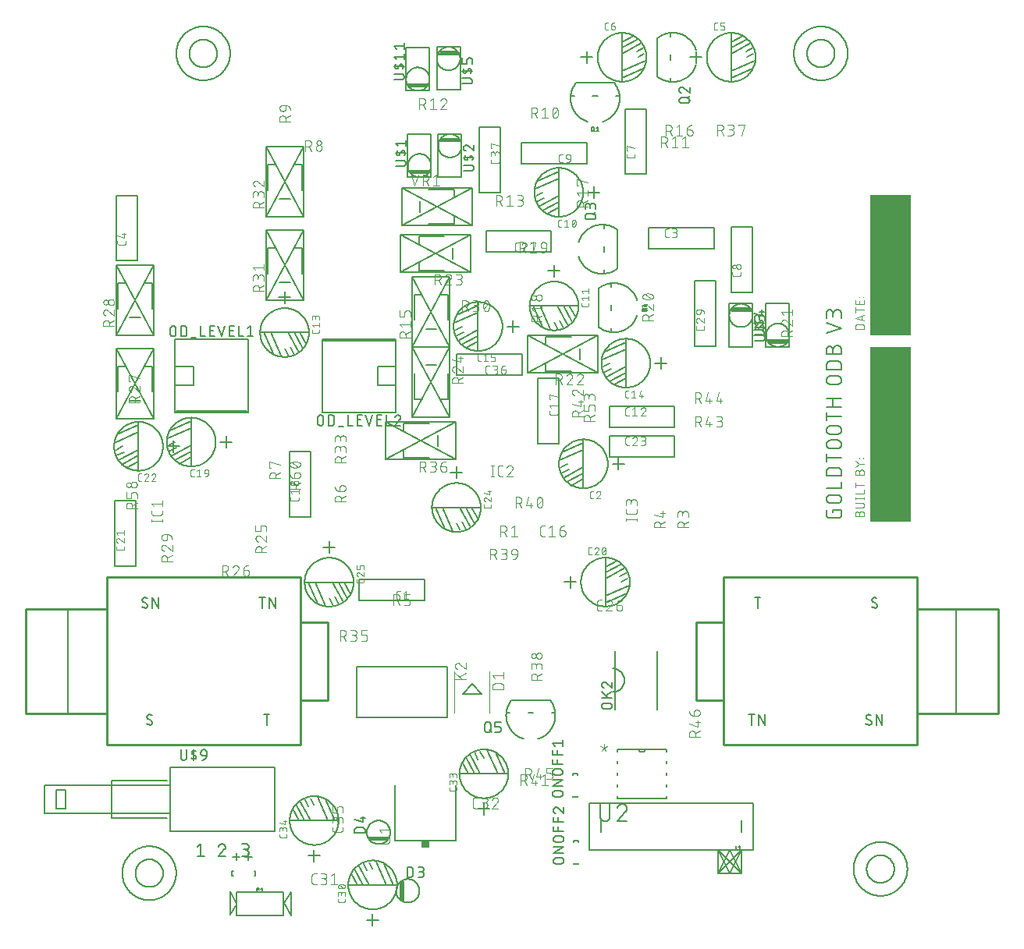
<source format=gbr>
G04 EAGLE Gerber X2 export*
%TF.Part,Single*%
%TF.FileFunction,Legend,Top,1*%
%TF.FilePolarity,Positive*%
%TF.GenerationSoftware,Autodesk,EAGLE,9.2.0*%
%TF.CreationDate,2018-10-30T13:39:06Z*%
G75*
%MOMM*%
%FSLAX34Y34*%
%LPD*%
%INSilkscreen Top*%
%IPPOS*%
%AMOC8*
5,1,8,0,0,1.08239X$1,22.5*%
G01*
%ADD10C,0.152400*%
%ADD11R,4.445000X19.050000*%
%ADD12R,4.445000X15.240000*%
%ADD13C,0.076200*%
%ADD14C,0.127000*%
%ADD15C,0.101600*%
%ADD16C,0.254000*%
%ADD17C,0.203200*%
%ADD18R,0.863600X0.762000*%


D10*
X772527Y461744D02*
X772527Y464453D01*
X781558Y464453D01*
X781558Y459034D01*
X781556Y458916D01*
X781550Y458798D01*
X781541Y458680D01*
X781527Y458563D01*
X781510Y458446D01*
X781489Y458329D01*
X781464Y458214D01*
X781435Y458099D01*
X781402Y457985D01*
X781366Y457873D01*
X781326Y457762D01*
X781283Y457652D01*
X781236Y457543D01*
X781186Y457436D01*
X781131Y457331D01*
X781074Y457228D01*
X781013Y457127D01*
X780949Y457027D01*
X780882Y456930D01*
X780812Y456835D01*
X780738Y456743D01*
X780662Y456652D01*
X780582Y456565D01*
X780500Y456480D01*
X780415Y456398D01*
X780328Y456318D01*
X780237Y456242D01*
X780145Y456168D01*
X780050Y456098D01*
X779953Y456031D01*
X779853Y455967D01*
X779752Y455906D01*
X779649Y455849D01*
X779544Y455794D01*
X779437Y455744D01*
X779328Y455697D01*
X779218Y455654D01*
X779107Y455614D01*
X778995Y455578D01*
X778881Y455545D01*
X778766Y455516D01*
X778651Y455491D01*
X778534Y455470D01*
X778417Y455453D01*
X778300Y455439D01*
X778182Y455430D01*
X778064Y455424D01*
X777946Y455422D01*
X768914Y455422D01*
X768796Y455424D01*
X768678Y455430D01*
X768560Y455439D01*
X768442Y455453D01*
X768325Y455470D01*
X768209Y455491D01*
X768094Y455516D01*
X767979Y455545D01*
X767865Y455578D01*
X767753Y455614D01*
X767641Y455654D01*
X767531Y455697D01*
X767423Y455744D01*
X767316Y455795D01*
X767211Y455849D01*
X767108Y455906D01*
X767006Y455967D01*
X766907Y456031D01*
X766810Y456098D01*
X766715Y456169D01*
X766622Y456242D01*
X766532Y456319D01*
X766444Y456398D01*
X766359Y456480D01*
X766277Y456565D01*
X766198Y456653D01*
X766121Y456743D01*
X766048Y456836D01*
X765977Y456930D01*
X765910Y457028D01*
X765846Y457127D01*
X765785Y457228D01*
X765728Y457332D01*
X765674Y457437D01*
X765623Y457544D01*
X765576Y457652D01*
X765533Y457762D01*
X765493Y457874D01*
X765457Y457986D01*
X765424Y458100D01*
X765395Y458215D01*
X765370Y458330D01*
X765349Y458446D01*
X765332Y458563D01*
X765318Y458681D01*
X765309Y458799D01*
X765303Y458917D01*
X765301Y459035D01*
X765302Y459034D02*
X765302Y464453D01*
X769818Y471574D02*
X777042Y471574D01*
X769818Y471574D02*
X769685Y471576D01*
X769553Y471582D01*
X769421Y471592D01*
X769289Y471605D01*
X769157Y471623D01*
X769027Y471644D01*
X768896Y471669D01*
X768767Y471698D01*
X768639Y471731D01*
X768511Y471767D01*
X768385Y471807D01*
X768260Y471851D01*
X768136Y471899D01*
X768014Y471950D01*
X767893Y472005D01*
X767774Y472063D01*
X767656Y472125D01*
X767541Y472190D01*
X767427Y472259D01*
X767316Y472330D01*
X767207Y472406D01*
X767100Y472484D01*
X766995Y472565D01*
X766893Y472650D01*
X766793Y472737D01*
X766696Y472827D01*
X766601Y472920D01*
X766510Y473016D01*
X766421Y473114D01*
X766335Y473215D01*
X766252Y473319D01*
X766172Y473425D01*
X766096Y473533D01*
X766022Y473643D01*
X765952Y473756D01*
X765885Y473870D01*
X765822Y473987D01*
X765762Y474105D01*
X765705Y474225D01*
X765652Y474347D01*
X765603Y474470D01*
X765557Y474594D01*
X765515Y474720D01*
X765477Y474847D01*
X765442Y474975D01*
X765411Y475104D01*
X765384Y475233D01*
X765361Y475364D01*
X765341Y475495D01*
X765326Y475627D01*
X765314Y475759D01*
X765306Y475891D01*
X765302Y476024D01*
X765302Y476156D01*
X765306Y476289D01*
X765314Y476421D01*
X765326Y476553D01*
X765341Y476685D01*
X765361Y476816D01*
X765384Y476947D01*
X765411Y477076D01*
X765442Y477205D01*
X765477Y477333D01*
X765515Y477460D01*
X765557Y477586D01*
X765603Y477710D01*
X765652Y477833D01*
X765705Y477955D01*
X765762Y478075D01*
X765822Y478193D01*
X765885Y478310D01*
X765952Y478424D01*
X766022Y478537D01*
X766096Y478647D01*
X766172Y478755D01*
X766252Y478861D01*
X766335Y478965D01*
X766421Y479066D01*
X766510Y479164D01*
X766601Y479260D01*
X766696Y479353D01*
X766793Y479443D01*
X766893Y479530D01*
X766995Y479615D01*
X767100Y479696D01*
X767207Y479774D01*
X767316Y479850D01*
X767427Y479921D01*
X767541Y479990D01*
X767656Y480055D01*
X767774Y480117D01*
X767893Y480175D01*
X768014Y480230D01*
X768136Y480281D01*
X768260Y480329D01*
X768385Y480373D01*
X768511Y480413D01*
X768639Y480449D01*
X768767Y480482D01*
X768896Y480511D01*
X769027Y480536D01*
X769157Y480557D01*
X769289Y480575D01*
X769421Y480588D01*
X769553Y480598D01*
X769685Y480604D01*
X769818Y480606D01*
X769818Y480605D02*
X777042Y480605D01*
X777042Y480606D02*
X777175Y480604D01*
X777307Y480598D01*
X777439Y480588D01*
X777571Y480575D01*
X777703Y480557D01*
X777833Y480536D01*
X777964Y480511D01*
X778093Y480482D01*
X778221Y480449D01*
X778349Y480413D01*
X778475Y480373D01*
X778600Y480329D01*
X778724Y480281D01*
X778846Y480230D01*
X778967Y480175D01*
X779086Y480117D01*
X779204Y480055D01*
X779319Y479990D01*
X779433Y479921D01*
X779544Y479850D01*
X779653Y479774D01*
X779760Y479696D01*
X779865Y479615D01*
X779967Y479530D01*
X780067Y479443D01*
X780164Y479353D01*
X780259Y479260D01*
X780350Y479164D01*
X780439Y479066D01*
X780525Y478965D01*
X780608Y478861D01*
X780688Y478755D01*
X780764Y478647D01*
X780838Y478537D01*
X780908Y478424D01*
X780975Y478310D01*
X781038Y478193D01*
X781098Y478075D01*
X781155Y477955D01*
X781208Y477833D01*
X781257Y477710D01*
X781303Y477586D01*
X781345Y477460D01*
X781383Y477333D01*
X781418Y477205D01*
X781449Y477076D01*
X781476Y476947D01*
X781499Y476816D01*
X781519Y476685D01*
X781534Y476553D01*
X781546Y476421D01*
X781554Y476289D01*
X781558Y476156D01*
X781558Y476024D01*
X781554Y475891D01*
X781546Y475759D01*
X781534Y475627D01*
X781519Y475495D01*
X781499Y475364D01*
X781476Y475233D01*
X781449Y475104D01*
X781418Y474975D01*
X781383Y474847D01*
X781345Y474720D01*
X781303Y474594D01*
X781257Y474470D01*
X781208Y474347D01*
X781155Y474225D01*
X781098Y474105D01*
X781038Y473987D01*
X780975Y473870D01*
X780908Y473756D01*
X780838Y473643D01*
X780764Y473533D01*
X780688Y473425D01*
X780608Y473319D01*
X780525Y473215D01*
X780439Y473114D01*
X780350Y473016D01*
X780259Y472920D01*
X780164Y472827D01*
X780067Y472737D01*
X779967Y472650D01*
X779865Y472565D01*
X779760Y472484D01*
X779653Y472406D01*
X779544Y472330D01*
X779433Y472259D01*
X779319Y472190D01*
X779204Y472125D01*
X779086Y472063D01*
X778967Y472005D01*
X778846Y471950D01*
X778724Y471899D01*
X778600Y471851D01*
X778475Y471807D01*
X778349Y471767D01*
X778221Y471731D01*
X778093Y471698D01*
X777964Y471669D01*
X777833Y471644D01*
X777703Y471623D01*
X777571Y471605D01*
X777439Y471592D01*
X777307Y471582D01*
X777175Y471576D01*
X777042Y471574D01*
X781558Y487756D02*
X765302Y487756D01*
X781558Y487756D02*
X781558Y494981D01*
X781558Y501274D02*
X765302Y501274D01*
X765302Y505789D01*
X765304Y505920D01*
X765310Y506052D01*
X765319Y506183D01*
X765333Y506313D01*
X765350Y506444D01*
X765371Y506573D01*
X765395Y506702D01*
X765424Y506830D01*
X765456Y506958D01*
X765492Y507084D01*
X765531Y507209D01*
X765574Y507334D01*
X765621Y507456D01*
X765671Y507578D01*
X765725Y507698D01*
X765782Y507816D01*
X765843Y507932D01*
X765907Y508047D01*
X765974Y508160D01*
X766045Y508271D01*
X766119Y508379D01*
X766196Y508486D01*
X766276Y508590D01*
X766359Y508692D01*
X766444Y508791D01*
X766533Y508888D01*
X766625Y508982D01*
X766719Y509074D01*
X766816Y509163D01*
X766915Y509248D01*
X767017Y509331D01*
X767121Y509411D01*
X767228Y509488D01*
X767336Y509562D01*
X767447Y509633D01*
X767560Y509700D01*
X767675Y509764D01*
X767791Y509825D01*
X767909Y509882D01*
X768029Y509936D01*
X768151Y509986D01*
X768273Y510033D01*
X768398Y510076D01*
X768523Y510115D01*
X768649Y510151D01*
X768777Y510183D01*
X768905Y510212D01*
X769034Y510236D01*
X769163Y510257D01*
X769294Y510274D01*
X769424Y510288D01*
X769555Y510297D01*
X769687Y510303D01*
X769818Y510305D01*
X777042Y510305D01*
X777173Y510303D01*
X777305Y510297D01*
X777436Y510288D01*
X777566Y510274D01*
X777697Y510257D01*
X777826Y510236D01*
X777955Y510212D01*
X778083Y510183D01*
X778211Y510151D01*
X778337Y510115D01*
X778462Y510076D01*
X778587Y510033D01*
X778709Y509986D01*
X778831Y509936D01*
X778951Y509882D01*
X779069Y509825D01*
X779185Y509764D01*
X779300Y509700D01*
X779413Y509633D01*
X779524Y509562D01*
X779632Y509488D01*
X779739Y509411D01*
X779843Y509331D01*
X779945Y509248D01*
X780044Y509163D01*
X780141Y509074D01*
X780235Y508982D01*
X780327Y508888D01*
X780416Y508791D01*
X780501Y508692D01*
X780584Y508590D01*
X780664Y508486D01*
X780741Y508379D01*
X780815Y508271D01*
X780886Y508160D01*
X780953Y508047D01*
X781017Y507932D01*
X781078Y507816D01*
X781135Y507698D01*
X781189Y507578D01*
X781239Y507456D01*
X781286Y507334D01*
X781329Y507209D01*
X781368Y507084D01*
X781404Y506958D01*
X781436Y506830D01*
X781465Y506702D01*
X781489Y506573D01*
X781510Y506443D01*
X781527Y506313D01*
X781541Y506183D01*
X781550Y506052D01*
X781556Y505920D01*
X781558Y505789D01*
X781558Y501274D01*
X781558Y520899D02*
X765302Y520899D01*
X765302Y516384D02*
X765302Y525415D01*
X769818Y530973D02*
X777042Y530973D01*
X769818Y530973D02*
X769685Y530975D01*
X769553Y530981D01*
X769421Y530991D01*
X769289Y531004D01*
X769157Y531022D01*
X769027Y531043D01*
X768896Y531068D01*
X768767Y531097D01*
X768639Y531130D01*
X768511Y531166D01*
X768385Y531206D01*
X768260Y531250D01*
X768136Y531298D01*
X768014Y531349D01*
X767893Y531404D01*
X767774Y531462D01*
X767656Y531524D01*
X767541Y531589D01*
X767427Y531658D01*
X767316Y531729D01*
X767207Y531805D01*
X767100Y531883D01*
X766995Y531964D01*
X766893Y532049D01*
X766793Y532136D01*
X766696Y532226D01*
X766601Y532319D01*
X766510Y532415D01*
X766421Y532513D01*
X766335Y532614D01*
X766252Y532718D01*
X766172Y532824D01*
X766096Y532932D01*
X766022Y533042D01*
X765952Y533155D01*
X765885Y533269D01*
X765822Y533386D01*
X765762Y533504D01*
X765705Y533624D01*
X765652Y533746D01*
X765603Y533869D01*
X765557Y533993D01*
X765515Y534119D01*
X765477Y534246D01*
X765442Y534374D01*
X765411Y534503D01*
X765384Y534632D01*
X765361Y534763D01*
X765341Y534894D01*
X765326Y535026D01*
X765314Y535158D01*
X765306Y535290D01*
X765302Y535423D01*
X765302Y535555D01*
X765306Y535688D01*
X765314Y535820D01*
X765326Y535952D01*
X765341Y536084D01*
X765361Y536215D01*
X765384Y536346D01*
X765411Y536475D01*
X765442Y536604D01*
X765477Y536732D01*
X765515Y536859D01*
X765557Y536985D01*
X765603Y537109D01*
X765652Y537232D01*
X765705Y537354D01*
X765762Y537474D01*
X765822Y537592D01*
X765885Y537709D01*
X765952Y537823D01*
X766022Y537936D01*
X766096Y538046D01*
X766172Y538154D01*
X766252Y538260D01*
X766335Y538364D01*
X766421Y538465D01*
X766510Y538563D01*
X766601Y538659D01*
X766696Y538752D01*
X766793Y538842D01*
X766893Y538929D01*
X766995Y539014D01*
X767100Y539095D01*
X767207Y539173D01*
X767316Y539249D01*
X767427Y539320D01*
X767541Y539389D01*
X767656Y539454D01*
X767774Y539516D01*
X767893Y539574D01*
X768014Y539629D01*
X768136Y539680D01*
X768260Y539728D01*
X768385Y539772D01*
X768511Y539812D01*
X768639Y539848D01*
X768767Y539881D01*
X768896Y539910D01*
X769027Y539935D01*
X769157Y539956D01*
X769289Y539974D01*
X769421Y539987D01*
X769553Y539997D01*
X769685Y540003D01*
X769818Y540005D01*
X769818Y540004D02*
X777042Y540004D01*
X777042Y540005D02*
X777175Y540003D01*
X777307Y539997D01*
X777439Y539987D01*
X777571Y539974D01*
X777703Y539956D01*
X777833Y539935D01*
X777964Y539910D01*
X778093Y539881D01*
X778221Y539848D01*
X778349Y539812D01*
X778475Y539772D01*
X778600Y539728D01*
X778724Y539680D01*
X778846Y539629D01*
X778967Y539574D01*
X779086Y539516D01*
X779204Y539454D01*
X779319Y539389D01*
X779433Y539320D01*
X779544Y539249D01*
X779653Y539173D01*
X779760Y539095D01*
X779865Y539014D01*
X779967Y538929D01*
X780067Y538842D01*
X780164Y538752D01*
X780259Y538659D01*
X780350Y538563D01*
X780439Y538465D01*
X780525Y538364D01*
X780608Y538260D01*
X780688Y538154D01*
X780764Y538046D01*
X780838Y537936D01*
X780908Y537823D01*
X780975Y537709D01*
X781038Y537592D01*
X781098Y537474D01*
X781155Y537354D01*
X781208Y537232D01*
X781257Y537109D01*
X781303Y536985D01*
X781345Y536859D01*
X781383Y536732D01*
X781418Y536604D01*
X781449Y536475D01*
X781476Y536346D01*
X781499Y536215D01*
X781519Y536084D01*
X781534Y535952D01*
X781546Y535820D01*
X781554Y535688D01*
X781558Y535555D01*
X781558Y535423D01*
X781554Y535290D01*
X781546Y535158D01*
X781534Y535026D01*
X781519Y534894D01*
X781499Y534763D01*
X781476Y534632D01*
X781449Y534503D01*
X781418Y534374D01*
X781383Y534246D01*
X781345Y534119D01*
X781303Y533993D01*
X781257Y533869D01*
X781208Y533746D01*
X781155Y533624D01*
X781098Y533504D01*
X781038Y533386D01*
X780975Y533269D01*
X780908Y533155D01*
X780838Y533042D01*
X780764Y532932D01*
X780688Y532824D01*
X780608Y532718D01*
X780525Y532614D01*
X780439Y532513D01*
X780350Y532415D01*
X780259Y532319D01*
X780164Y532226D01*
X780067Y532136D01*
X779967Y532049D01*
X779865Y531964D01*
X779760Y531883D01*
X779653Y531805D01*
X779544Y531729D01*
X779433Y531658D01*
X779319Y531589D01*
X779204Y531524D01*
X779086Y531462D01*
X778967Y531404D01*
X778846Y531349D01*
X778724Y531298D01*
X778600Y531250D01*
X778475Y531206D01*
X778349Y531166D01*
X778221Y531130D01*
X778093Y531097D01*
X777964Y531068D01*
X777833Y531043D01*
X777703Y531022D01*
X777571Y531004D01*
X777439Y530991D01*
X777307Y530981D01*
X777175Y530975D01*
X777042Y530973D01*
X777042Y546604D02*
X769818Y546604D01*
X769685Y546606D01*
X769553Y546612D01*
X769421Y546622D01*
X769289Y546635D01*
X769157Y546653D01*
X769027Y546674D01*
X768896Y546699D01*
X768767Y546728D01*
X768639Y546761D01*
X768511Y546797D01*
X768385Y546837D01*
X768260Y546881D01*
X768136Y546929D01*
X768014Y546980D01*
X767893Y547035D01*
X767774Y547093D01*
X767656Y547155D01*
X767541Y547220D01*
X767427Y547289D01*
X767316Y547360D01*
X767207Y547436D01*
X767100Y547514D01*
X766995Y547595D01*
X766893Y547680D01*
X766793Y547767D01*
X766696Y547857D01*
X766601Y547950D01*
X766510Y548046D01*
X766421Y548144D01*
X766335Y548245D01*
X766252Y548349D01*
X766172Y548455D01*
X766096Y548563D01*
X766022Y548673D01*
X765952Y548786D01*
X765885Y548900D01*
X765822Y549017D01*
X765762Y549135D01*
X765705Y549255D01*
X765652Y549377D01*
X765603Y549500D01*
X765557Y549624D01*
X765515Y549750D01*
X765477Y549877D01*
X765442Y550005D01*
X765411Y550134D01*
X765384Y550263D01*
X765361Y550394D01*
X765341Y550525D01*
X765326Y550657D01*
X765314Y550789D01*
X765306Y550921D01*
X765302Y551054D01*
X765302Y551186D01*
X765306Y551319D01*
X765314Y551451D01*
X765326Y551583D01*
X765341Y551715D01*
X765361Y551846D01*
X765384Y551977D01*
X765411Y552106D01*
X765442Y552235D01*
X765477Y552363D01*
X765515Y552490D01*
X765557Y552616D01*
X765603Y552740D01*
X765652Y552863D01*
X765705Y552985D01*
X765762Y553105D01*
X765822Y553223D01*
X765885Y553340D01*
X765952Y553454D01*
X766022Y553567D01*
X766096Y553677D01*
X766172Y553785D01*
X766252Y553891D01*
X766335Y553995D01*
X766421Y554096D01*
X766510Y554194D01*
X766601Y554290D01*
X766696Y554383D01*
X766793Y554473D01*
X766893Y554560D01*
X766995Y554645D01*
X767100Y554726D01*
X767207Y554804D01*
X767316Y554880D01*
X767427Y554951D01*
X767541Y555020D01*
X767656Y555085D01*
X767774Y555147D01*
X767893Y555205D01*
X768014Y555260D01*
X768136Y555311D01*
X768260Y555359D01*
X768385Y555403D01*
X768511Y555443D01*
X768639Y555479D01*
X768767Y555512D01*
X768896Y555541D01*
X769027Y555566D01*
X769157Y555587D01*
X769289Y555605D01*
X769421Y555618D01*
X769553Y555628D01*
X769685Y555634D01*
X769818Y555636D01*
X769818Y555635D02*
X777042Y555635D01*
X777042Y555636D02*
X777175Y555634D01*
X777307Y555628D01*
X777439Y555618D01*
X777571Y555605D01*
X777703Y555587D01*
X777833Y555566D01*
X777964Y555541D01*
X778093Y555512D01*
X778221Y555479D01*
X778349Y555443D01*
X778475Y555403D01*
X778600Y555359D01*
X778724Y555311D01*
X778846Y555260D01*
X778967Y555205D01*
X779086Y555147D01*
X779204Y555085D01*
X779319Y555020D01*
X779433Y554951D01*
X779544Y554880D01*
X779653Y554804D01*
X779760Y554726D01*
X779865Y554645D01*
X779967Y554560D01*
X780067Y554473D01*
X780164Y554383D01*
X780259Y554290D01*
X780350Y554194D01*
X780439Y554096D01*
X780525Y553995D01*
X780608Y553891D01*
X780688Y553785D01*
X780764Y553677D01*
X780838Y553567D01*
X780908Y553454D01*
X780975Y553340D01*
X781038Y553223D01*
X781098Y553105D01*
X781155Y552985D01*
X781208Y552863D01*
X781257Y552740D01*
X781303Y552616D01*
X781345Y552490D01*
X781383Y552363D01*
X781418Y552235D01*
X781449Y552106D01*
X781476Y551977D01*
X781499Y551846D01*
X781519Y551715D01*
X781534Y551583D01*
X781546Y551451D01*
X781554Y551319D01*
X781558Y551186D01*
X781558Y551054D01*
X781554Y550921D01*
X781546Y550789D01*
X781534Y550657D01*
X781519Y550525D01*
X781499Y550394D01*
X781476Y550263D01*
X781449Y550134D01*
X781418Y550005D01*
X781383Y549877D01*
X781345Y549750D01*
X781303Y549624D01*
X781257Y549500D01*
X781208Y549377D01*
X781155Y549255D01*
X781098Y549135D01*
X781038Y549017D01*
X780975Y548900D01*
X780908Y548786D01*
X780838Y548673D01*
X780764Y548563D01*
X780688Y548455D01*
X780608Y548349D01*
X780525Y548245D01*
X780439Y548144D01*
X780350Y548046D01*
X780259Y547950D01*
X780164Y547857D01*
X780067Y547767D01*
X779967Y547680D01*
X779865Y547595D01*
X779760Y547514D01*
X779653Y547436D01*
X779544Y547360D01*
X779433Y547289D01*
X779319Y547220D01*
X779204Y547155D01*
X779086Y547093D01*
X778967Y547035D01*
X778846Y546980D01*
X778724Y546929D01*
X778600Y546881D01*
X778475Y546837D01*
X778349Y546797D01*
X778221Y546761D01*
X778093Y546728D01*
X777964Y546699D01*
X777833Y546674D01*
X777703Y546653D01*
X777571Y546635D01*
X777439Y546622D01*
X777307Y546612D01*
X777175Y546606D01*
X777042Y546604D01*
X781558Y565709D02*
X765302Y565709D01*
X765302Y570224D02*
X765302Y561193D01*
X765302Y576304D02*
X781558Y576304D01*
X772527Y576304D02*
X772527Y585335D01*
X765302Y585335D02*
X781558Y585335D01*
X777042Y600793D02*
X769818Y600793D01*
X769818Y600792D02*
X769685Y600794D01*
X769553Y600800D01*
X769421Y600810D01*
X769289Y600823D01*
X769157Y600841D01*
X769027Y600862D01*
X768896Y600887D01*
X768767Y600916D01*
X768639Y600949D01*
X768511Y600985D01*
X768385Y601025D01*
X768260Y601069D01*
X768136Y601117D01*
X768014Y601168D01*
X767893Y601223D01*
X767774Y601281D01*
X767656Y601343D01*
X767541Y601408D01*
X767427Y601477D01*
X767316Y601548D01*
X767207Y601624D01*
X767100Y601702D01*
X766995Y601783D01*
X766893Y601868D01*
X766793Y601955D01*
X766696Y602045D01*
X766601Y602138D01*
X766510Y602234D01*
X766421Y602332D01*
X766335Y602433D01*
X766252Y602537D01*
X766172Y602643D01*
X766096Y602751D01*
X766022Y602861D01*
X765952Y602974D01*
X765885Y603088D01*
X765822Y603205D01*
X765762Y603323D01*
X765705Y603443D01*
X765652Y603565D01*
X765603Y603688D01*
X765557Y603812D01*
X765515Y603938D01*
X765477Y604065D01*
X765442Y604193D01*
X765411Y604322D01*
X765384Y604451D01*
X765361Y604582D01*
X765341Y604713D01*
X765326Y604845D01*
X765314Y604977D01*
X765306Y605109D01*
X765302Y605242D01*
X765302Y605374D01*
X765306Y605507D01*
X765314Y605639D01*
X765326Y605771D01*
X765341Y605903D01*
X765361Y606034D01*
X765384Y606165D01*
X765411Y606294D01*
X765442Y606423D01*
X765477Y606551D01*
X765515Y606678D01*
X765557Y606804D01*
X765603Y606928D01*
X765652Y607051D01*
X765705Y607173D01*
X765762Y607293D01*
X765822Y607411D01*
X765885Y607528D01*
X765952Y607642D01*
X766022Y607755D01*
X766096Y607865D01*
X766172Y607973D01*
X766252Y608079D01*
X766335Y608183D01*
X766421Y608284D01*
X766510Y608382D01*
X766601Y608478D01*
X766696Y608571D01*
X766793Y608661D01*
X766893Y608748D01*
X766995Y608833D01*
X767100Y608914D01*
X767207Y608992D01*
X767316Y609068D01*
X767427Y609139D01*
X767541Y609208D01*
X767656Y609273D01*
X767774Y609335D01*
X767893Y609393D01*
X768014Y609448D01*
X768136Y609499D01*
X768260Y609547D01*
X768385Y609591D01*
X768511Y609631D01*
X768639Y609667D01*
X768767Y609700D01*
X768896Y609729D01*
X769027Y609754D01*
X769157Y609775D01*
X769289Y609793D01*
X769421Y609806D01*
X769553Y609816D01*
X769685Y609822D01*
X769818Y609824D01*
X777042Y609824D01*
X777175Y609822D01*
X777307Y609816D01*
X777439Y609806D01*
X777571Y609793D01*
X777703Y609775D01*
X777833Y609754D01*
X777964Y609729D01*
X778093Y609700D01*
X778221Y609667D01*
X778349Y609631D01*
X778475Y609591D01*
X778600Y609547D01*
X778724Y609499D01*
X778846Y609448D01*
X778967Y609393D01*
X779086Y609335D01*
X779204Y609273D01*
X779319Y609208D01*
X779433Y609139D01*
X779544Y609068D01*
X779653Y608992D01*
X779760Y608914D01*
X779865Y608833D01*
X779967Y608748D01*
X780067Y608661D01*
X780164Y608571D01*
X780259Y608478D01*
X780350Y608382D01*
X780439Y608284D01*
X780525Y608183D01*
X780608Y608079D01*
X780688Y607973D01*
X780764Y607865D01*
X780838Y607755D01*
X780908Y607642D01*
X780975Y607528D01*
X781038Y607411D01*
X781098Y607293D01*
X781155Y607173D01*
X781208Y607051D01*
X781257Y606928D01*
X781303Y606804D01*
X781345Y606678D01*
X781383Y606551D01*
X781418Y606423D01*
X781449Y606294D01*
X781476Y606165D01*
X781499Y606034D01*
X781519Y605903D01*
X781534Y605771D01*
X781546Y605639D01*
X781554Y605507D01*
X781558Y605374D01*
X781558Y605242D01*
X781554Y605109D01*
X781546Y604977D01*
X781534Y604845D01*
X781519Y604713D01*
X781499Y604582D01*
X781476Y604451D01*
X781449Y604322D01*
X781418Y604193D01*
X781383Y604065D01*
X781345Y603938D01*
X781303Y603812D01*
X781257Y603688D01*
X781208Y603565D01*
X781155Y603443D01*
X781098Y603323D01*
X781038Y603205D01*
X780975Y603088D01*
X780908Y602974D01*
X780838Y602861D01*
X780764Y602751D01*
X780688Y602643D01*
X780608Y602537D01*
X780525Y602433D01*
X780439Y602332D01*
X780350Y602234D01*
X780259Y602138D01*
X780164Y602045D01*
X780067Y601955D01*
X779967Y601868D01*
X779865Y601783D01*
X779760Y601702D01*
X779653Y601624D01*
X779544Y601548D01*
X779433Y601477D01*
X779319Y601408D01*
X779204Y601343D01*
X779086Y601281D01*
X778967Y601223D01*
X778846Y601168D01*
X778724Y601117D01*
X778600Y601069D01*
X778475Y601025D01*
X778349Y600985D01*
X778221Y600949D01*
X778093Y600916D01*
X777964Y600887D01*
X777833Y600862D01*
X777703Y600841D01*
X777571Y600823D01*
X777439Y600810D01*
X777307Y600800D01*
X777175Y600794D01*
X777042Y600792D01*
X781558Y616945D02*
X765302Y616945D01*
X765302Y621460D01*
X765304Y621591D01*
X765310Y621723D01*
X765319Y621854D01*
X765333Y621984D01*
X765350Y622115D01*
X765371Y622244D01*
X765395Y622373D01*
X765424Y622501D01*
X765456Y622629D01*
X765492Y622755D01*
X765531Y622880D01*
X765574Y623005D01*
X765621Y623127D01*
X765671Y623249D01*
X765725Y623369D01*
X765782Y623487D01*
X765843Y623603D01*
X765907Y623718D01*
X765974Y623831D01*
X766045Y623942D01*
X766119Y624050D01*
X766196Y624157D01*
X766276Y624261D01*
X766359Y624363D01*
X766444Y624462D01*
X766533Y624559D01*
X766625Y624653D01*
X766719Y624745D01*
X766816Y624834D01*
X766915Y624919D01*
X767017Y625002D01*
X767121Y625082D01*
X767228Y625159D01*
X767336Y625233D01*
X767447Y625304D01*
X767560Y625371D01*
X767675Y625435D01*
X767791Y625496D01*
X767909Y625553D01*
X768029Y625607D01*
X768151Y625657D01*
X768273Y625704D01*
X768398Y625747D01*
X768523Y625786D01*
X768649Y625822D01*
X768777Y625854D01*
X768905Y625883D01*
X769034Y625907D01*
X769163Y625928D01*
X769294Y625945D01*
X769424Y625959D01*
X769555Y625968D01*
X769687Y625974D01*
X769818Y625976D01*
X777042Y625976D01*
X777173Y625974D01*
X777305Y625968D01*
X777436Y625959D01*
X777566Y625945D01*
X777697Y625928D01*
X777826Y625907D01*
X777955Y625883D01*
X778083Y625854D01*
X778211Y625822D01*
X778337Y625786D01*
X778462Y625747D01*
X778587Y625704D01*
X778709Y625657D01*
X778831Y625607D01*
X778951Y625553D01*
X779069Y625496D01*
X779185Y625435D01*
X779300Y625371D01*
X779413Y625304D01*
X779524Y625233D01*
X779632Y625159D01*
X779739Y625082D01*
X779843Y625002D01*
X779945Y624919D01*
X780044Y624834D01*
X780141Y624745D01*
X780235Y624653D01*
X780327Y624559D01*
X780416Y624462D01*
X780501Y624363D01*
X780584Y624261D01*
X780664Y624157D01*
X780741Y624050D01*
X780815Y623942D01*
X780886Y623831D01*
X780953Y623718D01*
X781017Y623603D01*
X781078Y623487D01*
X781135Y623369D01*
X781189Y623249D01*
X781239Y623127D01*
X781286Y623005D01*
X781329Y622880D01*
X781368Y622755D01*
X781404Y622629D01*
X781436Y622501D01*
X781465Y622373D01*
X781489Y622244D01*
X781510Y622114D01*
X781527Y621984D01*
X781541Y621854D01*
X781550Y621723D01*
X781556Y621591D01*
X781558Y621460D01*
X781558Y616945D01*
X772527Y633829D02*
X772527Y638345D01*
X772526Y638345D02*
X772528Y638478D01*
X772534Y638610D01*
X772544Y638742D01*
X772557Y638874D01*
X772575Y639006D01*
X772596Y639136D01*
X772621Y639267D01*
X772650Y639396D01*
X772683Y639524D01*
X772719Y639652D01*
X772759Y639778D01*
X772803Y639903D01*
X772851Y640027D01*
X772902Y640149D01*
X772957Y640270D01*
X773015Y640389D01*
X773077Y640507D01*
X773142Y640622D01*
X773211Y640736D01*
X773282Y640847D01*
X773358Y640956D01*
X773436Y641063D01*
X773517Y641168D01*
X773602Y641270D01*
X773689Y641370D01*
X773779Y641467D01*
X773872Y641562D01*
X773968Y641653D01*
X774066Y641742D01*
X774167Y641828D01*
X774271Y641911D01*
X774377Y641991D01*
X774485Y642067D01*
X774595Y642141D01*
X774708Y642211D01*
X774822Y642278D01*
X774939Y642341D01*
X775057Y642401D01*
X775177Y642458D01*
X775299Y642511D01*
X775422Y642560D01*
X775546Y642606D01*
X775672Y642648D01*
X775799Y642686D01*
X775927Y642721D01*
X776056Y642752D01*
X776185Y642779D01*
X776316Y642802D01*
X776447Y642822D01*
X776579Y642837D01*
X776711Y642849D01*
X776843Y642857D01*
X776976Y642861D01*
X777108Y642861D01*
X777241Y642857D01*
X777373Y642849D01*
X777505Y642837D01*
X777637Y642822D01*
X777768Y642802D01*
X777899Y642779D01*
X778028Y642752D01*
X778157Y642721D01*
X778285Y642686D01*
X778412Y642648D01*
X778538Y642606D01*
X778662Y642560D01*
X778785Y642511D01*
X778907Y642458D01*
X779027Y642401D01*
X779145Y642341D01*
X779262Y642278D01*
X779376Y642211D01*
X779489Y642141D01*
X779599Y642067D01*
X779707Y641991D01*
X779813Y641911D01*
X779917Y641828D01*
X780018Y641742D01*
X780116Y641653D01*
X780212Y641562D01*
X780305Y641467D01*
X780395Y641370D01*
X780482Y641270D01*
X780567Y641168D01*
X780648Y641063D01*
X780726Y640956D01*
X780802Y640847D01*
X780873Y640736D01*
X780942Y640622D01*
X781007Y640507D01*
X781069Y640389D01*
X781127Y640270D01*
X781182Y640149D01*
X781233Y640027D01*
X781281Y639903D01*
X781325Y639778D01*
X781365Y639652D01*
X781401Y639524D01*
X781434Y639396D01*
X781463Y639267D01*
X781488Y639136D01*
X781509Y639006D01*
X781527Y638874D01*
X781540Y638742D01*
X781550Y638610D01*
X781556Y638478D01*
X781558Y638345D01*
X781558Y633829D01*
X765302Y633829D01*
X765302Y638345D01*
X765304Y638464D01*
X765310Y638584D01*
X765320Y638703D01*
X765334Y638821D01*
X765351Y638940D01*
X765373Y639057D01*
X765398Y639174D01*
X765428Y639289D01*
X765461Y639404D01*
X765498Y639518D01*
X765538Y639630D01*
X765583Y639741D01*
X765631Y639850D01*
X765682Y639958D01*
X765737Y640064D01*
X765796Y640168D01*
X765858Y640270D01*
X765923Y640370D01*
X765992Y640468D01*
X766064Y640564D01*
X766139Y640657D01*
X766216Y640747D01*
X766297Y640835D01*
X766381Y640920D01*
X766468Y641002D01*
X766557Y641082D01*
X766649Y641158D01*
X766743Y641232D01*
X766840Y641302D01*
X766938Y641369D01*
X767039Y641433D01*
X767143Y641493D01*
X767248Y641550D01*
X767355Y641603D01*
X767463Y641653D01*
X767573Y641699D01*
X767685Y641741D01*
X767798Y641780D01*
X767912Y641815D01*
X768027Y641846D01*
X768144Y641874D01*
X768261Y641897D01*
X768378Y641917D01*
X768497Y641933D01*
X768616Y641945D01*
X768735Y641953D01*
X768854Y641957D01*
X768974Y641957D01*
X769093Y641953D01*
X769212Y641945D01*
X769331Y641933D01*
X769450Y641917D01*
X769567Y641897D01*
X769684Y641874D01*
X769801Y641846D01*
X769916Y641815D01*
X770030Y641780D01*
X770143Y641741D01*
X770255Y641699D01*
X770365Y641653D01*
X770473Y641603D01*
X770580Y641550D01*
X770685Y641493D01*
X770789Y641433D01*
X770890Y641369D01*
X770988Y641302D01*
X771085Y641232D01*
X771179Y641158D01*
X771271Y641082D01*
X771360Y641002D01*
X771447Y640920D01*
X771531Y640835D01*
X771612Y640747D01*
X771689Y640657D01*
X771764Y640564D01*
X771836Y640468D01*
X771905Y640370D01*
X771970Y640270D01*
X772032Y640168D01*
X772091Y640064D01*
X772146Y639958D01*
X772197Y639850D01*
X772245Y639741D01*
X772290Y639630D01*
X772330Y639518D01*
X772367Y639404D01*
X772400Y639289D01*
X772430Y639174D01*
X772455Y639057D01*
X772477Y638940D01*
X772494Y638821D01*
X772508Y638703D01*
X772518Y638584D01*
X772524Y638464D01*
X772526Y638345D01*
X765302Y656162D02*
X781558Y661581D01*
X765302Y666999D01*
X781558Y672696D02*
X781558Y677212D01*
X781556Y677345D01*
X781550Y677477D01*
X781540Y677609D01*
X781527Y677741D01*
X781509Y677873D01*
X781488Y678003D01*
X781463Y678134D01*
X781434Y678263D01*
X781401Y678391D01*
X781365Y678519D01*
X781325Y678645D01*
X781281Y678770D01*
X781233Y678894D01*
X781182Y679016D01*
X781127Y679137D01*
X781069Y679256D01*
X781007Y679374D01*
X780942Y679489D01*
X780873Y679603D01*
X780802Y679714D01*
X780726Y679823D01*
X780648Y679930D01*
X780567Y680035D01*
X780482Y680137D01*
X780395Y680237D01*
X780305Y680334D01*
X780212Y680429D01*
X780116Y680520D01*
X780018Y680609D01*
X779917Y680695D01*
X779813Y680778D01*
X779707Y680858D01*
X779599Y680934D01*
X779489Y681008D01*
X779376Y681078D01*
X779262Y681145D01*
X779145Y681208D01*
X779027Y681268D01*
X778907Y681325D01*
X778785Y681378D01*
X778662Y681427D01*
X778538Y681473D01*
X778412Y681515D01*
X778285Y681553D01*
X778157Y681588D01*
X778028Y681619D01*
X777899Y681646D01*
X777768Y681669D01*
X777637Y681689D01*
X777505Y681704D01*
X777373Y681716D01*
X777241Y681724D01*
X777108Y681728D01*
X776976Y681728D01*
X776843Y681724D01*
X776711Y681716D01*
X776579Y681704D01*
X776447Y681689D01*
X776316Y681669D01*
X776185Y681646D01*
X776056Y681619D01*
X775927Y681588D01*
X775799Y681553D01*
X775672Y681515D01*
X775546Y681473D01*
X775422Y681427D01*
X775299Y681378D01*
X775177Y681325D01*
X775057Y681268D01*
X774939Y681208D01*
X774822Y681145D01*
X774708Y681078D01*
X774595Y681008D01*
X774485Y680934D01*
X774377Y680858D01*
X774271Y680778D01*
X774167Y680695D01*
X774066Y680609D01*
X773968Y680520D01*
X773872Y680429D01*
X773779Y680334D01*
X773689Y680237D01*
X773602Y680137D01*
X773517Y680035D01*
X773436Y679930D01*
X773358Y679823D01*
X773282Y679714D01*
X773211Y679603D01*
X773142Y679489D01*
X773077Y679374D01*
X773015Y679256D01*
X772957Y679137D01*
X772902Y679016D01*
X772851Y678894D01*
X772803Y678770D01*
X772759Y678645D01*
X772719Y678519D01*
X772683Y678391D01*
X772650Y678263D01*
X772621Y678134D01*
X772596Y678003D01*
X772575Y677873D01*
X772557Y677741D01*
X772544Y677609D01*
X772534Y677477D01*
X772528Y677345D01*
X772526Y677212D01*
X765302Y678115D02*
X765302Y672696D01*
X765302Y678115D02*
X765304Y678234D01*
X765310Y678354D01*
X765320Y678473D01*
X765334Y678591D01*
X765351Y678710D01*
X765373Y678827D01*
X765398Y678944D01*
X765428Y679059D01*
X765461Y679174D01*
X765498Y679288D01*
X765538Y679400D01*
X765583Y679511D01*
X765631Y679620D01*
X765682Y679728D01*
X765737Y679834D01*
X765796Y679938D01*
X765858Y680040D01*
X765923Y680140D01*
X765992Y680238D01*
X766064Y680334D01*
X766139Y680427D01*
X766216Y680517D01*
X766297Y680605D01*
X766381Y680690D01*
X766468Y680772D01*
X766557Y680852D01*
X766649Y680928D01*
X766743Y681002D01*
X766840Y681072D01*
X766938Y681139D01*
X767039Y681203D01*
X767143Y681263D01*
X767248Y681320D01*
X767355Y681373D01*
X767463Y681423D01*
X767573Y681469D01*
X767685Y681511D01*
X767798Y681550D01*
X767912Y681585D01*
X768027Y681616D01*
X768144Y681644D01*
X768261Y681667D01*
X768378Y681687D01*
X768497Y681703D01*
X768616Y681715D01*
X768735Y681723D01*
X768854Y681727D01*
X768974Y681727D01*
X769093Y681723D01*
X769212Y681715D01*
X769331Y681703D01*
X769450Y681687D01*
X769567Y681667D01*
X769684Y681644D01*
X769801Y681616D01*
X769916Y681585D01*
X770030Y681550D01*
X770143Y681511D01*
X770255Y681469D01*
X770365Y681423D01*
X770473Y681373D01*
X770580Y681320D01*
X770685Y681263D01*
X770789Y681203D01*
X770890Y681139D01*
X770988Y681072D01*
X771085Y681002D01*
X771179Y680928D01*
X771271Y680852D01*
X771360Y680772D01*
X771447Y680690D01*
X771531Y680605D01*
X771612Y680517D01*
X771689Y680427D01*
X771764Y680334D01*
X771836Y680238D01*
X771905Y680140D01*
X771970Y680040D01*
X772032Y679938D01*
X772091Y679834D01*
X772146Y679728D01*
X772197Y679620D01*
X772245Y679511D01*
X772290Y679400D01*
X772330Y679288D01*
X772367Y679174D01*
X772400Y679059D01*
X772430Y678944D01*
X772455Y678827D01*
X772477Y678710D01*
X772494Y678591D01*
X772508Y678473D01*
X772518Y678354D01*
X772524Y678234D01*
X772526Y678115D01*
X772527Y678115D02*
X772527Y674502D01*
D11*
X835025Y546100D03*
D12*
X835025Y730250D03*
D13*
X800848Y460192D02*
X800848Y457581D01*
X800847Y460192D02*
X800849Y460293D01*
X800855Y460394D01*
X800865Y460495D01*
X800878Y460595D01*
X800896Y460695D01*
X800917Y460794D01*
X800943Y460892D01*
X800972Y460989D01*
X801004Y461085D01*
X801041Y461179D01*
X801081Y461272D01*
X801125Y461364D01*
X801172Y461453D01*
X801223Y461541D01*
X801277Y461627D01*
X801334Y461710D01*
X801394Y461792D01*
X801458Y461870D01*
X801524Y461947D01*
X801594Y462020D01*
X801666Y462091D01*
X801741Y462159D01*
X801819Y462224D01*
X801899Y462286D01*
X801981Y462345D01*
X802066Y462401D01*
X802153Y462453D01*
X802241Y462502D01*
X802332Y462548D01*
X802424Y462589D01*
X802518Y462628D01*
X802613Y462662D01*
X802709Y462693D01*
X802807Y462720D01*
X802905Y462744D01*
X803005Y462763D01*
X803105Y462779D01*
X803205Y462791D01*
X803306Y462799D01*
X803407Y462803D01*
X803509Y462803D01*
X803610Y462799D01*
X803711Y462791D01*
X803811Y462779D01*
X803911Y462763D01*
X804011Y462744D01*
X804109Y462720D01*
X804207Y462693D01*
X804303Y462662D01*
X804398Y462628D01*
X804492Y462589D01*
X804584Y462548D01*
X804675Y462502D01*
X804764Y462453D01*
X804850Y462401D01*
X804935Y462345D01*
X805017Y462286D01*
X805097Y462224D01*
X805175Y462159D01*
X805250Y462091D01*
X805322Y462020D01*
X805392Y461947D01*
X805458Y461870D01*
X805522Y461792D01*
X805582Y461710D01*
X805639Y461627D01*
X805693Y461541D01*
X805744Y461453D01*
X805791Y461364D01*
X805835Y461272D01*
X805875Y461179D01*
X805912Y461085D01*
X805944Y460989D01*
X805973Y460892D01*
X805999Y460794D01*
X806020Y460695D01*
X806038Y460595D01*
X806051Y460495D01*
X806061Y460394D01*
X806067Y460293D01*
X806069Y460192D01*
X806069Y457581D01*
X796671Y457581D01*
X796671Y460192D01*
X796673Y460282D01*
X796679Y460371D01*
X796688Y460461D01*
X796702Y460550D01*
X796719Y460638D01*
X796740Y460725D01*
X796765Y460812D01*
X796794Y460897D01*
X796826Y460981D01*
X796861Y461063D01*
X796901Y461144D01*
X796943Y461223D01*
X796989Y461300D01*
X797039Y461375D01*
X797091Y461448D01*
X797147Y461519D01*
X797205Y461587D01*
X797267Y461652D01*
X797331Y461715D01*
X797398Y461775D01*
X797467Y461832D01*
X797539Y461886D01*
X797613Y461937D01*
X797689Y461985D01*
X797767Y462029D01*
X797847Y462070D01*
X797929Y462108D01*
X798012Y462142D01*
X798097Y462172D01*
X798183Y462199D01*
X798269Y462222D01*
X798357Y462241D01*
X798446Y462256D01*
X798535Y462268D01*
X798624Y462276D01*
X798714Y462280D01*
X798804Y462280D01*
X798894Y462276D01*
X798983Y462268D01*
X799072Y462256D01*
X799161Y462241D01*
X799249Y462222D01*
X799335Y462199D01*
X799421Y462172D01*
X799506Y462142D01*
X799589Y462108D01*
X799671Y462070D01*
X799751Y462029D01*
X799829Y461985D01*
X799905Y461937D01*
X799979Y461886D01*
X800051Y461832D01*
X800120Y461775D01*
X800187Y461715D01*
X800251Y461652D01*
X800313Y461587D01*
X800371Y461519D01*
X800427Y461448D01*
X800479Y461375D01*
X800529Y461300D01*
X800575Y461223D01*
X800617Y461144D01*
X800657Y461063D01*
X800692Y460981D01*
X800724Y460897D01*
X800753Y460812D01*
X800778Y460725D01*
X800799Y460638D01*
X800816Y460550D01*
X800830Y460461D01*
X800839Y460371D01*
X800845Y460282D01*
X800847Y460192D01*
X803458Y466594D02*
X796671Y466594D01*
X803458Y466593D02*
X803559Y466595D01*
X803660Y466601D01*
X803761Y466611D01*
X803861Y466624D01*
X803961Y466642D01*
X804060Y466663D01*
X804158Y466689D01*
X804255Y466718D01*
X804351Y466750D01*
X804445Y466787D01*
X804538Y466827D01*
X804630Y466871D01*
X804719Y466918D01*
X804807Y466969D01*
X804893Y467023D01*
X804976Y467080D01*
X805058Y467140D01*
X805136Y467204D01*
X805213Y467270D01*
X805286Y467340D01*
X805357Y467412D01*
X805425Y467487D01*
X805490Y467565D01*
X805552Y467645D01*
X805611Y467727D01*
X805667Y467812D01*
X805719Y467899D01*
X805768Y467987D01*
X805814Y468078D01*
X805855Y468170D01*
X805894Y468264D01*
X805928Y468359D01*
X805959Y468455D01*
X805986Y468553D01*
X806010Y468651D01*
X806029Y468751D01*
X806045Y468851D01*
X806057Y468951D01*
X806065Y469052D01*
X806069Y469153D01*
X806069Y469255D01*
X806065Y469356D01*
X806057Y469457D01*
X806045Y469557D01*
X806029Y469657D01*
X806010Y469757D01*
X805986Y469855D01*
X805959Y469953D01*
X805928Y470049D01*
X805894Y470144D01*
X805855Y470238D01*
X805814Y470330D01*
X805768Y470421D01*
X805719Y470509D01*
X805667Y470596D01*
X805611Y470681D01*
X805552Y470763D01*
X805490Y470843D01*
X805425Y470921D01*
X805357Y470996D01*
X805286Y471068D01*
X805213Y471138D01*
X805136Y471204D01*
X805058Y471268D01*
X804976Y471328D01*
X804893Y471385D01*
X804807Y471439D01*
X804719Y471490D01*
X804630Y471537D01*
X804538Y471581D01*
X804445Y471621D01*
X804351Y471658D01*
X804255Y471690D01*
X804158Y471719D01*
X804060Y471745D01*
X803961Y471766D01*
X803861Y471784D01*
X803761Y471797D01*
X803660Y471807D01*
X803559Y471813D01*
X803458Y471815D01*
X796671Y471815D01*
X796671Y476824D02*
X806069Y476824D01*
X806069Y475780D02*
X806069Y477869D01*
X796671Y477869D02*
X796671Y475780D01*
X796671Y481851D02*
X806069Y481851D01*
X806069Y486028D01*
X806069Y491455D02*
X796671Y491455D01*
X796671Y494065D02*
X796671Y488844D01*
X800848Y502691D02*
X800848Y505302D01*
X800847Y505302D02*
X800849Y505403D01*
X800855Y505504D01*
X800865Y505605D01*
X800878Y505705D01*
X800896Y505805D01*
X800917Y505904D01*
X800943Y506002D01*
X800972Y506099D01*
X801004Y506195D01*
X801041Y506289D01*
X801081Y506382D01*
X801125Y506474D01*
X801172Y506563D01*
X801223Y506651D01*
X801277Y506737D01*
X801334Y506820D01*
X801394Y506902D01*
X801458Y506980D01*
X801524Y507057D01*
X801594Y507130D01*
X801666Y507201D01*
X801741Y507269D01*
X801819Y507334D01*
X801899Y507396D01*
X801981Y507455D01*
X802066Y507511D01*
X802153Y507563D01*
X802241Y507612D01*
X802332Y507658D01*
X802424Y507699D01*
X802518Y507738D01*
X802613Y507772D01*
X802709Y507803D01*
X802807Y507830D01*
X802905Y507854D01*
X803005Y507873D01*
X803105Y507889D01*
X803205Y507901D01*
X803306Y507909D01*
X803407Y507913D01*
X803509Y507913D01*
X803610Y507909D01*
X803711Y507901D01*
X803811Y507889D01*
X803911Y507873D01*
X804011Y507854D01*
X804109Y507830D01*
X804207Y507803D01*
X804303Y507772D01*
X804398Y507738D01*
X804492Y507699D01*
X804584Y507658D01*
X804675Y507612D01*
X804764Y507563D01*
X804850Y507511D01*
X804935Y507455D01*
X805017Y507396D01*
X805097Y507334D01*
X805175Y507269D01*
X805250Y507201D01*
X805322Y507130D01*
X805392Y507057D01*
X805458Y506980D01*
X805522Y506902D01*
X805582Y506820D01*
X805639Y506737D01*
X805693Y506651D01*
X805744Y506563D01*
X805791Y506474D01*
X805835Y506382D01*
X805875Y506289D01*
X805912Y506195D01*
X805944Y506099D01*
X805973Y506002D01*
X805999Y505904D01*
X806020Y505805D01*
X806038Y505705D01*
X806051Y505605D01*
X806061Y505504D01*
X806067Y505403D01*
X806069Y505302D01*
X806069Y502691D01*
X796671Y502691D01*
X796671Y505302D01*
X796673Y505392D01*
X796679Y505481D01*
X796688Y505571D01*
X796702Y505660D01*
X796719Y505748D01*
X796740Y505835D01*
X796765Y505922D01*
X796794Y506007D01*
X796826Y506091D01*
X796861Y506173D01*
X796901Y506254D01*
X796943Y506333D01*
X796989Y506410D01*
X797039Y506485D01*
X797091Y506558D01*
X797147Y506629D01*
X797205Y506697D01*
X797267Y506762D01*
X797331Y506825D01*
X797398Y506885D01*
X797467Y506942D01*
X797539Y506996D01*
X797613Y507047D01*
X797689Y507095D01*
X797767Y507139D01*
X797847Y507180D01*
X797929Y507218D01*
X798012Y507252D01*
X798097Y507282D01*
X798183Y507309D01*
X798269Y507332D01*
X798357Y507351D01*
X798446Y507366D01*
X798535Y507378D01*
X798624Y507386D01*
X798714Y507390D01*
X798804Y507390D01*
X798894Y507386D01*
X798983Y507378D01*
X799072Y507366D01*
X799161Y507351D01*
X799249Y507332D01*
X799335Y507309D01*
X799421Y507282D01*
X799506Y507252D01*
X799589Y507218D01*
X799671Y507180D01*
X799751Y507139D01*
X799829Y507095D01*
X799905Y507047D01*
X799979Y506996D01*
X800051Y506942D01*
X800120Y506885D01*
X800187Y506825D01*
X800251Y506762D01*
X800313Y506697D01*
X800371Y506629D01*
X800427Y506558D01*
X800479Y506485D01*
X800529Y506410D01*
X800575Y506333D01*
X800617Y506254D01*
X800657Y506173D01*
X800692Y506091D01*
X800724Y506007D01*
X800753Y505922D01*
X800778Y505835D01*
X800799Y505748D01*
X800816Y505660D01*
X800830Y505571D01*
X800839Y505481D01*
X800845Y505392D01*
X800847Y505302D01*
X796671Y510877D02*
X801109Y514010D01*
X796671Y517142D01*
X801109Y514010D02*
X806069Y514010D01*
X805286Y520454D02*
X804764Y520454D01*
X804764Y520976D01*
X805286Y520976D01*
X805286Y520454D01*
X801109Y520454D02*
X800587Y520454D01*
X800587Y520976D01*
X801109Y520976D01*
X801109Y520454D01*
X796671Y660781D02*
X806069Y660781D01*
X796671Y660781D02*
X796671Y663392D01*
X796673Y663492D01*
X796679Y663592D01*
X796688Y663691D01*
X796702Y663791D01*
X796719Y663889D01*
X796740Y663987D01*
X796764Y664084D01*
X796793Y664180D01*
X796825Y664275D01*
X796860Y664368D01*
X796899Y664460D01*
X796942Y664551D01*
X796988Y664639D01*
X797038Y664726D01*
X797090Y664811D01*
X797146Y664894D01*
X797205Y664975D01*
X797268Y665053D01*
X797333Y665129D01*
X797401Y665203D01*
X797471Y665273D01*
X797545Y665341D01*
X797621Y665406D01*
X797699Y665469D01*
X797780Y665528D01*
X797863Y665584D01*
X797948Y665636D01*
X798035Y665686D01*
X798123Y665732D01*
X798214Y665775D01*
X798306Y665814D01*
X798399Y665849D01*
X798494Y665881D01*
X798590Y665910D01*
X798687Y665934D01*
X798785Y665955D01*
X798883Y665972D01*
X798983Y665986D01*
X799082Y665995D01*
X799182Y666001D01*
X799282Y666003D01*
X799282Y666002D02*
X803458Y666002D01*
X803458Y666003D02*
X803558Y666001D01*
X803658Y665995D01*
X803757Y665986D01*
X803857Y665972D01*
X803955Y665955D01*
X804053Y665934D01*
X804150Y665910D01*
X804246Y665881D01*
X804341Y665849D01*
X804434Y665814D01*
X804526Y665775D01*
X804617Y665732D01*
X804705Y665686D01*
X804792Y665636D01*
X804877Y665584D01*
X804960Y665528D01*
X805041Y665469D01*
X805119Y665406D01*
X805195Y665341D01*
X805269Y665273D01*
X805339Y665203D01*
X805407Y665129D01*
X805472Y665053D01*
X805535Y664975D01*
X805594Y664894D01*
X805650Y664811D01*
X805702Y664726D01*
X805752Y664639D01*
X805798Y664551D01*
X805841Y664460D01*
X805880Y664368D01*
X805915Y664275D01*
X805947Y664180D01*
X805976Y664084D01*
X806000Y663987D01*
X806021Y663889D01*
X806038Y663791D01*
X806052Y663691D01*
X806061Y663592D01*
X806067Y663492D01*
X806069Y663392D01*
X806069Y660781D01*
X806069Y669708D02*
X796671Y672840D01*
X806069Y675973D01*
X803720Y675190D02*
X803720Y670491D01*
X806069Y681375D02*
X796671Y681375D01*
X796671Y683985D02*
X796671Y678764D01*
X806069Y687621D02*
X806069Y691798D01*
X806069Y687621D02*
X796671Y687621D01*
X796671Y691798D01*
X800848Y690753D02*
X800848Y687621D01*
X804764Y695134D02*
X805286Y695134D01*
X804764Y695134D02*
X804764Y695656D01*
X805286Y695656D01*
X805286Y695134D01*
X801109Y695134D02*
X800587Y695134D01*
X800587Y695656D01*
X801109Y695656D01*
X801109Y695134D01*
D14*
X329110Y365780D02*
X258310Y365780D01*
X258310Y388640D01*
X329110Y388640D01*
X329110Y365780D01*
D15*
X302919Y366788D02*
X300887Y366788D01*
X300798Y366790D01*
X300710Y366796D01*
X300622Y366805D01*
X300534Y366819D01*
X300447Y366836D01*
X300361Y366857D01*
X300276Y366882D01*
X300192Y366911D01*
X300109Y366943D01*
X300028Y366978D01*
X299949Y367018D01*
X299871Y367060D01*
X299795Y367106D01*
X299721Y367155D01*
X299650Y367208D01*
X299581Y367263D01*
X299514Y367322D01*
X299450Y367383D01*
X299389Y367447D01*
X299330Y367514D01*
X299275Y367583D01*
X299222Y367654D01*
X299173Y367728D01*
X299127Y367804D01*
X299085Y367882D01*
X299045Y367961D01*
X299010Y368042D01*
X298978Y368125D01*
X298949Y368209D01*
X298924Y368294D01*
X298903Y368380D01*
X298886Y368467D01*
X298872Y368555D01*
X298863Y368643D01*
X298857Y368731D01*
X298855Y368820D01*
X298855Y373900D01*
X298857Y373989D01*
X298863Y374077D01*
X298872Y374165D01*
X298886Y374253D01*
X298903Y374340D01*
X298924Y374426D01*
X298949Y374511D01*
X298978Y374595D01*
X299010Y374678D01*
X299045Y374759D01*
X299085Y374838D01*
X299127Y374916D01*
X299173Y374992D01*
X299222Y375066D01*
X299275Y375137D01*
X299330Y375206D01*
X299389Y375273D01*
X299450Y375337D01*
X299514Y375398D01*
X299581Y375457D01*
X299650Y375512D01*
X299721Y375565D01*
X299795Y375614D01*
X299871Y375660D01*
X299949Y375702D01*
X300028Y375742D01*
X300109Y375777D01*
X300192Y375809D01*
X300276Y375838D01*
X300361Y375863D01*
X300447Y375884D01*
X300534Y375901D01*
X300622Y375915D01*
X300710Y375924D01*
X300798Y375930D01*
X300887Y375932D01*
X302919Y375932D01*
X306504Y373900D02*
X309044Y375932D01*
X309044Y366788D01*
X306504Y366788D02*
X311584Y366788D01*
D14*
X448400Y809150D02*
X448408Y809800D01*
X448432Y810450D01*
X448472Y811099D01*
X448528Y811747D01*
X448599Y812394D01*
X448687Y813038D01*
X448790Y813680D01*
X448909Y814320D01*
X449044Y814956D01*
X449194Y815589D01*
X449360Y816218D01*
X449541Y816843D01*
X449738Y817463D01*
X449949Y818078D01*
X450176Y818687D01*
X450417Y819291D01*
X450673Y819889D01*
X450944Y820480D01*
X451230Y821065D01*
X451529Y821642D01*
X451843Y822212D01*
X452170Y822774D01*
X452511Y823327D01*
X452866Y823873D01*
X453234Y824409D01*
X453615Y824936D01*
X454009Y825454D01*
X454415Y825961D01*
X454834Y826459D01*
X455265Y826946D01*
X455707Y827423D01*
X456162Y827888D01*
X456627Y828343D01*
X457104Y828785D01*
X457591Y829216D01*
X458089Y829635D01*
X458596Y830041D01*
X459114Y830435D01*
X459641Y830816D01*
X460177Y831184D01*
X460723Y831539D01*
X461276Y831880D01*
X461838Y832207D01*
X462408Y832521D01*
X462985Y832820D01*
X463570Y833106D01*
X464161Y833377D01*
X464759Y833633D01*
X465363Y833874D01*
X465972Y834101D01*
X466587Y834312D01*
X467207Y834509D01*
X467832Y834690D01*
X468461Y834856D01*
X469094Y835006D01*
X469730Y835141D01*
X470370Y835260D01*
X471012Y835363D01*
X471656Y835451D01*
X472303Y835522D01*
X472951Y835578D01*
X473600Y835618D01*
X474250Y835642D01*
X474900Y835650D01*
X475550Y835642D01*
X476200Y835618D01*
X476849Y835578D01*
X477497Y835522D01*
X478144Y835451D01*
X478788Y835363D01*
X479430Y835260D01*
X480070Y835141D01*
X480706Y835006D01*
X481339Y834856D01*
X481968Y834690D01*
X482593Y834509D01*
X483213Y834312D01*
X483828Y834101D01*
X484437Y833874D01*
X485041Y833633D01*
X485639Y833377D01*
X486230Y833106D01*
X486815Y832820D01*
X487392Y832521D01*
X487962Y832207D01*
X488524Y831880D01*
X489077Y831539D01*
X489623Y831184D01*
X490159Y830816D01*
X490686Y830435D01*
X491204Y830041D01*
X491711Y829635D01*
X492209Y829216D01*
X492696Y828785D01*
X493173Y828343D01*
X493638Y827888D01*
X494093Y827423D01*
X494535Y826946D01*
X494966Y826459D01*
X495385Y825961D01*
X495791Y825454D01*
X496185Y824936D01*
X496566Y824409D01*
X496934Y823873D01*
X497289Y823327D01*
X497630Y822774D01*
X497957Y822212D01*
X498271Y821642D01*
X498570Y821065D01*
X498856Y820480D01*
X499127Y819889D01*
X499383Y819291D01*
X499624Y818687D01*
X499851Y818078D01*
X500062Y817463D01*
X500259Y816843D01*
X500440Y816218D01*
X500606Y815589D01*
X500756Y814956D01*
X500891Y814320D01*
X501010Y813680D01*
X501113Y813038D01*
X501201Y812394D01*
X501272Y811747D01*
X501328Y811099D01*
X501368Y810450D01*
X501392Y809800D01*
X501400Y809150D01*
X501392Y808500D01*
X501368Y807850D01*
X501328Y807201D01*
X501272Y806553D01*
X501201Y805906D01*
X501113Y805262D01*
X501010Y804620D01*
X500891Y803980D01*
X500756Y803344D01*
X500606Y802711D01*
X500440Y802082D01*
X500259Y801457D01*
X500062Y800837D01*
X499851Y800222D01*
X499624Y799613D01*
X499383Y799009D01*
X499127Y798411D01*
X498856Y797820D01*
X498570Y797235D01*
X498271Y796658D01*
X497957Y796088D01*
X497630Y795526D01*
X497289Y794973D01*
X496934Y794427D01*
X496566Y793891D01*
X496185Y793364D01*
X495791Y792846D01*
X495385Y792339D01*
X494966Y791841D01*
X494535Y791354D01*
X494093Y790877D01*
X493638Y790412D01*
X493173Y789957D01*
X492696Y789515D01*
X492209Y789084D01*
X491711Y788665D01*
X491204Y788259D01*
X490686Y787865D01*
X490159Y787484D01*
X489623Y787116D01*
X489077Y786761D01*
X488524Y786420D01*
X487962Y786093D01*
X487392Y785779D01*
X486815Y785480D01*
X486230Y785194D01*
X485639Y784923D01*
X485041Y784667D01*
X484437Y784426D01*
X483828Y784199D01*
X483213Y783988D01*
X482593Y783791D01*
X481968Y783610D01*
X481339Y783444D01*
X480706Y783294D01*
X480070Y783159D01*
X479430Y783040D01*
X478788Y782937D01*
X478144Y782849D01*
X477497Y782778D01*
X476849Y782722D01*
X476200Y782682D01*
X475550Y782658D01*
X474900Y782650D01*
X474250Y782658D01*
X473600Y782682D01*
X472951Y782722D01*
X472303Y782778D01*
X471656Y782849D01*
X471012Y782937D01*
X470370Y783040D01*
X469730Y783159D01*
X469094Y783294D01*
X468461Y783444D01*
X467832Y783610D01*
X467207Y783791D01*
X466587Y783988D01*
X465972Y784199D01*
X465363Y784426D01*
X464759Y784667D01*
X464161Y784923D01*
X463570Y785194D01*
X462985Y785480D01*
X462408Y785779D01*
X461838Y786093D01*
X461276Y786420D01*
X460723Y786761D01*
X460177Y787116D01*
X459641Y787484D01*
X459114Y787865D01*
X458596Y788259D01*
X458089Y788665D01*
X457591Y789084D01*
X457104Y789515D01*
X456627Y789957D01*
X456162Y790412D01*
X455707Y790877D01*
X455265Y791354D01*
X454834Y791841D01*
X454415Y792339D01*
X454009Y792846D01*
X453615Y793364D01*
X453234Y793891D01*
X452866Y794427D01*
X452511Y794973D01*
X452170Y795526D01*
X451843Y796088D01*
X451529Y796658D01*
X451230Y797235D01*
X450944Y797820D01*
X450673Y798411D01*
X450417Y799009D01*
X450176Y799613D01*
X449949Y800222D01*
X449738Y800837D01*
X449541Y801457D01*
X449360Y802082D01*
X449194Y802711D01*
X449044Y803344D01*
X448909Y803980D01*
X448790Y804620D01*
X448687Y805262D01*
X448599Y805906D01*
X448528Y806553D01*
X448472Y807201D01*
X448432Y807850D01*
X448408Y808500D01*
X448400Y809150D01*
X513000Y809150D02*
X519350Y809150D01*
X513000Y809150D02*
X506650Y809150D01*
X513000Y809150D02*
X513000Y802800D01*
X513000Y809150D02*
X513000Y815500D01*
X474900Y792640D02*
X474900Y782480D01*
X474900Y792640D02*
X474900Y798990D01*
X474900Y805340D01*
X474900Y824390D01*
X474900Y832010D01*
X474900Y835820D01*
X474900Y832010D02*
X452040Y821850D01*
X449500Y812960D02*
X474900Y824390D01*
X459025Y802800D02*
X450770Y798990D01*
X453310Y793910D02*
X474900Y805340D01*
X474900Y798990D02*
X457120Y789465D01*
X462200Y785655D02*
X474900Y792640D01*
X457400Y809150D02*
X450770Y805340D01*
D15*
X476121Y771558D02*
X477870Y771558D01*
X476121Y771558D02*
X476040Y771560D01*
X475960Y771565D01*
X475879Y771575D01*
X475799Y771588D01*
X475720Y771604D01*
X475642Y771625D01*
X475565Y771649D01*
X475489Y771676D01*
X475414Y771707D01*
X475341Y771741D01*
X475269Y771779D01*
X475200Y771820D01*
X475132Y771864D01*
X475066Y771911D01*
X475003Y771962D01*
X474942Y772015D01*
X474884Y772071D01*
X474828Y772129D01*
X474775Y772190D01*
X474724Y772253D01*
X474677Y772319D01*
X474633Y772387D01*
X474592Y772456D01*
X474554Y772528D01*
X474520Y772601D01*
X474489Y772676D01*
X474462Y772752D01*
X474438Y772829D01*
X474417Y772907D01*
X474401Y772986D01*
X474388Y773066D01*
X474378Y773147D01*
X474373Y773227D01*
X474371Y773308D01*
X474371Y777682D01*
X474373Y777765D01*
X474379Y777848D01*
X474389Y777931D01*
X474403Y778013D01*
X474420Y778095D01*
X474442Y778175D01*
X474467Y778254D01*
X474496Y778332D01*
X474529Y778409D01*
X474566Y778484D01*
X474605Y778557D01*
X474649Y778628D01*
X474695Y778697D01*
X474745Y778764D01*
X474798Y778828D01*
X474854Y778890D01*
X474913Y778949D01*
X474975Y779005D01*
X475039Y779058D01*
X475106Y779107D01*
X475175Y779154D01*
X475246Y779198D01*
X475319Y779237D01*
X475394Y779274D01*
X475471Y779307D01*
X475549Y779336D01*
X475628Y779361D01*
X475708Y779383D01*
X475790Y779400D01*
X475872Y779414D01*
X475955Y779424D01*
X476038Y779430D01*
X476121Y779432D01*
X477870Y779432D01*
X481067Y777682D02*
X483254Y779432D01*
X483254Y771558D01*
X481067Y771558D02*
X485441Y771558D01*
X489067Y775495D02*
X489069Y775650D01*
X489074Y775805D01*
X489084Y775959D01*
X489097Y776114D01*
X489113Y776268D01*
X489133Y776421D01*
X489157Y776574D01*
X489185Y776727D01*
X489216Y776879D01*
X489251Y777029D01*
X489289Y777180D01*
X489331Y777329D01*
X489377Y777477D01*
X489426Y777624D01*
X489479Y777769D01*
X489535Y777914D01*
X489594Y778057D01*
X489657Y778198D01*
X489723Y778338D01*
X489724Y778338D02*
X489750Y778411D01*
X489781Y778482D01*
X489814Y778551D01*
X489851Y778619D01*
X489891Y778685D01*
X489934Y778749D01*
X489980Y778811D01*
X490029Y778871D01*
X490081Y778928D01*
X490136Y778983D01*
X490193Y779035D01*
X490252Y779084D01*
X490314Y779130D01*
X490378Y779174D01*
X490444Y779214D01*
X490512Y779251D01*
X490581Y779285D01*
X490652Y779315D01*
X490724Y779343D01*
X490798Y779366D01*
X490872Y779386D01*
X490948Y779403D01*
X491024Y779415D01*
X491101Y779425D01*
X491178Y779430D01*
X491255Y779432D01*
X491332Y779430D01*
X491409Y779425D01*
X491486Y779415D01*
X491562Y779403D01*
X491637Y779386D01*
X491712Y779366D01*
X491785Y779343D01*
X491858Y779316D01*
X491929Y779285D01*
X491998Y779251D01*
X492066Y779214D01*
X492132Y779174D01*
X492195Y779131D01*
X492257Y779084D01*
X492317Y779035D01*
X492374Y778983D01*
X492428Y778928D01*
X492480Y778871D01*
X492529Y778811D01*
X492575Y778750D01*
X492618Y778686D01*
X492658Y778620D01*
X492695Y778552D01*
X492729Y778482D01*
X492759Y778411D01*
X492786Y778339D01*
X492787Y778339D02*
X492853Y778199D01*
X492916Y778057D01*
X492975Y777914D01*
X493031Y777769D01*
X493084Y777624D01*
X493133Y777477D01*
X493179Y777329D01*
X493221Y777180D01*
X493259Y777030D01*
X493294Y776879D01*
X493325Y776727D01*
X493353Y776574D01*
X493377Y776421D01*
X493397Y776268D01*
X493413Y776114D01*
X493426Y775959D01*
X493436Y775805D01*
X493441Y775650D01*
X493443Y775495D01*
X489068Y775495D02*
X489070Y775340D01*
X489075Y775185D01*
X489085Y775031D01*
X489098Y774876D01*
X489114Y774722D01*
X489134Y774569D01*
X489158Y774416D01*
X489186Y774263D01*
X489217Y774112D01*
X489252Y773961D01*
X489290Y773810D01*
X489332Y773661D01*
X489378Y773513D01*
X489427Y773366D01*
X489480Y773221D01*
X489536Y773076D01*
X489595Y772933D01*
X489658Y772792D01*
X489724Y772652D01*
X489750Y772579D01*
X489781Y772508D01*
X489814Y772439D01*
X489851Y772371D01*
X489891Y772305D01*
X489934Y772241D01*
X489980Y772179D01*
X490029Y772119D01*
X490081Y772062D01*
X490136Y772007D01*
X490193Y771955D01*
X490252Y771906D01*
X490314Y771860D01*
X490378Y771816D01*
X490444Y771776D01*
X490512Y771739D01*
X490581Y771705D01*
X490652Y771675D01*
X490724Y771647D01*
X490798Y771624D01*
X490872Y771604D01*
X490948Y771587D01*
X491024Y771575D01*
X491101Y771565D01*
X491178Y771560D01*
X491255Y771558D01*
X492786Y772651D02*
X492852Y772792D01*
X492915Y772933D01*
X492974Y773076D01*
X493030Y773221D01*
X493083Y773366D01*
X493132Y773513D01*
X493178Y773661D01*
X493220Y773810D01*
X493258Y773960D01*
X493293Y774111D01*
X493324Y774263D01*
X493352Y774416D01*
X493376Y774569D01*
X493396Y774722D01*
X493412Y774876D01*
X493425Y775031D01*
X493435Y775185D01*
X493440Y775340D01*
X493442Y775495D01*
X492786Y772651D02*
X492759Y772579D01*
X492729Y772508D01*
X492695Y772438D01*
X492658Y772370D01*
X492618Y772304D01*
X492575Y772240D01*
X492529Y772179D01*
X492480Y772119D01*
X492428Y772062D01*
X492374Y772007D01*
X492317Y771955D01*
X492257Y771906D01*
X492195Y771859D01*
X492132Y771816D01*
X492066Y771776D01*
X491998Y771739D01*
X491929Y771705D01*
X491858Y771674D01*
X491785Y771647D01*
X491712Y771624D01*
X491637Y771604D01*
X491562Y771587D01*
X491486Y771575D01*
X491409Y771565D01*
X491332Y771560D01*
X491255Y771558D01*
X489505Y773308D02*
X493005Y777682D01*
D14*
X443400Y685800D02*
X443408Y686450D01*
X443432Y687100D01*
X443472Y687749D01*
X443528Y688397D01*
X443599Y689044D01*
X443687Y689688D01*
X443790Y690330D01*
X443909Y690970D01*
X444044Y691606D01*
X444194Y692239D01*
X444360Y692868D01*
X444541Y693493D01*
X444738Y694113D01*
X444949Y694728D01*
X445176Y695337D01*
X445417Y695941D01*
X445673Y696539D01*
X445944Y697130D01*
X446230Y697715D01*
X446529Y698292D01*
X446843Y698862D01*
X447170Y699424D01*
X447511Y699977D01*
X447866Y700523D01*
X448234Y701059D01*
X448615Y701586D01*
X449009Y702104D01*
X449415Y702611D01*
X449834Y703109D01*
X450265Y703596D01*
X450707Y704073D01*
X451162Y704538D01*
X451627Y704993D01*
X452104Y705435D01*
X452591Y705866D01*
X453089Y706285D01*
X453596Y706691D01*
X454114Y707085D01*
X454641Y707466D01*
X455177Y707834D01*
X455723Y708189D01*
X456276Y708530D01*
X456838Y708857D01*
X457408Y709171D01*
X457985Y709470D01*
X458570Y709756D01*
X459161Y710027D01*
X459759Y710283D01*
X460363Y710524D01*
X460972Y710751D01*
X461587Y710962D01*
X462207Y711159D01*
X462832Y711340D01*
X463461Y711506D01*
X464094Y711656D01*
X464730Y711791D01*
X465370Y711910D01*
X466012Y712013D01*
X466656Y712101D01*
X467303Y712172D01*
X467951Y712228D01*
X468600Y712268D01*
X469250Y712292D01*
X469900Y712300D01*
X470550Y712292D01*
X471200Y712268D01*
X471849Y712228D01*
X472497Y712172D01*
X473144Y712101D01*
X473788Y712013D01*
X474430Y711910D01*
X475070Y711791D01*
X475706Y711656D01*
X476339Y711506D01*
X476968Y711340D01*
X477593Y711159D01*
X478213Y710962D01*
X478828Y710751D01*
X479437Y710524D01*
X480041Y710283D01*
X480639Y710027D01*
X481230Y709756D01*
X481815Y709470D01*
X482392Y709171D01*
X482962Y708857D01*
X483524Y708530D01*
X484077Y708189D01*
X484623Y707834D01*
X485159Y707466D01*
X485686Y707085D01*
X486204Y706691D01*
X486711Y706285D01*
X487209Y705866D01*
X487696Y705435D01*
X488173Y704993D01*
X488638Y704538D01*
X489093Y704073D01*
X489535Y703596D01*
X489966Y703109D01*
X490385Y702611D01*
X490791Y702104D01*
X491185Y701586D01*
X491566Y701059D01*
X491934Y700523D01*
X492289Y699977D01*
X492630Y699424D01*
X492957Y698862D01*
X493271Y698292D01*
X493570Y697715D01*
X493856Y697130D01*
X494127Y696539D01*
X494383Y695941D01*
X494624Y695337D01*
X494851Y694728D01*
X495062Y694113D01*
X495259Y693493D01*
X495440Y692868D01*
X495606Y692239D01*
X495756Y691606D01*
X495891Y690970D01*
X496010Y690330D01*
X496113Y689688D01*
X496201Y689044D01*
X496272Y688397D01*
X496328Y687749D01*
X496368Y687100D01*
X496392Y686450D01*
X496400Y685800D01*
X496392Y685150D01*
X496368Y684500D01*
X496328Y683851D01*
X496272Y683203D01*
X496201Y682556D01*
X496113Y681912D01*
X496010Y681270D01*
X495891Y680630D01*
X495756Y679994D01*
X495606Y679361D01*
X495440Y678732D01*
X495259Y678107D01*
X495062Y677487D01*
X494851Y676872D01*
X494624Y676263D01*
X494383Y675659D01*
X494127Y675061D01*
X493856Y674470D01*
X493570Y673885D01*
X493271Y673308D01*
X492957Y672738D01*
X492630Y672176D01*
X492289Y671623D01*
X491934Y671077D01*
X491566Y670541D01*
X491185Y670014D01*
X490791Y669496D01*
X490385Y668989D01*
X489966Y668491D01*
X489535Y668004D01*
X489093Y667527D01*
X488638Y667062D01*
X488173Y666607D01*
X487696Y666165D01*
X487209Y665734D01*
X486711Y665315D01*
X486204Y664909D01*
X485686Y664515D01*
X485159Y664134D01*
X484623Y663766D01*
X484077Y663411D01*
X483524Y663070D01*
X482962Y662743D01*
X482392Y662429D01*
X481815Y662130D01*
X481230Y661844D01*
X480639Y661573D01*
X480041Y661317D01*
X479437Y661076D01*
X478828Y660849D01*
X478213Y660638D01*
X477593Y660441D01*
X476968Y660260D01*
X476339Y660094D01*
X475706Y659944D01*
X475070Y659809D01*
X474430Y659690D01*
X473788Y659587D01*
X473144Y659499D01*
X472497Y659428D01*
X471849Y659372D01*
X471200Y659332D01*
X470550Y659308D01*
X469900Y659300D01*
X469250Y659308D01*
X468600Y659332D01*
X467951Y659372D01*
X467303Y659428D01*
X466656Y659499D01*
X466012Y659587D01*
X465370Y659690D01*
X464730Y659809D01*
X464094Y659944D01*
X463461Y660094D01*
X462832Y660260D01*
X462207Y660441D01*
X461587Y660638D01*
X460972Y660849D01*
X460363Y661076D01*
X459759Y661317D01*
X459161Y661573D01*
X458570Y661844D01*
X457985Y662130D01*
X457408Y662429D01*
X456838Y662743D01*
X456276Y663070D01*
X455723Y663411D01*
X455177Y663766D01*
X454641Y664134D01*
X454114Y664515D01*
X453596Y664909D01*
X453089Y665315D01*
X452591Y665734D01*
X452104Y666165D01*
X451627Y666607D01*
X451162Y667062D01*
X450707Y667527D01*
X450265Y668004D01*
X449834Y668491D01*
X449415Y668989D01*
X449009Y669496D01*
X448615Y670014D01*
X448234Y670541D01*
X447866Y671077D01*
X447511Y671623D01*
X447170Y672176D01*
X446843Y672738D01*
X446529Y673308D01*
X446230Y673885D01*
X445944Y674470D01*
X445673Y675061D01*
X445417Y675659D01*
X445176Y676263D01*
X444949Y676872D01*
X444738Y677487D01*
X444541Y678107D01*
X444360Y678732D01*
X444194Y679361D01*
X444044Y679994D01*
X443909Y680630D01*
X443790Y681270D01*
X443687Y681912D01*
X443599Y682556D01*
X443528Y683203D01*
X443472Y683851D01*
X443432Y684500D01*
X443408Y685150D01*
X443400Y685800D01*
X469900Y723900D02*
X469900Y730250D01*
X469900Y723900D02*
X469900Y717550D01*
X469900Y723900D02*
X476250Y723900D01*
X469900Y723900D02*
X463550Y723900D01*
X486410Y685800D02*
X496570Y685800D01*
X486410Y685800D02*
X480060Y685800D01*
X473710Y685800D01*
X454660Y685800D01*
X447040Y685800D01*
X443230Y685800D01*
X447040Y685800D02*
X457200Y662940D01*
X466090Y660400D02*
X454660Y685800D01*
X476250Y669925D02*
X480060Y661670D01*
X485140Y664210D02*
X473710Y685800D01*
X480060Y685800D02*
X489585Y668020D01*
X493395Y673100D02*
X486410Y685800D01*
X469900Y668300D02*
X473710Y661670D01*
D15*
X507492Y687021D02*
X507492Y688770D01*
X507492Y687021D02*
X507490Y686940D01*
X507485Y686860D01*
X507475Y686779D01*
X507462Y686699D01*
X507446Y686620D01*
X507425Y686542D01*
X507401Y686465D01*
X507374Y686389D01*
X507343Y686314D01*
X507309Y686241D01*
X507271Y686169D01*
X507230Y686100D01*
X507186Y686032D01*
X507139Y685966D01*
X507088Y685903D01*
X507035Y685842D01*
X506979Y685784D01*
X506921Y685728D01*
X506860Y685675D01*
X506797Y685624D01*
X506731Y685577D01*
X506663Y685533D01*
X506594Y685492D01*
X506522Y685454D01*
X506449Y685420D01*
X506374Y685389D01*
X506298Y685362D01*
X506221Y685338D01*
X506143Y685317D01*
X506064Y685301D01*
X505984Y685288D01*
X505903Y685278D01*
X505823Y685273D01*
X505742Y685271D01*
X501368Y685271D01*
X501285Y685273D01*
X501202Y685279D01*
X501119Y685289D01*
X501037Y685303D01*
X500955Y685320D01*
X500875Y685342D01*
X500796Y685367D01*
X500718Y685396D01*
X500641Y685429D01*
X500566Y685466D01*
X500493Y685505D01*
X500422Y685549D01*
X500353Y685595D01*
X500286Y685645D01*
X500222Y685698D01*
X500160Y685754D01*
X500101Y685813D01*
X500045Y685875D01*
X499992Y685939D01*
X499943Y686006D01*
X499896Y686075D01*
X499852Y686146D01*
X499813Y686219D01*
X499776Y686294D01*
X499743Y686371D01*
X499714Y686449D01*
X499689Y686528D01*
X499667Y686608D01*
X499650Y686690D01*
X499636Y686772D01*
X499626Y686855D01*
X499620Y686938D01*
X499618Y687021D01*
X499618Y688770D01*
X501368Y691967D02*
X499618Y694154D01*
X507492Y694154D01*
X507492Y691967D02*
X507492Y696341D01*
X501368Y699968D02*
X499618Y702155D01*
X507492Y702155D01*
X507492Y699968D02*
X507492Y704342D01*
D14*
X529750Y576580D02*
X600550Y576580D01*
X600550Y553720D01*
X529750Y553720D01*
X529750Y576580D01*
D15*
X549308Y566428D02*
X551340Y566428D01*
X549308Y566428D02*
X549219Y566430D01*
X549131Y566436D01*
X549043Y566445D01*
X548955Y566459D01*
X548868Y566476D01*
X548782Y566497D01*
X548697Y566522D01*
X548613Y566551D01*
X548530Y566583D01*
X548449Y566618D01*
X548370Y566658D01*
X548292Y566700D01*
X548216Y566746D01*
X548142Y566795D01*
X548071Y566848D01*
X548002Y566903D01*
X547935Y566962D01*
X547871Y567023D01*
X547810Y567087D01*
X547751Y567154D01*
X547696Y567223D01*
X547643Y567294D01*
X547594Y567368D01*
X547548Y567444D01*
X547506Y567522D01*
X547466Y567601D01*
X547431Y567682D01*
X547399Y567765D01*
X547370Y567849D01*
X547345Y567934D01*
X547324Y568020D01*
X547307Y568107D01*
X547293Y568195D01*
X547284Y568283D01*
X547278Y568371D01*
X547276Y568460D01*
X547276Y573540D01*
X547278Y573629D01*
X547284Y573717D01*
X547293Y573805D01*
X547307Y573893D01*
X547324Y573980D01*
X547345Y574066D01*
X547370Y574151D01*
X547399Y574235D01*
X547431Y574318D01*
X547466Y574399D01*
X547506Y574478D01*
X547548Y574556D01*
X547594Y574632D01*
X547643Y574706D01*
X547696Y574777D01*
X547751Y574846D01*
X547810Y574913D01*
X547871Y574977D01*
X547935Y575038D01*
X548002Y575097D01*
X548071Y575152D01*
X548142Y575205D01*
X548216Y575254D01*
X548292Y575300D01*
X548370Y575342D01*
X548449Y575382D01*
X548530Y575417D01*
X548613Y575449D01*
X548697Y575478D01*
X548782Y575503D01*
X548868Y575524D01*
X548955Y575541D01*
X549043Y575555D01*
X549131Y575564D01*
X549219Y575570D01*
X549308Y575572D01*
X551340Y575572D01*
X554925Y573540D02*
X557465Y575572D01*
X557465Y566428D01*
X554925Y566428D02*
X560005Y566428D01*
X569149Y573286D02*
X569147Y573380D01*
X569141Y573475D01*
X569131Y573569D01*
X569118Y573662D01*
X569100Y573755D01*
X569079Y573847D01*
X569054Y573938D01*
X569025Y574028D01*
X568993Y574117D01*
X568956Y574204D01*
X568917Y574290D01*
X568873Y574374D01*
X568827Y574456D01*
X568777Y574536D01*
X568723Y574614D01*
X568667Y574690D01*
X568607Y574763D01*
X568545Y574834D01*
X568479Y574902D01*
X568411Y574968D01*
X568340Y575030D01*
X568267Y575090D01*
X568191Y575146D01*
X568113Y575200D01*
X568033Y575250D01*
X567951Y575296D01*
X567867Y575340D01*
X567781Y575379D01*
X567694Y575416D01*
X567605Y575448D01*
X567515Y575477D01*
X567424Y575502D01*
X567332Y575523D01*
X567239Y575541D01*
X567146Y575554D01*
X567052Y575564D01*
X566957Y575570D01*
X566863Y575572D01*
X566757Y575570D01*
X566652Y575564D01*
X566547Y575555D01*
X566442Y575542D01*
X566338Y575525D01*
X566235Y575504D01*
X566132Y575480D01*
X566030Y575451D01*
X565930Y575420D01*
X565830Y575384D01*
X565732Y575346D01*
X565636Y575303D01*
X565540Y575257D01*
X565447Y575208D01*
X565356Y575156D01*
X565266Y575100D01*
X565178Y575041D01*
X565093Y574979D01*
X565010Y574914D01*
X564929Y574846D01*
X564851Y574775D01*
X564776Y574701D01*
X564703Y574625D01*
X564633Y574546D01*
X564566Y574465D01*
X564501Y574381D01*
X564440Y574295D01*
X564382Y574207D01*
X564327Y574117D01*
X564276Y574025D01*
X564227Y573931D01*
X564182Y573835D01*
X564141Y573738D01*
X564103Y573640D01*
X564069Y573540D01*
X568387Y571508D02*
X568454Y571575D01*
X568519Y571644D01*
X568581Y571716D01*
X568640Y571789D01*
X568696Y571866D01*
X568750Y571944D01*
X568800Y572024D01*
X568847Y572106D01*
X568891Y572190D01*
X568931Y572276D01*
X568969Y572363D01*
X569003Y572451D01*
X569033Y572541D01*
X569060Y572631D01*
X569084Y572723D01*
X569104Y572816D01*
X569120Y572909D01*
X569133Y573003D01*
X569142Y573097D01*
X569147Y573191D01*
X569149Y573286D01*
X568387Y571508D02*
X564069Y566428D01*
X569149Y566428D01*
D14*
X150990Y656880D02*
X150998Y657530D01*
X151022Y658180D01*
X151062Y658829D01*
X151118Y659477D01*
X151189Y660124D01*
X151277Y660768D01*
X151380Y661410D01*
X151499Y662050D01*
X151634Y662686D01*
X151784Y663319D01*
X151950Y663948D01*
X152131Y664573D01*
X152328Y665193D01*
X152539Y665808D01*
X152766Y666417D01*
X153007Y667021D01*
X153263Y667619D01*
X153534Y668210D01*
X153820Y668795D01*
X154119Y669372D01*
X154433Y669942D01*
X154760Y670504D01*
X155101Y671057D01*
X155456Y671603D01*
X155824Y672139D01*
X156205Y672666D01*
X156599Y673184D01*
X157005Y673691D01*
X157424Y674189D01*
X157855Y674676D01*
X158297Y675153D01*
X158752Y675618D01*
X159217Y676073D01*
X159694Y676515D01*
X160181Y676946D01*
X160679Y677365D01*
X161186Y677771D01*
X161704Y678165D01*
X162231Y678546D01*
X162767Y678914D01*
X163313Y679269D01*
X163866Y679610D01*
X164428Y679937D01*
X164998Y680251D01*
X165575Y680550D01*
X166160Y680836D01*
X166751Y681107D01*
X167349Y681363D01*
X167953Y681604D01*
X168562Y681831D01*
X169177Y682042D01*
X169797Y682239D01*
X170422Y682420D01*
X171051Y682586D01*
X171684Y682736D01*
X172320Y682871D01*
X172960Y682990D01*
X173602Y683093D01*
X174246Y683181D01*
X174893Y683252D01*
X175541Y683308D01*
X176190Y683348D01*
X176840Y683372D01*
X177490Y683380D01*
X178140Y683372D01*
X178790Y683348D01*
X179439Y683308D01*
X180087Y683252D01*
X180734Y683181D01*
X181378Y683093D01*
X182020Y682990D01*
X182660Y682871D01*
X183296Y682736D01*
X183929Y682586D01*
X184558Y682420D01*
X185183Y682239D01*
X185803Y682042D01*
X186418Y681831D01*
X187027Y681604D01*
X187631Y681363D01*
X188229Y681107D01*
X188820Y680836D01*
X189405Y680550D01*
X189982Y680251D01*
X190552Y679937D01*
X191114Y679610D01*
X191667Y679269D01*
X192213Y678914D01*
X192749Y678546D01*
X193276Y678165D01*
X193794Y677771D01*
X194301Y677365D01*
X194799Y676946D01*
X195286Y676515D01*
X195763Y676073D01*
X196228Y675618D01*
X196683Y675153D01*
X197125Y674676D01*
X197556Y674189D01*
X197975Y673691D01*
X198381Y673184D01*
X198775Y672666D01*
X199156Y672139D01*
X199524Y671603D01*
X199879Y671057D01*
X200220Y670504D01*
X200547Y669942D01*
X200861Y669372D01*
X201160Y668795D01*
X201446Y668210D01*
X201717Y667619D01*
X201973Y667021D01*
X202214Y666417D01*
X202441Y665808D01*
X202652Y665193D01*
X202849Y664573D01*
X203030Y663948D01*
X203196Y663319D01*
X203346Y662686D01*
X203481Y662050D01*
X203600Y661410D01*
X203703Y660768D01*
X203791Y660124D01*
X203862Y659477D01*
X203918Y658829D01*
X203958Y658180D01*
X203982Y657530D01*
X203990Y656880D01*
X203982Y656230D01*
X203958Y655580D01*
X203918Y654931D01*
X203862Y654283D01*
X203791Y653636D01*
X203703Y652992D01*
X203600Y652350D01*
X203481Y651710D01*
X203346Y651074D01*
X203196Y650441D01*
X203030Y649812D01*
X202849Y649187D01*
X202652Y648567D01*
X202441Y647952D01*
X202214Y647343D01*
X201973Y646739D01*
X201717Y646141D01*
X201446Y645550D01*
X201160Y644965D01*
X200861Y644388D01*
X200547Y643818D01*
X200220Y643256D01*
X199879Y642703D01*
X199524Y642157D01*
X199156Y641621D01*
X198775Y641094D01*
X198381Y640576D01*
X197975Y640069D01*
X197556Y639571D01*
X197125Y639084D01*
X196683Y638607D01*
X196228Y638142D01*
X195763Y637687D01*
X195286Y637245D01*
X194799Y636814D01*
X194301Y636395D01*
X193794Y635989D01*
X193276Y635595D01*
X192749Y635214D01*
X192213Y634846D01*
X191667Y634491D01*
X191114Y634150D01*
X190552Y633823D01*
X189982Y633509D01*
X189405Y633210D01*
X188820Y632924D01*
X188229Y632653D01*
X187631Y632397D01*
X187027Y632156D01*
X186418Y631929D01*
X185803Y631718D01*
X185183Y631521D01*
X184558Y631340D01*
X183929Y631174D01*
X183296Y631024D01*
X182660Y630889D01*
X182020Y630770D01*
X181378Y630667D01*
X180734Y630579D01*
X180087Y630508D01*
X179439Y630452D01*
X178790Y630412D01*
X178140Y630388D01*
X177490Y630380D01*
X176840Y630388D01*
X176190Y630412D01*
X175541Y630452D01*
X174893Y630508D01*
X174246Y630579D01*
X173602Y630667D01*
X172960Y630770D01*
X172320Y630889D01*
X171684Y631024D01*
X171051Y631174D01*
X170422Y631340D01*
X169797Y631521D01*
X169177Y631718D01*
X168562Y631929D01*
X167953Y632156D01*
X167349Y632397D01*
X166751Y632653D01*
X166160Y632924D01*
X165575Y633210D01*
X164998Y633509D01*
X164428Y633823D01*
X163866Y634150D01*
X163313Y634491D01*
X162767Y634846D01*
X162231Y635214D01*
X161704Y635595D01*
X161186Y635989D01*
X160679Y636395D01*
X160181Y636814D01*
X159694Y637245D01*
X159217Y637687D01*
X158752Y638142D01*
X158297Y638607D01*
X157855Y639084D01*
X157424Y639571D01*
X157005Y640069D01*
X156599Y640576D01*
X156205Y641094D01*
X155824Y641621D01*
X155456Y642157D01*
X155101Y642703D01*
X154760Y643256D01*
X154433Y643818D01*
X154119Y644388D01*
X153820Y644965D01*
X153534Y645550D01*
X153263Y646141D01*
X153007Y646739D01*
X152766Y647343D01*
X152539Y647952D01*
X152328Y648567D01*
X152131Y649187D01*
X151950Y649812D01*
X151784Y650441D01*
X151634Y651074D01*
X151499Y651710D01*
X151380Y652350D01*
X151277Y652992D01*
X151189Y653636D01*
X151118Y654283D01*
X151062Y654931D01*
X151022Y655580D01*
X150998Y656230D01*
X150990Y656880D01*
X177490Y694980D02*
X177490Y701330D01*
X177490Y694980D02*
X177490Y688630D01*
X177490Y694980D02*
X183840Y694980D01*
X177490Y694980D02*
X171140Y694980D01*
X194000Y656880D02*
X204160Y656880D01*
X194000Y656880D02*
X187650Y656880D01*
X181300Y656880D01*
X162250Y656880D01*
X154630Y656880D01*
X150820Y656880D01*
X154630Y656880D02*
X164790Y634020D01*
X173680Y631480D02*
X162250Y656880D01*
X183840Y641005D02*
X187650Y632750D01*
X192730Y635290D02*
X181300Y656880D01*
X187650Y656880D02*
X197175Y639100D01*
X200985Y644180D02*
X194000Y656880D01*
X177490Y639380D02*
X181300Y632750D01*
D15*
X215082Y658101D02*
X215082Y659850D01*
X215082Y658101D02*
X215080Y658020D01*
X215075Y657940D01*
X215065Y657859D01*
X215052Y657779D01*
X215036Y657700D01*
X215015Y657622D01*
X214991Y657545D01*
X214964Y657469D01*
X214933Y657394D01*
X214899Y657321D01*
X214861Y657249D01*
X214820Y657180D01*
X214776Y657112D01*
X214729Y657046D01*
X214678Y656983D01*
X214625Y656922D01*
X214569Y656864D01*
X214511Y656808D01*
X214450Y656755D01*
X214387Y656704D01*
X214321Y656657D01*
X214253Y656613D01*
X214184Y656572D01*
X214112Y656534D01*
X214039Y656500D01*
X213964Y656469D01*
X213888Y656442D01*
X213811Y656418D01*
X213733Y656397D01*
X213654Y656381D01*
X213574Y656368D01*
X213493Y656358D01*
X213413Y656353D01*
X213332Y656351D01*
X208958Y656351D01*
X208875Y656353D01*
X208792Y656359D01*
X208709Y656369D01*
X208627Y656383D01*
X208545Y656400D01*
X208465Y656422D01*
X208386Y656447D01*
X208308Y656476D01*
X208231Y656509D01*
X208156Y656546D01*
X208083Y656585D01*
X208012Y656629D01*
X207943Y656675D01*
X207876Y656725D01*
X207812Y656778D01*
X207750Y656834D01*
X207691Y656893D01*
X207635Y656955D01*
X207582Y657019D01*
X207533Y657086D01*
X207486Y657155D01*
X207442Y657226D01*
X207403Y657299D01*
X207366Y657374D01*
X207333Y657451D01*
X207304Y657529D01*
X207279Y657608D01*
X207257Y657688D01*
X207240Y657770D01*
X207226Y657852D01*
X207216Y657935D01*
X207210Y658018D01*
X207208Y658101D01*
X207208Y659850D01*
X208958Y663047D02*
X207208Y665234D01*
X215082Y665234D01*
X215082Y663047D02*
X215082Y667421D01*
X215082Y671048D02*
X215082Y673235D01*
X215080Y673328D01*
X215074Y673420D01*
X215064Y673513D01*
X215051Y673605D01*
X215033Y673696D01*
X215011Y673786D01*
X214986Y673875D01*
X214957Y673964D01*
X214924Y674050D01*
X214888Y674136D01*
X214848Y674220D01*
X214804Y674302D01*
X214757Y674382D01*
X214707Y674460D01*
X214653Y674535D01*
X214597Y674609D01*
X214537Y674680D01*
X214474Y674748D01*
X214408Y674814D01*
X214340Y674877D01*
X214269Y674937D01*
X214195Y674993D01*
X214120Y675047D01*
X214042Y675097D01*
X213962Y675144D01*
X213880Y675188D01*
X213796Y675228D01*
X213710Y675264D01*
X213624Y675297D01*
X213535Y675326D01*
X213446Y675351D01*
X213356Y675373D01*
X213265Y675391D01*
X213173Y675404D01*
X213080Y675414D01*
X212988Y675420D01*
X212895Y675422D01*
X212802Y675420D01*
X212710Y675414D01*
X212617Y675404D01*
X212525Y675391D01*
X212434Y675373D01*
X212344Y675351D01*
X212255Y675326D01*
X212166Y675297D01*
X212080Y675264D01*
X211994Y675228D01*
X211910Y675188D01*
X211828Y675144D01*
X211748Y675097D01*
X211670Y675047D01*
X211595Y674993D01*
X211521Y674937D01*
X211450Y674877D01*
X211382Y674814D01*
X211316Y674748D01*
X211253Y674680D01*
X211193Y674609D01*
X211137Y674535D01*
X211083Y674460D01*
X211033Y674382D01*
X210986Y674302D01*
X210942Y674220D01*
X210902Y674136D01*
X210866Y674050D01*
X210833Y673964D01*
X210804Y673875D01*
X210779Y673786D01*
X210757Y673696D01*
X210739Y673605D01*
X210726Y673513D01*
X210716Y673420D01*
X210710Y673328D01*
X210708Y673235D01*
X207208Y673672D02*
X207208Y671048D01*
X207208Y673672D02*
X207210Y673754D01*
X207216Y673836D01*
X207225Y673917D01*
X207239Y673998D01*
X207256Y674079D01*
X207277Y674158D01*
X207301Y674236D01*
X207330Y674313D01*
X207362Y674389D01*
X207397Y674463D01*
X207436Y674535D01*
X207478Y674606D01*
X207523Y674674D01*
X207572Y674740D01*
X207623Y674804D01*
X207678Y674865D01*
X207735Y674924D01*
X207795Y674980D01*
X207858Y675033D01*
X207923Y675083D01*
X207990Y675130D01*
X208059Y675174D01*
X208131Y675214D01*
X208204Y675251D01*
X208279Y675285D01*
X208355Y675315D01*
X208433Y675341D01*
X208512Y675364D01*
X208591Y675383D01*
X208672Y675398D01*
X208753Y675410D01*
X208835Y675418D01*
X208917Y675422D01*
X208999Y675422D01*
X209081Y675418D01*
X209163Y675410D01*
X209244Y675398D01*
X209325Y675383D01*
X209404Y675364D01*
X209483Y675341D01*
X209561Y675315D01*
X209637Y675285D01*
X209712Y675251D01*
X209785Y675214D01*
X209857Y675174D01*
X209926Y675130D01*
X209993Y675083D01*
X210058Y675033D01*
X210121Y674980D01*
X210181Y674924D01*
X210238Y674865D01*
X210293Y674804D01*
X210344Y674740D01*
X210393Y674674D01*
X210438Y674606D01*
X210480Y674535D01*
X210519Y674463D01*
X210554Y674389D01*
X210586Y674313D01*
X210615Y674236D01*
X210639Y674158D01*
X210660Y674079D01*
X210677Y673998D01*
X210691Y673917D01*
X210700Y673836D01*
X210706Y673754D01*
X210708Y673672D01*
X210708Y671922D01*
D14*
X521140Y623650D02*
X521148Y624300D01*
X521172Y624950D01*
X521212Y625599D01*
X521268Y626247D01*
X521339Y626894D01*
X521427Y627538D01*
X521530Y628180D01*
X521649Y628820D01*
X521784Y629456D01*
X521934Y630089D01*
X522100Y630718D01*
X522281Y631343D01*
X522478Y631963D01*
X522689Y632578D01*
X522916Y633187D01*
X523157Y633791D01*
X523413Y634389D01*
X523684Y634980D01*
X523970Y635565D01*
X524269Y636142D01*
X524583Y636712D01*
X524910Y637274D01*
X525251Y637827D01*
X525606Y638373D01*
X525974Y638909D01*
X526355Y639436D01*
X526749Y639954D01*
X527155Y640461D01*
X527574Y640959D01*
X528005Y641446D01*
X528447Y641923D01*
X528902Y642388D01*
X529367Y642843D01*
X529844Y643285D01*
X530331Y643716D01*
X530829Y644135D01*
X531336Y644541D01*
X531854Y644935D01*
X532381Y645316D01*
X532917Y645684D01*
X533463Y646039D01*
X534016Y646380D01*
X534578Y646707D01*
X535148Y647021D01*
X535725Y647320D01*
X536310Y647606D01*
X536901Y647877D01*
X537499Y648133D01*
X538103Y648374D01*
X538712Y648601D01*
X539327Y648812D01*
X539947Y649009D01*
X540572Y649190D01*
X541201Y649356D01*
X541834Y649506D01*
X542470Y649641D01*
X543110Y649760D01*
X543752Y649863D01*
X544396Y649951D01*
X545043Y650022D01*
X545691Y650078D01*
X546340Y650118D01*
X546990Y650142D01*
X547640Y650150D01*
X548290Y650142D01*
X548940Y650118D01*
X549589Y650078D01*
X550237Y650022D01*
X550884Y649951D01*
X551528Y649863D01*
X552170Y649760D01*
X552810Y649641D01*
X553446Y649506D01*
X554079Y649356D01*
X554708Y649190D01*
X555333Y649009D01*
X555953Y648812D01*
X556568Y648601D01*
X557177Y648374D01*
X557781Y648133D01*
X558379Y647877D01*
X558970Y647606D01*
X559555Y647320D01*
X560132Y647021D01*
X560702Y646707D01*
X561264Y646380D01*
X561817Y646039D01*
X562363Y645684D01*
X562899Y645316D01*
X563426Y644935D01*
X563944Y644541D01*
X564451Y644135D01*
X564949Y643716D01*
X565436Y643285D01*
X565913Y642843D01*
X566378Y642388D01*
X566833Y641923D01*
X567275Y641446D01*
X567706Y640959D01*
X568125Y640461D01*
X568531Y639954D01*
X568925Y639436D01*
X569306Y638909D01*
X569674Y638373D01*
X570029Y637827D01*
X570370Y637274D01*
X570697Y636712D01*
X571011Y636142D01*
X571310Y635565D01*
X571596Y634980D01*
X571867Y634389D01*
X572123Y633791D01*
X572364Y633187D01*
X572591Y632578D01*
X572802Y631963D01*
X572999Y631343D01*
X573180Y630718D01*
X573346Y630089D01*
X573496Y629456D01*
X573631Y628820D01*
X573750Y628180D01*
X573853Y627538D01*
X573941Y626894D01*
X574012Y626247D01*
X574068Y625599D01*
X574108Y624950D01*
X574132Y624300D01*
X574140Y623650D01*
X574132Y623000D01*
X574108Y622350D01*
X574068Y621701D01*
X574012Y621053D01*
X573941Y620406D01*
X573853Y619762D01*
X573750Y619120D01*
X573631Y618480D01*
X573496Y617844D01*
X573346Y617211D01*
X573180Y616582D01*
X572999Y615957D01*
X572802Y615337D01*
X572591Y614722D01*
X572364Y614113D01*
X572123Y613509D01*
X571867Y612911D01*
X571596Y612320D01*
X571310Y611735D01*
X571011Y611158D01*
X570697Y610588D01*
X570370Y610026D01*
X570029Y609473D01*
X569674Y608927D01*
X569306Y608391D01*
X568925Y607864D01*
X568531Y607346D01*
X568125Y606839D01*
X567706Y606341D01*
X567275Y605854D01*
X566833Y605377D01*
X566378Y604912D01*
X565913Y604457D01*
X565436Y604015D01*
X564949Y603584D01*
X564451Y603165D01*
X563944Y602759D01*
X563426Y602365D01*
X562899Y601984D01*
X562363Y601616D01*
X561817Y601261D01*
X561264Y600920D01*
X560702Y600593D01*
X560132Y600279D01*
X559555Y599980D01*
X558970Y599694D01*
X558379Y599423D01*
X557781Y599167D01*
X557177Y598926D01*
X556568Y598699D01*
X555953Y598488D01*
X555333Y598291D01*
X554708Y598110D01*
X554079Y597944D01*
X553446Y597794D01*
X552810Y597659D01*
X552170Y597540D01*
X551528Y597437D01*
X550884Y597349D01*
X550237Y597278D01*
X549589Y597222D01*
X548940Y597182D01*
X548290Y597158D01*
X547640Y597150D01*
X546990Y597158D01*
X546340Y597182D01*
X545691Y597222D01*
X545043Y597278D01*
X544396Y597349D01*
X543752Y597437D01*
X543110Y597540D01*
X542470Y597659D01*
X541834Y597794D01*
X541201Y597944D01*
X540572Y598110D01*
X539947Y598291D01*
X539327Y598488D01*
X538712Y598699D01*
X538103Y598926D01*
X537499Y599167D01*
X536901Y599423D01*
X536310Y599694D01*
X535725Y599980D01*
X535148Y600279D01*
X534578Y600593D01*
X534016Y600920D01*
X533463Y601261D01*
X532917Y601616D01*
X532381Y601984D01*
X531854Y602365D01*
X531336Y602759D01*
X530829Y603165D01*
X530331Y603584D01*
X529844Y604015D01*
X529367Y604457D01*
X528902Y604912D01*
X528447Y605377D01*
X528005Y605854D01*
X527574Y606341D01*
X527155Y606839D01*
X526749Y607346D01*
X526355Y607864D01*
X525974Y608391D01*
X525606Y608927D01*
X525251Y609473D01*
X524910Y610026D01*
X524583Y610588D01*
X524269Y611158D01*
X523970Y611735D01*
X523684Y612320D01*
X523413Y612911D01*
X523157Y613509D01*
X522916Y614113D01*
X522689Y614722D01*
X522478Y615337D01*
X522281Y615957D01*
X522100Y616582D01*
X521934Y617211D01*
X521784Y617844D01*
X521649Y618480D01*
X521530Y619120D01*
X521427Y619762D01*
X521339Y620406D01*
X521268Y621053D01*
X521212Y621701D01*
X521172Y622350D01*
X521148Y623000D01*
X521140Y623650D01*
X585740Y623650D02*
X592090Y623650D01*
X585740Y623650D02*
X579390Y623650D01*
X585740Y623650D02*
X585740Y617300D01*
X585740Y623650D02*
X585740Y630000D01*
X547640Y607140D02*
X547640Y596980D01*
X547640Y607140D02*
X547640Y613490D01*
X547640Y619840D01*
X547640Y638890D01*
X547640Y646510D01*
X547640Y650320D01*
X547640Y646510D02*
X524780Y636350D01*
X522240Y627460D02*
X547640Y638890D01*
X531765Y617300D02*
X523510Y613490D01*
X526050Y608410D02*
X547640Y619840D01*
X547640Y613490D02*
X529860Y603965D01*
X534940Y600155D02*
X547640Y607140D01*
X530140Y623650D02*
X523510Y619840D01*
D15*
X548861Y586058D02*
X550610Y586058D01*
X548861Y586058D02*
X548780Y586060D01*
X548700Y586065D01*
X548619Y586075D01*
X548539Y586088D01*
X548460Y586104D01*
X548382Y586125D01*
X548305Y586149D01*
X548229Y586176D01*
X548154Y586207D01*
X548081Y586241D01*
X548009Y586279D01*
X547940Y586320D01*
X547872Y586364D01*
X547806Y586411D01*
X547743Y586462D01*
X547682Y586515D01*
X547624Y586571D01*
X547568Y586629D01*
X547515Y586690D01*
X547464Y586753D01*
X547417Y586819D01*
X547373Y586887D01*
X547332Y586956D01*
X547294Y587028D01*
X547260Y587101D01*
X547229Y587176D01*
X547202Y587252D01*
X547178Y587329D01*
X547157Y587407D01*
X547141Y587486D01*
X547128Y587566D01*
X547118Y587647D01*
X547113Y587727D01*
X547111Y587808D01*
X547111Y592182D01*
X547113Y592265D01*
X547119Y592348D01*
X547129Y592431D01*
X547143Y592513D01*
X547160Y592595D01*
X547182Y592675D01*
X547207Y592754D01*
X547236Y592832D01*
X547269Y592909D01*
X547306Y592984D01*
X547345Y593057D01*
X547389Y593128D01*
X547435Y593197D01*
X547485Y593264D01*
X547538Y593328D01*
X547594Y593390D01*
X547653Y593449D01*
X547715Y593505D01*
X547779Y593558D01*
X547846Y593607D01*
X547915Y593654D01*
X547986Y593698D01*
X548059Y593737D01*
X548134Y593774D01*
X548211Y593807D01*
X548289Y593836D01*
X548368Y593861D01*
X548448Y593883D01*
X548530Y593900D01*
X548612Y593914D01*
X548695Y593924D01*
X548778Y593930D01*
X548861Y593932D01*
X550610Y593932D01*
X553807Y592182D02*
X555994Y593932D01*
X555994Y586058D01*
X553807Y586058D02*
X558181Y586058D01*
X561808Y587808D02*
X563557Y593932D01*
X561808Y587808D02*
X566182Y587808D01*
X564870Y589558D02*
X564870Y586058D01*
D14*
X360850Y663480D02*
X360858Y664130D01*
X360882Y664780D01*
X360922Y665429D01*
X360978Y666077D01*
X361049Y666724D01*
X361137Y667368D01*
X361240Y668010D01*
X361359Y668650D01*
X361494Y669286D01*
X361644Y669919D01*
X361810Y670548D01*
X361991Y671173D01*
X362188Y671793D01*
X362399Y672408D01*
X362626Y673017D01*
X362867Y673621D01*
X363123Y674219D01*
X363394Y674810D01*
X363680Y675395D01*
X363979Y675972D01*
X364293Y676542D01*
X364620Y677104D01*
X364961Y677657D01*
X365316Y678203D01*
X365684Y678739D01*
X366065Y679266D01*
X366459Y679784D01*
X366865Y680291D01*
X367284Y680789D01*
X367715Y681276D01*
X368157Y681753D01*
X368612Y682218D01*
X369077Y682673D01*
X369554Y683115D01*
X370041Y683546D01*
X370539Y683965D01*
X371046Y684371D01*
X371564Y684765D01*
X372091Y685146D01*
X372627Y685514D01*
X373173Y685869D01*
X373726Y686210D01*
X374288Y686537D01*
X374858Y686851D01*
X375435Y687150D01*
X376020Y687436D01*
X376611Y687707D01*
X377209Y687963D01*
X377813Y688204D01*
X378422Y688431D01*
X379037Y688642D01*
X379657Y688839D01*
X380282Y689020D01*
X380911Y689186D01*
X381544Y689336D01*
X382180Y689471D01*
X382820Y689590D01*
X383462Y689693D01*
X384106Y689781D01*
X384753Y689852D01*
X385401Y689908D01*
X386050Y689948D01*
X386700Y689972D01*
X387350Y689980D01*
X388000Y689972D01*
X388650Y689948D01*
X389299Y689908D01*
X389947Y689852D01*
X390594Y689781D01*
X391238Y689693D01*
X391880Y689590D01*
X392520Y689471D01*
X393156Y689336D01*
X393789Y689186D01*
X394418Y689020D01*
X395043Y688839D01*
X395663Y688642D01*
X396278Y688431D01*
X396887Y688204D01*
X397491Y687963D01*
X398089Y687707D01*
X398680Y687436D01*
X399265Y687150D01*
X399842Y686851D01*
X400412Y686537D01*
X400974Y686210D01*
X401527Y685869D01*
X402073Y685514D01*
X402609Y685146D01*
X403136Y684765D01*
X403654Y684371D01*
X404161Y683965D01*
X404659Y683546D01*
X405146Y683115D01*
X405623Y682673D01*
X406088Y682218D01*
X406543Y681753D01*
X406985Y681276D01*
X407416Y680789D01*
X407835Y680291D01*
X408241Y679784D01*
X408635Y679266D01*
X409016Y678739D01*
X409384Y678203D01*
X409739Y677657D01*
X410080Y677104D01*
X410407Y676542D01*
X410721Y675972D01*
X411020Y675395D01*
X411306Y674810D01*
X411577Y674219D01*
X411833Y673621D01*
X412074Y673017D01*
X412301Y672408D01*
X412512Y671793D01*
X412709Y671173D01*
X412890Y670548D01*
X413056Y669919D01*
X413206Y669286D01*
X413341Y668650D01*
X413460Y668010D01*
X413563Y667368D01*
X413651Y666724D01*
X413722Y666077D01*
X413778Y665429D01*
X413818Y664780D01*
X413842Y664130D01*
X413850Y663480D01*
X413842Y662830D01*
X413818Y662180D01*
X413778Y661531D01*
X413722Y660883D01*
X413651Y660236D01*
X413563Y659592D01*
X413460Y658950D01*
X413341Y658310D01*
X413206Y657674D01*
X413056Y657041D01*
X412890Y656412D01*
X412709Y655787D01*
X412512Y655167D01*
X412301Y654552D01*
X412074Y653943D01*
X411833Y653339D01*
X411577Y652741D01*
X411306Y652150D01*
X411020Y651565D01*
X410721Y650988D01*
X410407Y650418D01*
X410080Y649856D01*
X409739Y649303D01*
X409384Y648757D01*
X409016Y648221D01*
X408635Y647694D01*
X408241Y647176D01*
X407835Y646669D01*
X407416Y646171D01*
X406985Y645684D01*
X406543Y645207D01*
X406088Y644742D01*
X405623Y644287D01*
X405146Y643845D01*
X404659Y643414D01*
X404161Y642995D01*
X403654Y642589D01*
X403136Y642195D01*
X402609Y641814D01*
X402073Y641446D01*
X401527Y641091D01*
X400974Y640750D01*
X400412Y640423D01*
X399842Y640109D01*
X399265Y639810D01*
X398680Y639524D01*
X398089Y639253D01*
X397491Y638997D01*
X396887Y638756D01*
X396278Y638529D01*
X395663Y638318D01*
X395043Y638121D01*
X394418Y637940D01*
X393789Y637774D01*
X393156Y637624D01*
X392520Y637489D01*
X391880Y637370D01*
X391238Y637267D01*
X390594Y637179D01*
X389947Y637108D01*
X389299Y637052D01*
X388650Y637012D01*
X388000Y636988D01*
X387350Y636980D01*
X386700Y636988D01*
X386050Y637012D01*
X385401Y637052D01*
X384753Y637108D01*
X384106Y637179D01*
X383462Y637267D01*
X382820Y637370D01*
X382180Y637489D01*
X381544Y637624D01*
X380911Y637774D01*
X380282Y637940D01*
X379657Y638121D01*
X379037Y638318D01*
X378422Y638529D01*
X377813Y638756D01*
X377209Y638997D01*
X376611Y639253D01*
X376020Y639524D01*
X375435Y639810D01*
X374858Y640109D01*
X374288Y640423D01*
X373726Y640750D01*
X373173Y641091D01*
X372627Y641446D01*
X372091Y641814D01*
X371564Y642195D01*
X371046Y642589D01*
X370539Y642995D01*
X370041Y643414D01*
X369554Y643845D01*
X369077Y644287D01*
X368612Y644742D01*
X368157Y645207D01*
X367715Y645684D01*
X367284Y646171D01*
X366865Y646669D01*
X366459Y647176D01*
X366065Y647694D01*
X365684Y648221D01*
X365316Y648757D01*
X364961Y649303D01*
X364620Y649856D01*
X364293Y650418D01*
X363979Y650988D01*
X363680Y651565D01*
X363394Y652150D01*
X363123Y652741D01*
X362867Y653339D01*
X362626Y653943D01*
X362399Y654552D01*
X362188Y655167D01*
X361991Y655787D01*
X361810Y656412D01*
X361644Y657041D01*
X361494Y657674D01*
X361359Y658310D01*
X361240Y658950D01*
X361137Y659592D01*
X361049Y660236D01*
X360978Y660883D01*
X360922Y661531D01*
X360882Y662180D01*
X360858Y662830D01*
X360850Y663480D01*
X425450Y663480D02*
X431800Y663480D01*
X425450Y663480D02*
X419100Y663480D01*
X425450Y663480D02*
X425450Y657130D01*
X425450Y663480D02*
X425450Y669830D01*
X387350Y646970D02*
X387350Y636810D01*
X387350Y646970D02*
X387350Y653320D01*
X387350Y659670D01*
X387350Y678720D01*
X387350Y686340D01*
X387350Y690150D01*
X387350Y686340D02*
X364490Y676180D01*
X361950Y667290D02*
X387350Y678720D01*
X371475Y657130D02*
X363220Y653320D01*
X365760Y648240D02*
X387350Y659670D01*
X387350Y653320D02*
X369570Y643795D01*
X374650Y639985D02*
X387350Y646970D01*
X369850Y663480D02*
X363220Y659670D01*
D15*
X388571Y625888D02*
X390320Y625888D01*
X388571Y625888D02*
X388490Y625890D01*
X388410Y625895D01*
X388329Y625905D01*
X388249Y625918D01*
X388170Y625934D01*
X388092Y625955D01*
X388015Y625979D01*
X387939Y626006D01*
X387864Y626037D01*
X387791Y626071D01*
X387719Y626109D01*
X387650Y626150D01*
X387582Y626194D01*
X387516Y626241D01*
X387453Y626292D01*
X387392Y626345D01*
X387334Y626401D01*
X387278Y626459D01*
X387225Y626520D01*
X387174Y626583D01*
X387127Y626649D01*
X387083Y626717D01*
X387042Y626786D01*
X387004Y626858D01*
X386970Y626931D01*
X386939Y627006D01*
X386912Y627082D01*
X386888Y627159D01*
X386867Y627237D01*
X386851Y627316D01*
X386838Y627396D01*
X386828Y627477D01*
X386823Y627557D01*
X386821Y627638D01*
X386821Y632012D01*
X386823Y632095D01*
X386829Y632178D01*
X386839Y632261D01*
X386853Y632343D01*
X386870Y632425D01*
X386892Y632505D01*
X386917Y632584D01*
X386946Y632662D01*
X386979Y632739D01*
X387016Y632814D01*
X387055Y632887D01*
X387099Y632958D01*
X387145Y633027D01*
X387195Y633094D01*
X387248Y633158D01*
X387304Y633220D01*
X387363Y633279D01*
X387425Y633335D01*
X387489Y633388D01*
X387556Y633437D01*
X387625Y633484D01*
X387696Y633528D01*
X387769Y633567D01*
X387844Y633604D01*
X387921Y633637D01*
X387999Y633666D01*
X388078Y633691D01*
X388158Y633713D01*
X388240Y633730D01*
X388322Y633744D01*
X388405Y633754D01*
X388488Y633760D01*
X388571Y633762D01*
X390320Y633762D01*
X393517Y632012D02*
X395704Y633762D01*
X395704Y625888D01*
X393517Y625888D02*
X397891Y625888D01*
X401518Y625888D02*
X404142Y625888D01*
X404223Y625890D01*
X404303Y625895D01*
X404384Y625905D01*
X404464Y625918D01*
X404543Y625934D01*
X404621Y625955D01*
X404698Y625979D01*
X404774Y626006D01*
X404849Y626037D01*
X404922Y626071D01*
X404994Y626109D01*
X405063Y626150D01*
X405131Y626194D01*
X405197Y626241D01*
X405260Y626292D01*
X405321Y626345D01*
X405379Y626401D01*
X405435Y626459D01*
X405488Y626520D01*
X405539Y626583D01*
X405586Y626649D01*
X405630Y626717D01*
X405671Y626786D01*
X405709Y626858D01*
X405743Y626931D01*
X405774Y627006D01*
X405801Y627082D01*
X405825Y627159D01*
X405846Y627237D01*
X405862Y627316D01*
X405875Y627396D01*
X405885Y627477D01*
X405890Y627557D01*
X405892Y627638D01*
X405892Y628513D01*
X405890Y628594D01*
X405885Y628674D01*
X405875Y628755D01*
X405862Y628835D01*
X405846Y628914D01*
X405825Y628992D01*
X405801Y629069D01*
X405774Y629145D01*
X405743Y629220D01*
X405709Y629293D01*
X405671Y629365D01*
X405630Y629434D01*
X405586Y629502D01*
X405539Y629568D01*
X405488Y629631D01*
X405435Y629692D01*
X405379Y629750D01*
X405321Y629806D01*
X405260Y629859D01*
X405197Y629910D01*
X405131Y629957D01*
X405063Y630001D01*
X404994Y630042D01*
X404922Y630080D01*
X404849Y630114D01*
X404774Y630145D01*
X404698Y630172D01*
X404621Y630196D01*
X404543Y630217D01*
X404464Y630233D01*
X404384Y630246D01*
X404303Y630256D01*
X404223Y630261D01*
X404142Y630263D01*
X404142Y630262D02*
X401518Y630262D01*
X401518Y633762D01*
X405892Y633762D01*
X457399Y435578D02*
X459996Y435578D01*
X457399Y435578D02*
X457300Y435580D01*
X457200Y435586D01*
X457101Y435595D01*
X457003Y435608D01*
X456905Y435625D01*
X456807Y435646D01*
X456711Y435671D01*
X456616Y435699D01*
X456522Y435731D01*
X456429Y435766D01*
X456337Y435805D01*
X456247Y435848D01*
X456159Y435893D01*
X456072Y435943D01*
X455988Y435995D01*
X455905Y436051D01*
X455825Y436109D01*
X455747Y436171D01*
X455672Y436236D01*
X455599Y436304D01*
X455529Y436374D01*
X455461Y436447D01*
X455396Y436522D01*
X455334Y436600D01*
X455276Y436680D01*
X455220Y436763D01*
X455168Y436847D01*
X455118Y436934D01*
X455073Y437022D01*
X455030Y437112D01*
X454991Y437204D01*
X454956Y437297D01*
X454924Y437391D01*
X454896Y437486D01*
X454871Y437582D01*
X454850Y437680D01*
X454833Y437778D01*
X454820Y437876D01*
X454811Y437975D01*
X454805Y438075D01*
X454803Y438174D01*
X454803Y444666D01*
X454805Y444765D01*
X454811Y444865D01*
X454820Y444964D01*
X454833Y445062D01*
X454850Y445160D01*
X454871Y445258D01*
X454896Y445354D01*
X454924Y445449D01*
X454956Y445543D01*
X454991Y445636D01*
X455030Y445728D01*
X455073Y445818D01*
X455118Y445906D01*
X455168Y445993D01*
X455220Y446077D01*
X455276Y446160D01*
X455334Y446240D01*
X455396Y446318D01*
X455461Y446393D01*
X455529Y446466D01*
X455599Y446536D01*
X455672Y446604D01*
X455747Y446669D01*
X455825Y446731D01*
X455905Y446789D01*
X455988Y446845D01*
X456072Y446897D01*
X456159Y446947D01*
X456247Y446992D01*
X456337Y447035D01*
X456429Y447074D01*
X456521Y447109D01*
X456616Y447141D01*
X456711Y447169D01*
X456807Y447194D01*
X456905Y447215D01*
X457003Y447232D01*
X457101Y447245D01*
X457200Y447254D01*
X457300Y447260D01*
X457399Y447262D01*
X459996Y447262D01*
X464361Y444666D02*
X467606Y447262D01*
X467606Y435578D01*
X464361Y435578D02*
X470852Y435578D01*
X475791Y442069D02*
X479686Y442069D01*
X479785Y442067D01*
X479885Y442061D01*
X479984Y442052D01*
X480082Y442039D01*
X480180Y442022D01*
X480278Y442001D01*
X480374Y441976D01*
X480469Y441948D01*
X480563Y441916D01*
X480656Y441881D01*
X480748Y441842D01*
X480838Y441799D01*
X480926Y441754D01*
X481013Y441704D01*
X481097Y441652D01*
X481180Y441596D01*
X481260Y441538D01*
X481338Y441476D01*
X481413Y441411D01*
X481486Y441343D01*
X481556Y441273D01*
X481624Y441200D01*
X481689Y441125D01*
X481751Y441047D01*
X481809Y440967D01*
X481865Y440884D01*
X481917Y440800D01*
X481967Y440713D01*
X482012Y440625D01*
X482055Y440535D01*
X482094Y440443D01*
X482129Y440350D01*
X482161Y440256D01*
X482189Y440161D01*
X482214Y440065D01*
X482235Y439967D01*
X482252Y439869D01*
X482265Y439771D01*
X482274Y439672D01*
X482280Y439572D01*
X482282Y439473D01*
X482282Y438824D01*
X482280Y438711D01*
X482274Y438598D01*
X482264Y438485D01*
X482250Y438372D01*
X482233Y438260D01*
X482211Y438149D01*
X482186Y438039D01*
X482156Y437929D01*
X482123Y437821D01*
X482086Y437714D01*
X482046Y437608D01*
X482001Y437504D01*
X481953Y437401D01*
X481902Y437300D01*
X481847Y437201D01*
X481789Y437104D01*
X481727Y437009D01*
X481662Y436916D01*
X481594Y436826D01*
X481523Y436738D01*
X481448Y436652D01*
X481371Y436569D01*
X481291Y436489D01*
X481208Y436412D01*
X481122Y436337D01*
X481034Y436266D01*
X480944Y436198D01*
X480851Y436133D01*
X480756Y436071D01*
X480659Y436013D01*
X480560Y435958D01*
X480459Y435907D01*
X480356Y435859D01*
X480252Y435814D01*
X480146Y435774D01*
X480039Y435737D01*
X479931Y435704D01*
X479821Y435674D01*
X479711Y435649D01*
X479600Y435627D01*
X479488Y435610D01*
X479375Y435596D01*
X479262Y435586D01*
X479149Y435580D01*
X479036Y435578D01*
X478923Y435580D01*
X478810Y435586D01*
X478697Y435596D01*
X478584Y435610D01*
X478472Y435627D01*
X478361Y435649D01*
X478251Y435674D01*
X478141Y435704D01*
X478033Y435737D01*
X477926Y435774D01*
X477820Y435814D01*
X477716Y435859D01*
X477613Y435907D01*
X477512Y435958D01*
X477413Y436013D01*
X477316Y436071D01*
X477221Y436133D01*
X477128Y436198D01*
X477038Y436266D01*
X476950Y436337D01*
X476864Y436412D01*
X476781Y436489D01*
X476701Y436569D01*
X476624Y436652D01*
X476549Y436738D01*
X476478Y436826D01*
X476410Y436916D01*
X476345Y437009D01*
X476283Y437104D01*
X476225Y437201D01*
X476170Y437300D01*
X476119Y437401D01*
X476071Y437504D01*
X476026Y437608D01*
X475986Y437714D01*
X475949Y437821D01*
X475916Y437929D01*
X475886Y438039D01*
X475861Y438149D01*
X475839Y438260D01*
X475822Y438372D01*
X475808Y438485D01*
X475798Y438598D01*
X475792Y438711D01*
X475790Y438824D01*
X475791Y438824D02*
X475791Y442069D01*
X475793Y442212D01*
X475799Y442355D01*
X475809Y442498D01*
X475823Y442640D01*
X475840Y442782D01*
X475862Y442924D01*
X475887Y443065D01*
X475917Y443205D01*
X475950Y443344D01*
X475987Y443482D01*
X476028Y443619D01*
X476072Y443755D01*
X476121Y443890D01*
X476173Y444023D01*
X476228Y444155D01*
X476288Y444285D01*
X476351Y444414D01*
X476417Y444541D01*
X476487Y444665D01*
X476560Y444788D01*
X476637Y444909D01*
X476717Y445028D01*
X476800Y445144D01*
X476886Y445259D01*
X476975Y445370D01*
X477068Y445480D01*
X477163Y445586D01*
X477262Y445690D01*
X477363Y445791D01*
X477467Y445890D01*
X477573Y445985D01*
X477683Y446078D01*
X477794Y446167D01*
X477909Y446253D01*
X478025Y446336D01*
X478144Y446416D01*
X478265Y446493D01*
X478387Y446566D01*
X478512Y446636D01*
X478639Y446702D01*
X478768Y446765D01*
X478898Y446825D01*
X479030Y446880D01*
X479163Y446932D01*
X479298Y446981D01*
X479434Y447025D01*
X479571Y447066D01*
X479709Y447103D01*
X479848Y447136D01*
X479988Y447166D01*
X480129Y447191D01*
X480271Y447213D01*
X480413Y447230D01*
X480555Y447244D01*
X480698Y447254D01*
X480841Y447260D01*
X480984Y447262D01*
D14*
X474980Y536100D02*
X474980Y606900D01*
X474980Y536100D02*
X452120Y536100D01*
X452120Y606900D01*
X474980Y606900D01*
D15*
X473972Y571565D02*
X473972Y569533D01*
X473970Y569444D01*
X473964Y569356D01*
X473955Y569268D01*
X473941Y569180D01*
X473924Y569093D01*
X473903Y569007D01*
X473878Y568922D01*
X473849Y568838D01*
X473817Y568755D01*
X473782Y568674D01*
X473742Y568595D01*
X473700Y568517D01*
X473654Y568441D01*
X473605Y568367D01*
X473552Y568296D01*
X473497Y568227D01*
X473438Y568160D01*
X473377Y568096D01*
X473313Y568035D01*
X473246Y567976D01*
X473177Y567921D01*
X473106Y567868D01*
X473032Y567819D01*
X472956Y567773D01*
X472878Y567731D01*
X472799Y567691D01*
X472718Y567656D01*
X472635Y567624D01*
X472551Y567595D01*
X472466Y567570D01*
X472380Y567549D01*
X472293Y567532D01*
X472205Y567518D01*
X472117Y567509D01*
X472029Y567503D01*
X471940Y567501D01*
X466860Y567501D01*
X466771Y567503D01*
X466683Y567509D01*
X466595Y567518D01*
X466507Y567532D01*
X466420Y567549D01*
X466334Y567570D01*
X466249Y567595D01*
X466165Y567624D01*
X466082Y567656D01*
X466001Y567691D01*
X465922Y567731D01*
X465844Y567773D01*
X465768Y567819D01*
X465694Y567868D01*
X465623Y567921D01*
X465554Y567976D01*
X465487Y568035D01*
X465423Y568096D01*
X465362Y568160D01*
X465303Y568227D01*
X465248Y568296D01*
X465195Y568367D01*
X465146Y568441D01*
X465100Y568517D01*
X465058Y568595D01*
X465018Y568674D01*
X464983Y568755D01*
X464951Y568838D01*
X464922Y568922D01*
X464897Y569007D01*
X464876Y569093D01*
X464859Y569180D01*
X464845Y569268D01*
X464836Y569356D01*
X464830Y569444D01*
X464828Y569533D01*
X464828Y571565D01*
X466860Y575150D02*
X464828Y577690D01*
X473972Y577690D01*
X473972Y575150D02*
X473972Y580230D01*
X465844Y584294D02*
X464828Y584294D01*
X464828Y589374D01*
X473972Y586834D01*
D14*
X182590Y527310D02*
X182590Y456510D01*
X182590Y527310D02*
X205450Y527310D01*
X205450Y456510D01*
X182590Y456510D01*
D15*
X192742Y476068D02*
X192742Y478100D01*
X192742Y476068D02*
X192740Y475979D01*
X192734Y475891D01*
X192725Y475803D01*
X192711Y475715D01*
X192694Y475628D01*
X192673Y475542D01*
X192648Y475457D01*
X192619Y475373D01*
X192587Y475290D01*
X192552Y475209D01*
X192512Y475130D01*
X192470Y475052D01*
X192424Y474976D01*
X192375Y474902D01*
X192322Y474831D01*
X192267Y474762D01*
X192208Y474695D01*
X192147Y474631D01*
X192083Y474570D01*
X192016Y474511D01*
X191947Y474456D01*
X191876Y474403D01*
X191802Y474354D01*
X191726Y474308D01*
X191648Y474266D01*
X191569Y474226D01*
X191488Y474191D01*
X191405Y474159D01*
X191321Y474130D01*
X191236Y474105D01*
X191150Y474084D01*
X191063Y474067D01*
X190975Y474053D01*
X190887Y474044D01*
X190799Y474038D01*
X190710Y474036D01*
X185630Y474036D01*
X185541Y474038D01*
X185453Y474044D01*
X185365Y474053D01*
X185277Y474067D01*
X185190Y474084D01*
X185104Y474105D01*
X185019Y474130D01*
X184935Y474159D01*
X184852Y474191D01*
X184771Y474226D01*
X184692Y474266D01*
X184614Y474308D01*
X184538Y474354D01*
X184464Y474403D01*
X184393Y474456D01*
X184324Y474511D01*
X184257Y474570D01*
X184193Y474631D01*
X184132Y474695D01*
X184073Y474762D01*
X184018Y474831D01*
X183965Y474902D01*
X183916Y474976D01*
X183870Y475052D01*
X183828Y475130D01*
X183788Y475209D01*
X183753Y475290D01*
X183721Y475373D01*
X183692Y475457D01*
X183667Y475542D01*
X183646Y475628D01*
X183629Y475715D01*
X183615Y475803D01*
X183606Y475891D01*
X183600Y475979D01*
X183598Y476068D01*
X183598Y478100D01*
X185630Y481685D02*
X183598Y484225D01*
X192742Y484225D01*
X192742Y481685D02*
X192742Y486765D01*
X190202Y490829D02*
X190102Y490831D01*
X190003Y490837D01*
X189903Y490847D01*
X189805Y490860D01*
X189706Y490878D01*
X189609Y490899D01*
X189513Y490924D01*
X189417Y490953D01*
X189323Y490986D01*
X189230Y491022D01*
X189139Y491062D01*
X189049Y491106D01*
X188961Y491153D01*
X188875Y491203D01*
X188791Y491257D01*
X188709Y491314D01*
X188630Y491374D01*
X188552Y491438D01*
X188478Y491504D01*
X188406Y491573D01*
X188337Y491645D01*
X188271Y491719D01*
X188207Y491797D01*
X188147Y491876D01*
X188090Y491958D01*
X188036Y492042D01*
X187986Y492128D01*
X187939Y492216D01*
X187895Y492306D01*
X187855Y492397D01*
X187819Y492490D01*
X187786Y492584D01*
X187757Y492680D01*
X187732Y492776D01*
X187711Y492873D01*
X187693Y492972D01*
X187680Y493070D01*
X187670Y493170D01*
X187664Y493269D01*
X187662Y493369D01*
X187664Y493469D01*
X187670Y493568D01*
X187680Y493668D01*
X187693Y493766D01*
X187711Y493865D01*
X187732Y493962D01*
X187757Y494058D01*
X187786Y494154D01*
X187819Y494248D01*
X187855Y494341D01*
X187895Y494432D01*
X187939Y494522D01*
X187986Y494610D01*
X188036Y494696D01*
X188090Y494780D01*
X188147Y494862D01*
X188207Y494941D01*
X188271Y495019D01*
X188337Y495093D01*
X188406Y495165D01*
X188478Y495234D01*
X188552Y495300D01*
X188630Y495364D01*
X188709Y495424D01*
X188791Y495481D01*
X188875Y495535D01*
X188961Y495585D01*
X189049Y495632D01*
X189139Y495676D01*
X189230Y495716D01*
X189323Y495752D01*
X189417Y495785D01*
X189513Y495814D01*
X189609Y495839D01*
X189706Y495860D01*
X189805Y495878D01*
X189903Y495891D01*
X190003Y495901D01*
X190102Y495907D01*
X190202Y495909D01*
X190302Y495907D01*
X190401Y495901D01*
X190501Y495891D01*
X190599Y495878D01*
X190698Y495860D01*
X190795Y495839D01*
X190891Y495814D01*
X190987Y495785D01*
X191081Y495752D01*
X191174Y495716D01*
X191265Y495676D01*
X191355Y495632D01*
X191443Y495585D01*
X191529Y495535D01*
X191613Y495481D01*
X191695Y495424D01*
X191774Y495364D01*
X191852Y495300D01*
X191926Y495234D01*
X191998Y495165D01*
X192067Y495093D01*
X192133Y495019D01*
X192197Y494941D01*
X192257Y494862D01*
X192314Y494780D01*
X192368Y494696D01*
X192418Y494610D01*
X192465Y494522D01*
X192509Y494432D01*
X192549Y494341D01*
X192585Y494248D01*
X192618Y494154D01*
X192647Y494058D01*
X192672Y493962D01*
X192693Y493865D01*
X192711Y493766D01*
X192724Y493668D01*
X192734Y493568D01*
X192740Y493469D01*
X192742Y493369D01*
X192740Y493269D01*
X192734Y493170D01*
X192724Y493070D01*
X192711Y492972D01*
X192693Y492873D01*
X192672Y492776D01*
X192647Y492680D01*
X192618Y492584D01*
X192585Y492490D01*
X192549Y492397D01*
X192509Y492306D01*
X192465Y492216D01*
X192418Y492128D01*
X192368Y492042D01*
X192314Y491958D01*
X192257Y491876D01*
X192197Y491797D01*
X192133Y491719D01*
X192067Y491645D01*
X191998Y491573D01*
X191926Y491504D01*
X191852Y491438D01*
X191774Y491374D01*
X191695Y491314D01*
X191613Y491257D01*
X191529Y491203D01*
X191443Y491153D01*
X191355Y491106D01*
X191265Y491062D01*
X191174Y491022D01*
X191081Y490986D01*
X190987Y490953D01*
X190891Y490924D01*
X190795Y490899D01*
X190698Y490878D01*
X190599Y490860D01*
X190501Y490847D01*
X190401Y490837D01*
X190302Y490831D01*
X190202Y490829D01*
X185630Y491337D02*
X185541Y491339D01*
X185453Y491345D01*
X185365Y491354D01*
X185277Y491368D01*
X185190Y491385D01*
X185104Y491406D01*
X185019Y491431D01*
X184935Y491460D01*
X184852Y491492D01*
X184771Y491527D01*
X184692Y491567D01*
X184614Y491609D01*
X184538Y491655D01*
X184464Y491704D01*
X184393Y491757D01*
X184324Y491812D01*
X184257Y491871D01*
X184193Y491932D01*
X184132Y491996D01*
X184073Y492063D01*
X184018Y492132D01*
X183965Y492203D01*
X183916Y492277D01*
X183870Y492353D01*
X183828Y492431D01*
X183788Y492510D01*
X183753Y492591D01*
X183721Y492674D01*
X183692Y492758D01*
X183667Y492843D01*
X183646Y492929D01*
X183629Y493016D01*
X183615Y493104D01*
X183606Y493192D01*
X183600Y493280D01*
X183598Y493369D01*
X183600Y493458D01*
X183606Y493546D01*
X183615Y493634D01*
X183629Y493722D01*
X183646Y493809D01*
X183667Y493895D01*
X183692Y493980D01*
X183721Y494064D01*
X183753Y494147D01*
X183788Y494228D01*
X183828Y494307D01*
X183870Y494385D01*
X183916Y494461D01*
X183965Y494535D01*
X184018Y494606D01*
X184073Y494675D01*
X184132Y494742D01*
X184193Y494806D01*
X184257Y494867D01*
X184324Y494926D01*
X184393Y494981D01*
X184464Y495034D01*
X184538Y495083D01*
X184614Y495129D01*
X184692Y495171D01*
X184771Y495211D01*
X184852Y495246D01*
X184935Y495278D01*
X185019Y495307D01*
X185104Y495332D01*
X185190Y495353D01*
X185277Y495370D01*
X185365Y495384D01*
X185453Y495393D01*
X185541Y495399D01*
X185630Y495401D01*
X185719Y495399D01*
X185807Y495393D01*
X185895Y495384D01*
X185983Y495370D01*
X186070Y495353D01*
X186156Y495332D01*
X186241Y495307D01*
X186325Y495278D01*
X186408Y495246D01*
X186489Y495211D01*
X186568Y495171D01*
X186646Y495129D01*
X186722Y495083D01*
X186796Y495034D01*
X186867Y494981D01*
X186936Y494926D01*
X187003Y494867D01*
X187067Y494806D01*
X187128Y494742D01*
X187187Y494675D01*
X187242Y494606D01*
X187295Y494535D01*
X187344Y494461D01*
X187390Y494385D01*
X187432Y494307D01*
X187472Y494228D01*
X187507Y494147D01*
X187539Y494064D01*
X187568Y493980D01*
X187593Y493895D01*
X187614Y493809D01*
X187631Y493722D01*
X187645Y493634D01*
X187654Y493546D01*
X187660Y493458D01*
X187662Y493369D01*
X187660Y493280D01*
X187654Y493192D01*
X187645Y493104D01*
X187631Y493016D01*
X187614Y492929D01*
X187593Y492843D01*
X187568Y492758D01*
X187539Y492674D01*
X187507Y492591D01*
X187472Y492510D01*
X187432Y492431D01*
X187390Y492353D01*
X187344Y492277D01*
X187295Y492203D01*
X187242Y492132D01*
X187187Y492063D01*
X187128Y491996D01*
X187067Y491932D01*
X187003Y491871D01*
X186936Y491812D01*
X186867Y491757D01*
X186796Y491704D01*
X186722Y491655D01*
X186646Y491609D01*
X186568Y491567D01*
X186489Y491527D01*
X186408Y491492D01*
X186325Y491460D01*
X186241Y491431D01*
X186156Y491406D01*
X186070Y491385D01*
X185983Y491368D01*
X185895Y491354D01*
X185807Y491345D01*
X185719Y491339D01*
X185630Y491337D01*
D14*
X49700Y538020D02*
X49708Y538670D01*
X49732Y539320D01*
X49772Y539969D01*
X49828Y540617D01*
X49899Y541264D01*
X49987Y541908D01*
X50090Y542550D01*
X50209Y543190D01*
X50344Y543826D01*
X50494Y544459D01*
X50660Y545088D01*
X50841Y545713D01*
X51038Y546333D01*
X51249Y546948D01*
X51476Y547557D01*
X51717Y548161D01*
X51973Y548759D01*
X52244Y549350D01*
X52530Y549935D01*
X52829Y550512D01*
X53143Y551082D01*
X53470Y551644D01*
X53811Y552197D01*
X54166Y552743D01*
X54534Y553279D01*
X54915Y553806D01*
X55309Y554324D01*
X55715Y554831D01*
X56134Y555329D01*
X56565Y555816D01*
X57007Y556293D01*
X57462Y556758D01*
X57927Y557213D01*
X58404Y557655D01*
X58891Y558086D01*
X59389Y558505D01*
X59896Y558911D01*
X60414Y559305D01*
X60941Y559686D01*
X61477Y560054D01*
X62023Y560409D01*
X62576Y560750D01*
X63138Y561077D01*
X63708Y561391D01*
X64285Y561690D01*
X64870Y561976D01*
X65461Y562247D01*
X66059Y562503D01*
X66663Y562744D01*
X67272Y562971D01*
X67887Y563182D01*
X68507Y563379D01*
X69132Y563560D01*
X69761Y563726D01*
X70394Y563876D01*
X71030Y564011D01*
X71670Y564130D01*
X72312Y564233D01*
X72956Y564321D01*
X73603Y564392D01*
X74251Y564448D01*
X74900Y564488D01*
X75550Y564512D01*
X76200Y564520D01*
X76850Y564512D01*
X77500Y564488D01*
X78149Y564448D01*
X78797Y564392D01*
X79444Y564321D01*
X80088Y564233D01*
X80730Y564130D01*
X81370Y564011D01*
X82006Y563876D01*
X82639Y563726D01*
X83268Y563560D01*
X83893Y563379D01*
X84513Y563182D01*
X85128Y562971D01*
X85737Y562744D01*
X86341Y562503D01*
X86939Y562247D01*
X87530Y561976D01*
X88115Y561690D01*
X88692Y561391D01*
X89262Y561077D01*
X89824Y560750D01*
X90377Y560409D01*
X90923Y560054D01*
X91459Y559686D01*
X91986Y559305D01*
X92504Y558911D01*
X93011Y558505D01*
X93509Y558086D01*
X93996Y557655D01*
X94473Y557213D01*
X94938Y556758D01*
X95393Y556293D01*
X95835Y555816D01*
X96266Y555329D01*
X96685Y554831D01*
X97091Y554324D01*
X97485Y553806D01*
X97866Y553279D01*
X98234Y552743D01*
X98589Y552197D01*
X98930Y551644D01*
X99257Y551082D01*
X99571Y550512D01*
X99870Y549935D01*
X100156Y549350D01*
X100427Y548759D01*
X100683Y548161D01*
X100924Y547557D01*
X101151Y546948D01*
X101362Y546333D01*
X101559Y545713D01*
X101740Y545088D01*
X101906Y544459D01*
X102056Y543826D01*
X102191Y543190D01*
X102310Y542550D01*
X102413Y541908D01*
X102501Y541264D01*
X102572Y540617D01*
X102628Y539969D01*
X102668Y539320D01*
X102692Y538670D01*
X102700Y538020D01*
X102692Y537370D01*
X102668Y536720D01*
X102628Y536071D01*
X102572Y535423D01*
X102501Y534776D01*
X102413Y534132D01*
X102310Y533490D01*
X102191Y532850D01*
X102056Y532214D01*
X101906Y531581D01*
X101740Y530952D01*
X101559Y530327D01*
X101362Y529707D01*
X101151Y529092D01*
X100924Y528483D01*
X100683Y527879D01*
X100427Y527281D01*
X100156Y526690D01*
X99870Y526105D01*
X99571Y525528D01*
X99257Y524958D01*
X98930Y524396D01*
X98589Y523843D01*
X98234Y523297D01*
X97866Y522761D01*
X97485Y522234D01*
X97091Y521716D01*
X96685Y521209D01*
X96266Y520711D01*
X95835Y520224D01*
X95393Y519747D01*
X94938Y519282D01*
X94473Y518827D01*
X93996Y518385D01*
X93509Y517954D01*
X93011Y517535D01*
X92504Y517129D01*
X91986Y516735D01*
X91459Y516354D01*
X90923Y515986D01*
X90377Y515631D01*
X89824Y515290D01*
X89262Y514963D01*
X88692Y514649D01*
X88115Y514350D01*
X87530Y514064D01*
X86939Y513793D01*
X86341Y513537D01*
X85737Y513296D01*
X85128Y513069D01*
X84513Y512858D01*
X83893Y512661D01*
X83268Y512480D01*
X82639Y512314D01*
X82006Y512164D01*
X81370Y512029D01*
X80730Y511910D01*
X80088Y511807D01*
X79444Y511719D01*
X78797Y511648D01*
X78149Y511592D01*
X77500Y511552D01*
X76850Y511528D01*
X76200Y511520D01*
X75550Y511528D01*
X74900Y511552D01*
X74251Y511592D01*
X73603Y511648D01*
X72956Y511719D01*
X72312Y511807D01*
X71670Y511910D01*
X71030Y512029D01*
X70394Y512164D01*
X69761Y512314D01*
X69132Y512480D01*
X68507Y512661D01*
X67887Y512858D01*
X67272Y513069D01*
X66663Y513296D01*
X66059Y513537D01*
X65461Y513793D01*
X64870Y514064D01*
X64285Y514350D01*
X63708Y514649D01*
X63138Y514963D01*
X62576Y515290D01*
X62023Y515631D01*
X61477Y515986D01*
X60941Y516354D01*
X60414Y516735D01*
X59896Y517129D01*
X59389Y517535D01*
X58891Y517954D01*
X58404Y518385D01*
X57927Y518827D01*
X57462Y519282D01*
X57007Y519747D01*
X56565Y520224D01*
X56134Y520711D01*
X55715Y521209D01*
X55309Y521716D01*
X54915Y522234D01*
X54534Y522761D01*
X54166Y523297D01*
X53811Y523843D01*
X53470Y524396D01*
X53143Y524958D01*
X52829Y525528D01*
X52530Y526105D01*
X52244Y526690D01*
X51973Y527281D01*
X51717Y527879D01*
X51476Y528483D01*
X51249Y529092D01*
X51038Y529707D01*
X50841Y530327D01*
X50660Y530952D01*
X50494Y531581D01*
X50344Y532214D01*
X50209Y532850D01*
X50090Y533490D01*
X49987Y534132D01*
X49899Y534776D01*
X49828Y535423D01*
X49772Y536071D01*
X49732Y536720D01*
X49708Y537370D01*
X49700Y538020D01*
X114300Y538020D02*
X120650Y538020D01*
X114300Y538020D02*
X107950Y538020D01*
X114300Y538020D02*
X114300Y531670D01*
X114300Y538020D02*
X114300Y544370D01*
X76200Y521510D02*
X76200Y511350D01*
X76200Y521510D02*
X76200Y527860D01*
X76200Y534210D01*
X76200Y553260D01*
X76200Y560880D01*
X76200Y564690D01*
X76200Y560880D02*
X53340Y550720D01*
X50800Y541830D02*
X76200Y553260D01*
X60325Y531670D02*
X52070Y527860D01*
X54610Y522780D02*
X76200Y534210D01*
X76200Y527860D02*
X58420Y518335D01*
X63500Y514525D02*
X76200Y521510D01*
X58700Y538020D02*
X52070Y534210D01*
D15*
X77421Y500428D02*
X79170Y500428D01*
X77421Y500428D02*
X77340Y500430D01*
X77260Y500435D01*
X77179Y500445D01*
X77099Y500458D01*
X77020Y500474D01*
X76942Y500495D01*
X76865Y500519D01*
X76789Y500546D01*
X76714Y500577D01*
X76641Y500611D01*
X76569Y500649D01*
X76500Y500690D01*
X76432Y500734D01*
X76366Y500781D01*
X76303Y500832D01*
X76242Y500885D01*
X76184Y500941D01*
X76128Y500999D01*
X76075Y501060D01*
X76024Y501123D01*
X75977Y501189D01*
X75933Y501257D01*
X75892Y501326D01*
X75854Y501398D01*
X75820Y501471D01*
X75789Y501546D01*
X75762Y501622D01*
X75738Y501699D01*
X75717Y501777D01*
X75701Y501856D01*
X75688Y501936D01*
X75678Y502017D01*
X75673Y502097D01*
X75671Y502178D01*
X75671Y506552D01*
X75673Y506635D01*
X75679Y506718D01*
X75689Y506801D01*
X75703Y506883D01*
X75720Y506965D01*
X75742Y507045D01*
X75767Y507124D01*
X75796Y507202D01*
X75829Y507279D01*
X75866Y507354D01*
X75905Y507427D01*
X75949Y507498D01*
X75995Y507567D01*
X76045Y507634D01*
X76098Y507698D01*
X76154Y507760D01*
X76213Y507819D01*
X76275Y507875D01*
X76339Y507928D01*
X76406Y507977D01*
X76475Y508024D01*
X76546Y508068D01*
X76619Y508107D01*
X76694Y508144D01*
X76771Y508177D01*
X76849Y508206D01*
X76928Y508231D01*
X77008Y508253D01*
X77090Y508270D01*
X77172Y508284D01*
X77255Y508294D01*
X77338Y508300D01*
X77421Y508302D01*
X79170Y508302D01*
X82367Y506552D02*
X84554Y508302D01*
X84554Y500428D01*
X82367Y500428D02*
X86741Y500428D01*
X92117Y503928D02*
X94742Y503928D01*
X92117Y503927D02*
X92036Y503929D01*
X91956Y503934D01*
X91875Y503944D01*
X91795Y503957D01*
X91716Y503973D01*
X91638Y503994D01*
X91561Y504018D01*
X91485Y504045D01*
X91410Y504076D01*
X91337Y504110D01*
X91265Y504148D01*
X91196Y504189D01*
X91128Y504233D01*
X91062Y504280D01*
X90999Y504331D01*
X90938Y504384D01*
X90880Y504440D01*
X90824Y504498D01*
X90771Y504559D01*
X90720Y504622D01*
X90673Y504688D01*
X90629Y504756D01*
X90588Y504825D01*
X90550Y504897D01*
X90516Y504970D01*
X90485Y505045D01*
X90458Y505121D01*
X90434Y505198D01*
X90413Y505276D01*
X90397Y505355D01*
X90384Y505435D01*
X90374Y505516D01*
X90369Y505596D01*
X90367Y505677D01*
X90368Y505677D02*
X90368Y506115D01*
X90370Y506208D01*
X90376Y506300D01*
X90386Y506393D01*
X90399Y506485D01*
X90417Y506576D01*
X90439Y506666D01*
X90464Y506755D01*
X90493Y506844D01*
X90526Y506930D01*
X90562Y507016D01*
X90602Y507100D01*
X90646Y507182D01*
X90693Y507262D01*
X90743Y507340D01*
X90797Y507415D01*
X90853Y507489D01*
X90913Y507560D01*
X90976Y507628D01*
X91042Y507694D01*
X91110Y507757D01*
X91181Y507817D01*
X91255Y507873D01*
X91330Y507927D01*
X91408Y507977D01*
X91488Y508024D01*
X91570Y508068D01*
X91654Y508108D01*
X91740Y508144D01*
X91826Y508177D01*
X91915Y508206D01*
X92004Y508231D01*
X92094Y508253D01*
X92185Y508271D01*
X92277Y508284D01*
X92370Y508294D01*
X92462Y508300D01*
X92555Y508302D01*
X92648Y508300D01*
X92740Y508294D01*
X92833Y508284D01*
X92925Y508271D01*
X93016Y508253D01*
X93106Y508231D01*
X93195Y508206D01*
X93284Y508177D01*
X93370Y508144D01*
X93456Y508108D01*
X93540Y508068D01*
X93622Y508024D01*
X93702Y507977D01*
X93780Y507927D01*
X93855Y507873D01*
X93929Y507817D01*
X94000Y507757D01*
X94068Y507694D01*
X94134Y507628D01*
X94197Y507560D01*
X94257Y507489D01*
X94313Y507415D01*
X94367Y507340D01*
X94417Y507262D01*
X94464Y507182D01*
X94508Y507100D01*
X94548Y507016D01*
X94584Y506930D01*
X94617Y506844D01*
X94646Y506755D01*
X94671Y506666D01*
X94693Y506576D01*
X94711Y506485D01*
X94724Y506393D01*
X94734Y506300D01*
X94740Y506208D01*
X94742Y506115D01*
X94742Y503928D01*
X94740Y503811D01*
X94734Y503694D01*
X94724Y503578D01*
X94711Y503461D01*
X94693Y503346D01*
X94672Y503231D01*
X94647Y503117D01*
X94618Y503003D01*
X94585Y502891D01*
X94548Y502780D01*
X94508Y502670D01*
X94464Y502562D01*
X94417Y502455D01*
X94366Y502349D01*
X94311Y502246D01*
X94253Y502144D01*
X94192Y502045D01*
X94128Y501947D01*
X94060Y501852D01*
X93989Y501759D01*
X93915Y501668D01*
X93838Y501580D01*
X93758Y501495D01*
X93675Y501412D01*
X93590Y501332D01*
X93502Y501255D01*
X93411Y501181D01*
X93318Y501110D01*
X93223Y501042D01*
X93125Y500978D01*
X93026Y500917D01*
X92924Y500859D01*
X92821Y500804D01*
X92715Y500753D01*
X92608Y500706D01*
X92500Y500662D01*
X92390Y500622D01*
X92279Y500585D01*
X92167Y500552D01*
X92053Y500523D01*
X91939Y500498D01*
X91824Y500477D01*
X91708Y500459D01*
X91592Y500446D01*
X91476Y500436D01*
X91359Y500430D01*
X91242Y500428D01*
D14*
X475150Y514350D02*
X475158Y515000D01*
X475182Y515650D01*
X475222Y516299D01*
X475278Y516947D01*
X475349Y517594D01*
X475437Y518238D01*
X475540Y518880D01*
X475659Y519520D01*
X475794Y520156D01*
X475944Y520789D01*
X476110Y521418D01*
X476291Y522043D01*
X476488Y522663D01*
X476699Y523278D01*
X476926Y523887D01*
X477167Y524491D01*
X477423Y525089D01*
X477694Y525680D01*
X477980Y526265D01*
X478279Y526842D01*
X478593Y527412D01*
X478920Y527974D01*
X479261Y528527D01*
X479616Y529073D01*
X479984Y529609D01*
X480365Y530136D01*
X480759Y530654D01*
X481165Y531161D01*
X481584Y531659D01*
X482015Y532146D01*
X482457Y532623D01*
X482912Y533088D01*
X483377Y533543D01*
X483854Y533985D01*
X484341Y534416D01*
X484839Y534835D01*
X485346Y535241D01*
X485864Y535635D01*
X486391Y536016D01*
X486927Y536384D01*
X487473Y536739D01*
X488026Y537080D01*
X488588Y537407D01*
X489158Y537721D01*
X489735Y538020D01*
X490320Y538306D01*
X490911Y538577D01*
X491509Y538833D01*
X492113Y539074D01*
X492722Y539301D01*
X493337Y539512D01*
X493957Y539709D01*
X494582Y539890D01*
X495211Y540056D01*
X495844Y540206D01*
X496480Y540341D01*
X497120Y540460D01*
X497762Y540563D01*
X498406Y540651D01*
X499053Y540722D01*
X499701Y540778D01*
X500350Y540818D01*
X501000Y540842D01*
X501650Y540850D01*
X502300Y540842D01*
X502950Y540818D01*
X503599Y540778D01*
X504247Y540722D01*
X504894Y540651D01*
X505538Y540563D01*
X506180Y540460D01*
X506820Y540341D01*
X507456Y540206D01*
X508089Y540056D01*
X508718Y539890D01*
X509343Y539709D01*
X509963Y539512D01*
X510578Y539301D01*
X511187Y539074D01*
X511791Y538833D01*
X512389Y538577D01*
X512980Y538306D01*
X513565Y538020D01*
X514142Y537721D01*
X514712Y537407D01*
X515274Y537080D01*
X515827Y536739D01*
X516373Y536384D01*
X516909Y536016D01*
X517436Y535635D01*
X517954Y535241D01*
X518461Y534835D01*
X518959Y534416D01*
X519446Y533985D01*
X519923Y533543D01*
X520388Y533088D01*
X520843Y532623D01*
X521285Y532146D01*
X521716Y531659D01*
X522135Y531161D01*
X522541Y530654D01*
X522935Y530136D01*
X523316Y529609D01*
X523684Y529073D01*
X524039Y528527D01*
X524380Y527974D01*
X524707Y527412D01*
X525021Y526842D01*
X525320Y526265D01*
X525606Y525680D01*
X525877Y525089D01*
X526133Y524491D01*
X526374Y523887D01*
X526601Y523278D01*
X526812Y522663D01*
X527009Y522043D01*
X527190Y521418D01*
X527356Y520789D01*
X527506Y520156D01*
X527641Y519520D01*
X527760Y518880D01*
X527863Y518238D01*
X527951Y517594D01*
X528022Y516947D01*
X528078Y516299D01*
X528118Y515650D01*
X528142Y515000D01*
X528150Y514350D01*
X528142Y513700D01*
X528118Y513050D01*
X528078Y512401D01*
X528022Y511753D01*
X527951Y511106D01*
X527863Y510462D01*
X527760Y509820D01*
X527641Y509180D01*
X527506Y508544D01*
X527356Y507911D01*
X527190Y507282D01*
X527009Y506657D01*
X526812Y506037D01*
X526601Y505422D01*
X526374Y504813D01*
X526133Y504209D01*
X525877Y503611D01*
X525606Y503020D01*
X525320Y502435D01*
X525021Y501858D01*
X524707Y501288D01*
X524380Y500726D01*
X524039Y500173D01*
X523684Y499627D01*
X523316Y499091D01*
X522935Y498564D01*
X522541Y498046D01*
X522135Y497539D01*
X521716Y497041D01*
X521285Y496554D01*
X520843Y496077D01*
X520388Y495612D01*
X519923Y495157D01*
X519446Y494715D01*
X518959Y494284D01*
X518461Y493865D01*
X517954Y493459D01*
X517436Y493065D01*
X516909Y492684D01*
X516373Y492316D01*
X515827Y491961D01*
X515274Y491620D01*
X514712Y491293D01*
X514142Y490979D01*
X513565Y490680D01*
X512980Y490394D01*
X512389Y490123D01*
X511791Y489867D01*
X511187Y489626D01*
X510578Y489399D01*
X509963Y489188D01*
X509343Y488991D01*
X508718Y488810D01*
X508089Y488644D01*
X507456Y488494D01*
X506820Y488359D01*
X506180Y488240D01*
X505538Y488137D01*
X504894Y488049D01*
X504247Y487978D01*
X503599Y487922D01*
X502950Y487882D01*
X502300Y487858D01*
X501650Y487850D01*
X501000Y487858D01*
X500350Y487882D01*
X499701Y487922D01*
X499053Y487978D01*
X498406Y488049D01*
X497762Y488137D01*
X497120Y488240D01*
X496480Y488359D01*
X495844Y488494D01*
X495211Y488644D01*
X494582Y488810D01*
X493957Y488991D01*
X493337Y489188D01*
X492722Y489399D01*
X492113Y489626D01*
X491509Y489867D01*
X490911Y490123D01*
X490320Y490394D01*
X489735Y490680D01*
X489158Y490979D01*
X488588Y491293D01*
X488026Y491620D01*
X487473Y491961D01*
X486927Y492316D01*
X486391Y492684D01*
X485864Y493065D01*
X485346Y493459D01*
X484839Y493865D01*
X484341Y494284D01*
X483854Y494715D01*
X483377Y495157D01*
X482912Y495612D01*
X482457Y496077D01*
X482015Y496554D01*
X481584Y497041D01*
X481165Y497539D01*
X480759Y498046D01*
X480365Y498564D01*
X479984Y499091D01*
X479616Y499627D01*
X479261Y500173D01*
X478920Y500726D01*
X478593Y501288D01*
X478279Y501858D01*
X477980Y502435D01*
X477694Y503020D01*
X477423Y503611D01*
X477167Y504209D01*
X476926Y504813D01*
X476699Y505422D01*
X476488Y506037D01*
X476291Y506657D01*
X476110Y507282D01*
X475944Y507911D01*
X475794Y508544D01*
X475659Y509180D01*
X475540Y509820D01*
X475437Y510462D01*
X475349Y511106D01*
X475278Y511753D01*
X475222Y512401D01*
X475182Y513050D01*
X475158Y513700D01*
X475150Y514350D01*
X539750Y514350D02*
X546100Y514350D01*
X539750Y514350D02*
X533400Y514350D01*
X539750Y514350D02*
X539750Y508000D01*
X539750Y514350D02*
X539750Y520700D01*
X501650Y497840D02*
X501650Y487680D01*
X501650Y497840D02*
X501650Y504190D01*
X501650Y510540D01*
X501650Y529590D01*
X501650Y537210D01*
X501650Y541020D01*
X501650Y537210D02*
X478790Y527050D01*
X476250Y518160D02*
X501650Y529590D01*
X485775Y508000D02*
X477520Y504190D01*
X480060Y499110D02*
X501650Y510540D01*
X501650Y504190D02*
X483870Y494665D01*
X488950Y490855D02*
X501650Y497840D01*
X484150Y514350D02*
X477520Y510540D01*
D15*
X510872Y476758D02*
X512621Y476758D01*
X510872Y476758D02*
X510791Y476760D01*
X510711Y476765D01*
X510630Y476775D01*
X510550Y476788D01*
X510471Y476804D01*
X510393Y476825D01*
X510316Y476849D01*
X510240Y476876D01*
X510165Y476907D01*
X510092Y476941D01*
X510020Y476979D01*
X509951Y477020D01*
X509883Y477064D01*
X509817Y477111D01*
X509754Y477162D01*
X509693Y477215D01*
X509635Y477271D01*
X509579Y477329D01*
X509526Y477390D01*
X509475Y477453D01*
X509428Y477519D01*
X509384Y477587D01*
X509343Y477656D01*
X509305Y477728D01*
X509271Y477801D01*
X509240Y477876D01*
X509213Y477952D01*
X509189Y478029D01*
X509168Y478107D01*
X509152Y478186D01*
X509139Y478266D01*
X509129Y478347D01*
X509124Y478427D01*
X509122Y478508D01*
X509122Y482882D01*
X509124Y482965D01*
X509130Y483048D01*
X509140Y483131D01*
X509154Y483213D01*
X509171Y483295D01*
X509193Y483375D01*
X509218Y483454D01*
X509247Y483532D01*
X509280Y483609D01*
X509317Y483684D01*
X509356Y483757D01*
X509400Y483828D01*
X509446Y483897D01*
X509496Y483964D01*
X509549Y484028D01*
X509605Y484090D01*
X509664Y484149D01*
X509726Y484205D01*
X509790Y484258D01*
X509857Y484307D01*
X509926Y484354D01*
X509997Y484398D01*
X510070Y484437D01*
X510145Y484474D01*
X510222Y484507D01*
X510300Y484536D01*
X510379Y484561D01*
X510459Y484583D01*
X510541Y484600D01*
X510623Y484614D01*
X510706Y484624D01*
X510789Y484630D01*
X510872Y484632D01*
X512621Y484632D01*
X518224Y484633D02*
X518310Y484631D01*
X518396Y484626D01*
X518481Y484616D01*
X518566Y484603D01*
X518650Y484586D01*
X518734Y484566D01*
X518816Y484542D01*
X518897Y484514D01*
X518978Y484483D01*
X519056Y484449D01*
X519133Y484411D01*
X519209Y484369D01*
X519282Y484325D01*
X519353Y484277D01*
X519423Y484226D01*
X519490Y484172D01*
X519554Y484116D01*
X519616Y484056D01*
X519676Y483994D01*
X519732Y483930D01*
X519786Y483863D01*
X519837Y483793D01*
X519885Y483722D01*
X519929Y483649D01*
X519971Y483573D01*
X520009Y483496D01*
X520043Y483418D01*
X520074Y483337D01*
X520102Y483256D01*
X520126Y483174D01*
X520146Y483090D01*
X520163Y483006D01*
X520176Y482921D01*
X520186Y482836D01*
X520191Y482750D01*
X520193Y482664D01*
X518224Y484632D02*
X518125Y484630D01*
X518025Y484624D01*
X517927Y484614D01*
X517828Y484601D01*
X517730Y484583D01*
X517633Y484562D01*
X517537Y484537D01*
X517442Y484508D01*
X517348Y484475D01*
X517255Y484439D01*
X517164Y484399D01*
X517075Y484356D01*
X516987Y484309D01*
X516902Y484259D01*
X516818Y484205D01*
X516737Y484148D01*
X516657Y484088D01*
X516581Y484025D01*
X516506Y483959D01*
X516435Y483890D01*
X516366Y483819D01*
X516300Y483744D01*
X516237Y483667D01*
X516177Y483588D01*
X516120Y483506D01*
X516067Y483423D01*
X516016Y483337D01*
X515970Y483249D01*
X515926Y483160D01*
X515887Y483069D01*
X515851Y482976D01*
X515818Y482882D01*
X519536Y481133D02*
X519600Y481197D01*
X519661Y481263D01*
X519719Y481332D01*
X519774Y481403D01*
X519827Y481476D01*
X519876Y481552D01*
X519921Y481629D01*
X519964Y481709D01*
X520003Y481790D01*
X520038Y481873D01*
X520070Y481957D01*
X520099Y482043D01*
X520123Y482129D01*
X520144Y482217D01*
X520161Y482305D01*
X520175Y482394D01*
X520184Y482484D01*
X520190Y482574D01*
X520192Y482664D01*
X519536Y481132D02*
X515818Y476758D01*
X520192Y476758D01*
D14*
X499010Y386000D02*
X499018Y386650D01*
X499042Y387300D01*
X499082Y387949D01*
X499138Y388597D01*
X499209Y389244D01*
X499297Y389888D01*
X499400Y390530D01*
X499519Y391170D01*
X499654Y391806D01*
X499804Y392439D01*
X499970Y393068D01*
X500151Y393693D01*
X500348Y394313D01*
X500559Y394928D01*
X500786Y395537D01*
X501027Y396141D01*
X501283Y396739D01*
X501554Y397330D01*
X501840Y397915D01*
X502139Y398492D01*
X502453Y399062D01*
X502780Y399624D01*
X503121Y400177D01*
X503476Y400723D01*
X503844Y401259D01*
X504225Y401786D01*
X504619Y402304D01*
X505025Y402811D01*
X505444Y403309D01*
X505875Y403796D01*
X506317Y404273D01*
X506772Y404738D01*
X507237Y405193D01*
X507714Y405635D01*
X508201Y406066D01*
X508699Y406485D01*
X509206Y406891D01*
X509724Y407285D01*
X510251Y407666D01*
X510787Y408034D01*
X511333Y408389D01*
X511886Y408730D01*
X512448Y409057D01*
X513018Y409371D01*
X513595Y409670D01*
X514180Y409956D01*
X514771Y410227D01*
X515369Y410483D01*
X515973Y410724D01*
X516582Y410951D01*
X517197Y411162D01*
X517817Y411359D01*
X518442Y411540D01*
X519071Y411706D01*
X519704Y411856D01*
X520340Y411991D01*
X520980Y412110D01*
X521622Y412213D01*
X522266Y412301D01*
X522913Y412372D01*
X523561Y412428D01*
X524210Y412468D01*
X524860Y412492D01*
X525510Y412500D01*
X526160Y412492D01*
X526810Y412468D01*
X527459Y412428D01*
X528107Y412372D01*
X528754Y412301D01*
X529398Y412213D01*
X530040Y412110D01*
X530680Y411991D01*
X531316Y411856D01*
X531949Y411706D01*
X532578Y411540D01*
X533203Y411359D01*
X533823Y411162D01*
X534438Y410951D01*
X535047Y410724D01*
X535651Y410483D01*
X536249Y410227D01*
X536840Y409956D01*
X537425Y409670D01*
X538002Y409371D01*
X538572Y409057D01*
X539134Y408730D01*
X539687Y408389D01*
X540233Y408034D01*
X540769Y407666D01*
X541296Y407285D01*
X541814Y406891D01*
X542321Y406485D01*
X542819Y406066D01*
X543306Y405635D01*
X543783Y405193D01*
X544248Y404738D01*
X544703Y404273D01*
X545145Y403796D01*
X545576Y403309D01*
X545995Y402811D01*
X546401Y402304D01*
X546795Y401786D01*
X547176Y401259D01*
X547544Y400723D01*
X547899Y400177D01*
X548240Y399624D01*
X548567Y399062D01*
X548881Y398492D01*
X549180Y397915D01*
X549466Y397330D01*
X549737Y396739D01*
X549993Y396141D01*
X550234Y395537D01*
X550461Y394928D01*
X550672Y394313D01*
X550869Y393693D01*
X551050Y393068D01*
X551216Y392439D01*
X551366Y391806D01*
X551501Y391170D01*
X551620Y390530D01*
X551723Y389888D01*
X551811Y389244D01*
X551882Y388597D01*
X551938Y387949D01*
X551978Y387300D01*
X552002Y386650D01*
X552010Y386000D01*
X552002Y385350D01*
X551978Y384700D01*
X551938Y384051D01*
X551882Y383403D01*
X551811Y382756D01*
X551723Y382112D01*
X551620Y381470D01*
X551501Y380830D01*
X551366Y380194D01*
X551216Y379561D01*
X551050Y378932D01*
X550869Y378307D01*
X550672Y377687D01*
X550461Y377072D01*
X550234Y376463D01*
X549993Y375859D01*
X549737Y375261D01*
X549466Y374670D01*
X549180Y374085D01*
X548881Y373508D01*
X548567Y372938D01*
X548240Y372376D01*
X547899Y371823D01*
X547544Y371277D01*
X547176Y370741D01*
X546795Y370214D01*
X546401Y369696D01*
X545995Y369189D01*
X545576Y368691D01*
X545145Y368204D01*
X544703Y367727D01*
X544248Y367262D01*
X543783Y366807D01*
X543306Y366365D01*
X542819Y365934D01*
X542321Y365515D01*
X541814Y365109D01*
X541296Y364715D01*
X540769Y364334D01*
X540233Y363966D01*
X539687Y363611D01*
X539134Y363270D01*
X538572Y362943D01*
X538002Y362629D01*
X537425Y362330D01*
X536840Y362044D01*
X536249Y361773D01*
X535651Y361517D01*
X535047Y361276D01*
X534438Y361049D01*
X533823Y360838D01*
X533203Y360641D01*
X532578Y360460D01*
X531949Y360294D01*
X531316Y360144D01*
X530680Y360009D01*
X530040Y359890D01*
X529398Y359787D01*
X528754Y359699D01*
X528107Y359628D01*
X527459Y359572D01*
X526810Y359532D01*
X526160Y359508D01*
X525510Y359500D01*
X524860Y359508D01*
X524210Y359532D01*
X523561Y359572D01*
X522913Y359628D01*
X522266Y359699D01*
X521622Y359787D01*
X520980Y359890D01*
X520340Y360009D01*
X519704Y360144D01*
X519071Y360294D01*
X518442Y360460D01*
X517817Y360641D01*
X517197Y360838D01*
X516582Y361049D01*
X515973Y361276D01*
X515369Y361517D01*
X514771Y361773D01*
X514180Y362044D01*
X513595Y362330D01*
X513018Y362629D01*
X512448Y362943D01*
X511886Y363270D01*
X511333Y363611D01*
X510787Y363966D01*
X510251Y364334D01*
X509724Y364715D01*
X509206Y365109D01*
X508699Y365515D01*
X508201Y365934D01*
X507714Y366365D01*
X507237Y366807D01*
X506772Y367262D01*
X506317Y367727D01*
X505875Y368204D01*
X505444Y368691D01*
X505025Y369189D01*
X504619Y369696D01*
X504225Y370214D01*
X503844Y370741D01*
X503476Y371277D01*
X503121Y371823D01*
X502780Y372376D01*
X502453Y372938D01*
X502139Y373508D01*
X501840Y374085D01*
X501554Y374670D01*
X501283Y375261D01*
X501027Y375859D01*
X500786Y376463D01*
X500559Y377072D01*
X500348Y377687D01*
X500151Y378307D01*
X499970Y378932D01*
X499804Y379561D01*
X499654Y380194D01*
X499519Y380830D01*
X499400Y381470D01*
X499297Y382112D01*
X499209Y382756D01*
X499138Y383403D01*
X499082Y384051D01*
X499042Y384700D01*
X499018Y385350D01*
X499010Y386000D01*
X487410Y386000D02*
X481060Y386000D01*
X487410Y386000D02*
X493760Y386000D01*
X487410Y386000D02*
X487410Y392350D01*
X487410Y386000D02*
X487410Y379650D01*
X525510Y402510D02*
X525510Y412670D01*
X525510Y402510D02*
X525510Y396160D01*
X525510Y389810D01*
X525510Y370760D01*
X525510Y363140D01*
X525510Y359330D01*
X525510Y363140D02*
X548370Y373300D01*
X550910Y382190D02*
X525510Y370760D01*
X541385Y392350D02*
X549640Y396160D01*
X547100Y401240D02*
X525510Y389810D01*
X525510Y396160D02*
X543290Y405685D01*
X538210Y409495D02*
X525510Y402510D01*
X543010Y386000D02*
X549640Y389810D01*
D15*
X510468Y415718D02*
X508718Y415718D01*
X508637Y415720D01*
X508557Y415725D01*
X508476Y415735D01*
X508396Y415748D01*
X508317Y415764D01*
X508239Y415785D01*
X508162Y415809D01*
X508086Y415836D01*
X508011Y415867D01*
X507938Y415901D01*
X507866Y415939D01*
X507797Y415980D01*
X507729Y416024D01*
X507663Y416071D01*
X507600Y416122D01*
X507539Y416175D01*
X507481Y416231D01*
X507425Y416289D01*
X507372Y416350D01*
X507321Y416413D01*
X507274Y416479D01*
X507230Y416547D01*
X507189Y416616D01*
X507151Y416688D01*
X507117Y416761D01*
X507086Y416836D01*
X507059Y416912D01*
X507035Y416989D01*
X507014Y417067D01*
X506998Y417146D01*
X506985Y417226D01*
X506975Y417307D01*
X506970Y417387D01*
X506968Y417468D01*
X506968Y421842D01*
X506970Y421925D01*
X506976Y422008D01*
X506986Y422091D01*
X507000Y422173D01*
X507017Y422255D01*
X507039Y422335D01*
X507064Y422414D01*
X507093Y422492D01*
X507126Y422569D01*
X507163Y422644D01*
X507202Y422717D01*
X507246Y422788D01*
X507292Y422857D01*
X507342Y422924D01*
X507395Y422988D01*
X507451Y423050D01*
X507510Y423109D01*
X507572Y423165D01*
X507636Y423218D01*
X507703Y423267D01*
X507772Y423314D01*
X507843Y423358D01*
X507916Y423397D01*
X507991Y423434D01*
X508068Y423467D01*
X508146Y423496D01*
X508225Y423521D01*
X508305Y423543D01*
X508387Y423560D01*
X508469Y423574D01*
X508552Y423584D01*
X508635Y423590D01*
X508718Y423592D01*
X510468Y423592D01*
X516070Y423593D02*
X516156Y423591D01*
X516242Y423586D01*
X516327Y423576D01*
X516412Y423563D01*
X516496Y423546D01*
X516580Y423526D01*
X516662Y423502D01*
X516743Y423474D01*
X516824Y423443D01*
X516902Y423409D01*
X516979Y423371D01*
X517055Y423329D01*
X517128Y423285D01*
X517199Y423237D01*
X517269Y423186D01*
X517336Y423132D01*
X517400Y423076D01*
X517462Y423016D01*
X517522Y422954D01*
X517578Y422890D01*
X517632Y422823D01*
X517683Y422753D01*
X517731Y422682D01*
X517775Y422609D01*
X517817Y422533D01*
X517855Y422456D01*
X517889Y422378D01*
X517920Y422297D01*
X517948Y422216D01*
X517972Y422134D01*
X517992Y422050D01*
X518009Y421966D01*
X518022Y421881D01*
X518032Y421796D01*
X518037Y421710D01*
X518039Y421624D01*
X516070Y423592D02*
X515971Y423590D01*
X515871Y423584D01*
X515773Y423574D01*
X515674Y423561D01*
X515576Y423543D01*
X515479Y423522D01*
X515383Y423497D01*
X515288Y423468D01*
X515194Y423435D01*
X515101Y423399D01*
X515010Y423359D01*
X514921Y423316D01*
X514833Y423269D01*
X514748Y423219D01*
X514664Y423165D01*
X514583Y423108D01*
X514503Y423048D01*
X514427Y422985D01*
X514352Y422919D01*
X514281Y422850D01*
X514212Y422779D01*
X514146Y422704D01*
X514083Y422627D01*
X514023Y422548D01*
X513966Y422466D01*
X513913Y422383D01*
X513862Y422297D01*
X513816Y422209D01*
X513772Y422120D01*
X513733Y422029D01*
X513697Y421936D01*
X513664Y421842D01*
X517382Y420093D02*
X517446Y420157D01*
X517507Y420223D01*
X517565Y420292D01*
X517620Y420363D01*
X517673Y420436D01*
X517722Y420512D01*
X517767Y420589D01*
X517810Y420669D01*
X517849Y420750D01*
X517884Y420833D01*
X517916Y420917D01*
X517945Y421003D01*
X517969Y421089D01*
X517990Y421177D01*
X518007Y421265D01*
X518021Y421354D01*
X518030Y421444D01*
X518036Y421534D01*
X518038Y421624D01*
X517382Y420092D02*
X513664Y415718D01*
X518038Y415718D01*
X521664Y419655D02*
X521666Y419810D01*
X521671Y419965D01*
X521681Y420119D01*
X521694Y420274D01*
X521710Y420428D01*
X521730Y420581D01*
X521754Y420734D01*
X521782Y420887D01*
X521813Y421039D01*
X521848Y421189D01*
X521886Y421340D01*
X521928Y421489D01*
X521974Y421637D01*
X522023Y421784D01*
X522076Y421929D01*
X522132Y422074D01*
X522191Y422217D01*
X522254Y422358D01*
X522320Y422498D01*
X522321Y422498D02*
X522347Y422571D01*
X522378Y422642D01*
X522411Y422711D01*
X522448Y422779D01*
X522488Y422845D01*
X522531Y422909D01*
X522577Y422971D01*
X522626Y423031D01*
X522678Y423088D01*
X522733Y423143D01*
X522790Y423195D01*
X522849Y423244D01*
X522911Y423290D01*
X522975Y423334D01*
X523041Y423374D01*
X523109Y423411D01*
X523178Y423445D01*
X523249Y423475D01*
X523321Y423503D01*
X523395Y423526D01*
X523469Y423546D01*
X523545Y423563D01*
X523621Y423575D01*
X523698Y423585D01*
X523775Y423590D01*
X523852Y423592D01*
X523929Y423590D01*
X524006Y423585D01*
X524083Y423575D01*
X524159Y423563D01*
X524234Y423546D01*
X524309Y423526D01*
X524382Y423503D01*
X524455Y423476D01*
X524526Y423445D01*
X524595Y423411D01*
X524663Y423374D01*
X524729Y423334D01*
X524792Y423291D01*
X524854Y423244D01*
X524914Y423195D01*
X524971Y423143D01*
X525025Y423088D01*
X525077Y423031D01*
X525126Y422971D01*
X525172Y422910D01*
X525215Y422846D01*
X525255Y422780D01*
X525292Y422712D01*
X525326Y422642D01*
X525356Y422571D01*
X525383Y422499D01*
X525384Y422499D02*
X525450Y422359D01*
X525513Y422217D01*
X525572Y422074D01*
X525628Y421929D01*
X525681Y421784D01*
X525730Y421637D01*
X525776Y421489D01*
X525818Y421340D01*
X525856Y421190D01*
X525891Y421039D01*
X525922Y420887D01*
X525950Y420734D01*
X525974Y420581D01*
X525994Y420428D01*
X526010Y420274D01*
X526023Y420119D01*
X526033Y419965D01*
X526038Y419810D01*
X526040Y419655D01*
X521665Y419655D02*
X521667Y419500D01*
X521672Y419345D01*
X521682Y419191D01*
X521695Y419036D01*
X521711Y418882D01*
X521731Y418729D01*
X521755Y418576D01*
X521783Y418423D01*
X521814Y418272D01*
X521849Y418121D01*
X521887Y417970D01*
X521929Y417821D01*
X521975Y417673D01*
X522024Y417526D01*
X522077Y417381D01*
X522133Y417236D01*
X522192Y417093D01*
X522255Y416952D01*
X522321Y416812D01*
X522347Y416739D01*
X522378Y416668D01*
X522411Y416599D01*
X522448Y416531D01*
X522488Y416465D01*
X522531Y416401D01*
X522577Y416339D01*
X522626Y416279D01*
X522678Y416222D01*
X522733Y416167D01*
X522790Y416115D01*
X522849Y416066D01*
X522911Y416020D01*
X522975Y415976D01*
X523041Y415936D01*
X523109Y415899D01*
X523178Y415865D01*
X523249Y415835D01*
X523321Y415807D01*
X523395Y415784D01*
X523469Y415764D01*
X523545Y415747D01*
X523621Y415735D01*
X523698Y415725D01*
X523775Y415720D01*
X523852Y415718D01*
X525383Y416811D02*
X525449Y416952D01*
X525512Y417093D01*
X525571Y417236D01*
X525627Y417381D01*
X525680Y417526D01*
X525729Y417673D01*
X525775Y417821D01*
X525817Y417970D01*
X525855Y418120D01*
X525890Y418271D01*
X525921Y418423D01*
X525949Y418576D01*
X525973Y418729D01*
X525993Y418882D01*
X526009Y419036D01*
X526022Y419191D01*
X526032Y419345D01*
X526037Y419500D01*
X526039Y419655D01*
X525383Y416811D02*
X525356Y416739D01*
X525326Y416668D01*
X525292Y416598D01*
X525255Y416530D01*
X525215Y416464D01*
X525172Y416400D01*
X525126Y416339D01*
X525077Y416279D01*
X525025Y416222D01*
X524971Y416167D01*
X524914Y416115D01*
X524854Y416066D01*
X524792Y416019D01*
X524729Y415976D01*
X524663Y415936D01*
X524595Y415899D01*
X524526Y415865D01*
X524455Y415834D01*
X524382Y415807D01*
X524309Y415784D01*
X524234Y415764D01*
X524159Y415747D01*
X524083Y415735D01*
X524006Y415725D01*
X523929Y415720D01*
X523852Y415718D01*
X522102Y417468D02*
X525602Y421842D01*
D14*
X-6430Y403130D02*
X-6430Y473930D01*
X16430Y473930D01*
X16430Y403130D01*
X-6430Y403130D01*
D15*
X3722Y422688D02*
X3722Y424720D01*
X3722Y422688D02*
X3720Y422599D01*
X3714Y422511D01*
X3705Y422423D01*
X3691Y422335D01*
X3674Y422248D01*
X3653Y422162D01*
X3628Y422077D01*
X3599Y421993D01*
X3567Y421910D01*
X3532Y421829D01*
X3492Y421750D01*
X3450Y421672D01*
X3404Y421596D01*
X3355Y421522D01*
X3302Y421451D01*
X3247Y421382D01*
X3188Y421315D01*
X3127Y421251D01*
X3063Y421190D01*
X2996Y421131D01*
X2927Y421076D01*
X2856Y421023D01*
X2782Y420974D01*
X2706Y420928D01*
X2628Y420886D01*
X2549Y420846D01*
X2468Y420811D01*
X2385Y420779D01*
X2301Y420750D01*
X2216Y420725D01*
X2130Y420704D01*
X2043Y420687D01*
X1955Y420673D01*
X1867Y420664D01*
X1779Y420658D01*
X1690Y420656D01*
X-3390Y420656D01*
X-3479Y420658D01*
X-3567Y420664D01*
X-3655Y420673D01*
X-3743Y420687D01*
X-3830Y420704D01*
X-3916Y420725D01*
X-4001Y420750D01*
X-4085Y420779D01*
X-4168Y420811D01*
X-4249Y420846D01*
X-4328Y420886D01*
X-4406Y420928D01*
X-4482Y420974D01*
X-4556Y421023D01*
X-4627Y421076D01*
X-4696Y421131D01*
X-4763Y421190D01*
X-4827Y421251D01*
X-4888Y421315D01*
X-4947Y421382D01*
X-5002Y421451D01*
X-5055Y421522D01*
X-5104Y421596D01*
X-5150Y421672D01*
X-5192Y421750D01*
X-5232Y421829D01*
X-5267Y421910D01*
X-5299Y421993D01*
X-5328Y422077D01*
X-5353Y422162D01*
X-5374Y422248D01*
X-5391Y422335D01*
X-5405Y422423D01*
X-5414Y422511D01*
X-5420Y422599D01*
X-5422Y422688D01*
X-5422Y424720D01*
X-5422Y431099D02*
X-5420Y431193D01*
X-5414Y431288D01*
X-5404Y431382D01*
X-5391Y431475D01*
X-5373Y431568D01*
X-5352Y431660D01*
X-5327Y431751D01*
X-5298Y431841D01*
X-5266Y431930D01*
X-5229Y432017D01*
X-5190Y432103D01*
X-5146Y432187D01*
X-5100Y432269D01*
X-5050Y432349D01*
X-4996Y432427D01*
X-4940Y432503D01*
X-4880Y432576D01*
X-4818Y432647D01*
X-4752Y432715D01*
X-4684Y432781D01*
X-4613Y432843D01*
X-4540Y432903D01*
X-4464Y432959D01*
X-4386Y433013D01*
X-4306Y433063D01*
X-4224Y433109D01*
X-4140Y433153D01*
X-4054Y433192D01*
X-3967Y433229D01*
X-3878Y433261D01*
X-3788Y433290D01*
X-3697Y433315D01*
X-3605Y433336D01*
X-3512Y433354D01*
X-3419Y433367D01*
X-3325Y433377D01*
X-3230Y433383D01*
X-3136Y433385D01*
X-5422Y431099D02*
X-5420Y430993D01*
X-5414Y430888D01*
X-5405Y430783D01*
X-5392Y430678D01*
X-5375Y430574D01*
X-5354Y430471D01*
X-5330Y430368D01*
X-5301Y430266D01*
X-5270Y430166D01*
X-5234Y430066D01*
X-5196Y429968D01*
X-5153Y429872D01*
X-5107Y429776D01*
X-5058Y429683D01*
X-5006Y429592D01*
X-4950Y429502D01*
X-4891Y429414D01*
X-4829Y429329D01*
X-4764Y429246D01*
X-4696Y429165D01*
X-4625Y429087D01*
X-4551Y429012D01*
X-4475Y428939D01*
X-4396Y428869D01*
X-4315Y428802D01*
X-4231Y428737D01*
X-4145Y428676D01*
X-4057Y428618D01*
X-3967Y428563D01*
X-3875Y428512D01*
X-3781Y428463D01*
X-3685Y428418D01*
X-3588Y428377D01*
X-3490Y428339D01*
X-3390Y428305D01*
X-1358Y432623D02*
X-1425Y432690D01*
X-1494Y432755D01*
X-1566Y432817D01*
X-1639Y432876D01*
X-1716Y432932D01*
X-1794Y432986D01*
X-1874Y433036D01*
X-1956Y433083D01*
X-2040Y433127D01*
X-2126Y433167D01*
X-2213Y433205D01*
X-2301Y433239D01*
X-2391Y433269D01*
X-2481Y433296D01*
X-2573Y433320D01*
X-2666Y433340D01*
X-2759Y433356D01*
X-2853Y433369D01*
X-2947Y433378D01*
X-3041Y433383D01*
X-3136Y433385D01*
X-1358Y432623D02*
X3722Y428305D01*
X3722Y433385D01*
X-3390Y437449D02*
X-5422Y439989D01*
X3722Y439989D01*
X3722Y437449D02*
X3722Y442529D01*
D14*
X-7450Y533400D02*
X-7442Y534050D01*
X-7418Y534700D01*
X-7378Y535349D01*
X-7322Y535997D01*
X-7251Y536644D01*
X-7163Y537288D01*
X-7060Y537930D01*
X-6941Y538570D01*
X-6806Y539206D01*
X-6656Y539839D01*
X-6490Y540468D01*
X-6309Y541093D01*
X-6112Y541713D01*
X-5901Y542328D01*
X-5674Y542937D01*
X-5433Y543541D01*
X-5177Y544139D01*
X-4906Y544730D01*
X-4620Y545315D01*
X-4321Y545892D01*
X-4007Y546462D01*
X-3680Y547024D01*
X-3339Y547577D01*
X-2984Y548123D01*
X-2616Y548659D01*
X-2235Y549186D01*
X-1841Y549704D01*
X-1435Y550211D01*
X-1016Y550709D01*
X-585Y551196D01*
X-143Y551673D01*
X312Y552138D01*
X777Y552593D01*
X1254Y553035D01*
X1741Y553466D01*
X2239Y553885D01*
X2746Y554291D01*
X3264Y554685D01*
X3791Y555066D01*
X4327Y555434D01*
X4873Y555789D01*
X5426Y556130D01*
X5988Y556457D01*
X6558Y556771D01*
X7135Y557070D01*
X7720Y557356D01*
X8311Y557627D01*
X8909Y557883D01*
X9513Y558124D01*
X10122Y558351D01*
X10737Y558562D01*
X11357Y558759D01*
X11982Y558940D01*
X12611Y559106D01*
X13244Y559256D01*
X13880Y559391D01*
X14520Y559510D01*
X15162Y559613D01*
X15806Y559701D01*
X16453Y559772D01*
X17101Y559828D01*
X17750Y559868D01*
X18400Y559892D01*
X19050Y559900D01*
X19700Y559892D01*
X20350Y559868D01*
X20999Y559828D01*
X21647Y559772D01*
X22294Y559701D01*
X22938Y559613D01*
X23580Y559510D01*
X24220Y559391D01*
X24856Y559256D01*
X25489Y559106D01*
X26118Y558940D01*
X26743Y558759D01*
X27363Y558562D01*
X27978Y558351D01*
X28587Y558124D01*
X29191Y557883D01*
X29789Y557627D01*
X30380Y557356D01*
X30965Y557070D01*
X31542Y556771D01*
X32112Y556457D01*
X32674Y556130D01*
X33227Y555789D01*
X33773Y555434D01*
X34309Y555066D01*
X34836Y554685D01*
X35354Y554291D01*
X35861Y553885D01*
X36359Y553466D01*
X36846Y553035D01*
X37323Y552593D01*
X37788Y552138D01*
X38243Y551673D01*
X38685Y551196D01*
X39116Y550709D01*
X39535Y550211D01*
X39941Y549704D01*
X40335Y549186D01*
X40716Y548659D01*
X41084Y548123D01*
X41439Y547577D01*
X41780Y547024D01*
X42107Y546462D01*
X42421Y545892D01*
X42720Y545315D01*
X43006Y544730D01*
X43277Y544139D01*
X43533Y543541D01*
X43774Y542937D01*
X44001Y542328D01*
X44212Y541713D01*
X44409Y541093D01*
X44590Y540468D01*
X44756Y539839D01*
X44906Y539206D01*
X45041Y538570D01*
X45160Y537930D01*
X45263Y537288D01*
X45351Y536644D01*
X45422Y535997D01*
X45478Y535349D01*
X45518Y534700D01*
X45542Y534050D01*
X45550Y533400D01*
X45542Y532750D01*
X45518Y532100D01*
X45478Y531451D01*
X45422Y530803D01*
X45351Y530156D01*
X45263Y529512D01*
X45160Y528870D01*
X45041Y528230D01*
X44906Y527594D01*
X44756Y526961D01*
X44590Y526332D01*
X44409Y525707D01*
X44212Y525087D01*
X44001Y524472D01*
X43774Y523863D01*
X43533Y523259D01*
X43277Y522661D01*
X43006Y522070D01*
X42720Y521485D01*
X42421Y520908D01*
X42107Y520338D01*
X41780Y519776D01*
X41439Y519223D01*
X41084Y518677D01*
X40716Y518141D01*
X40335Y517614D01*
X39941Y517096D01*
X39535Y516589D01*
X39116Y516091D01*
X38685Y515604D01*
X38243Y515127D01*
X37788Y514662D01*
X37323Y514207D01*
X36846Y513765D01*
X36359Y513334D01*
X35861Y512915D01*
X35354Y512509D01*
X34836Y512115D01*
X34309Y511734D01*
X33773Y511366D01*
X33227Y511011D01*
X32674Y510670D01*
X32112Y510343D01*
X31542Y510029D01*
X30965Y509730D01*
X30380Y509444D01*
X29789Y509173D01*
X29191Y508917D01*
X28587Y508676D01*
X27978Y508449D01*
X27363Y508238D01*
X26743Y508041D01*
X26118Y507860D01*
X25489Y507694D01*
X24856Y507544D01*
X24220Y507409D01*
X23580Y507290D01*
X22938Y507187D01*
X22294Y507099D01*
X21647Y507028D01*
X20999Y506972D01*
X20350Y506932D01*
X19700Y506908D01*
X19050Y506900D01*
X18400Y506908D01*
X17750Y506932D01*
X17101Y506972D01*
X16453Y507028D01*
X15806Y507099D01*
X15162Y507187D01*
X14520Y507290D01*
X13880Y507409D01*
X13244Y507544D01*
X12611Y507694D01*
X11982Y507860D01*
X11357Y508041D01*
X10737Y508238D01*
X10122Y508449D01*
X9513Y508676D01*
X8909Y508917D01*
X8311Y509173D01*
X7720Y509444D01*
X7135Y509730D01*
X6558Y510029D01*
X5988Y510343D01*
X5426Y510670D01*
X4873Y511011D01*
X4327Y511366D01*
X3791Y511734D01*
X3264Y512115D01*
X2746Y512509D01*
X2239Y512915D01*
X1741Y513334D01*
X1254Y513765D01*
X777Y514207D01*
X312Y514662D01*
X-143Y515127D01*
X-585Y515604D01*
X-1016Y516091D01*
X-1435Y516589D01*
X-1841Y517096D01*
X-2235Y517614D01*
X-2616Y518141D01*
X-2984Y518677D01*
X-3339Y519223D01*
X-3680Y519776D01*
X-4007Y520338D01*
X-4321Y520908D01*
X-4620Y521485D01*
X-4906Y522070D01*
X-5177Y522661D01*
X-5433Y523259D01*
X-5674Y523863D01*
X-5901Y524472D01*
X-6112Y525087D01*
X-6309Y525707D01*
X-6490Y526332D01*
X-6656Y526961D01*
X-6806Y527594D01*
X-6941Y528230D01*
X-7060Y528870D01*
X-7163Y529512D01*
X-7251Y530156D01*
X-7322Y530803D01*
X-7378Y531451D01*
X-7418Y532100D01*
X-7442Y532750D01*
X-7450Y533400D01*
X57150Y533400D02*
X63500Y533400D01*
X57150Y533400D02*
X50800Y533400D01*
X57150Y533400D02*
X57150Y527050D01*
X57150Y533400D02*
X57150Y539750D01*
X19050Y516890D02*
X19050Y506730D01*
X19050Y516890D02*
X19050Y523240D01*
X19050Y529590D01*
X19050Y548640D01*
X19050Y556260D01*
X19050Y560070D01*
X19050Y556260D02*
X-3810Y546100D01*
X-6350Y537210D02*
X19050Y548640D01*
X3175Y527050D02*
X-5080Y523240D01*
X-2540Y518160D02*
X19050Y529590D01*
X19050Y523240D02*
X1270Y513715D01*
X6350Y509905D02*
X19050Y516890D01*
X1550Y533400D02*
X-5080Y529590D01*
D15*
X20271Y495808D02*
X22020Y495808D01*
X20271Y495808D02*
X20190Y495810D01*
X20110Y495815D01*
X20029Y495825D01*
X19949Y495838D01*
X19870Y495854D01*
X19792Y495875D01*
X19715Y495899D01*
X19639Y495926D01*
X19564Y495957D01*
X19491Y495991D01*
X19419Y496029D01*
X19350Y496070D01*
X19282Y496114D01*
X19216Y496161D01*
X19153Y496212D01*
X19092Y496265D01*
X19034Y496321D01*
X18978Y496379D01*
X18925Y496440D01*
X18874Y496503D01*
X18827Y496569D01*
X18783Y496637D01*
X18742Y496706D01*
X18704Y496778D01*
X18670Y496851D01*
X18639Y496926D01*
X18612Y497002D01*
X18588Y497079D01*
X18567Y497157D01*
X18551Y497236D01*
X18538Y497316D01*
X18528Y497397D01*
X18523Y497477D01*
X18521Y497558D01*
X18521Y501932D01*
X18523Y502015D01*
X18529Y502098D01*
X18539Y502181D01*
X18553Y502263D01*
X18570Y502345D01*
X18592Y502425D01*
X18617Y502504D01*
X18646Y502582D01*
X18679Y502659D01*
X18716Y502734D01*
X18755Y502807D01*
X18799Y502878D01*
X18845Y502947D01*
X18895Y503014D01*
X18948Y503078D01*
X19004Y503140D01*
X19063Y503199D01*
X19125Y503255D01*
X19189Y503308D01*
X19256Y503357D01*
X19325Y503404D01*
X19396Y503448D01*
X19469Y503487D01*
X19544Y503524D01*
X19621Y503557D01*
X19699Y503586D01*
X19778Y503611D01*
X19858Y503633D01*
X19940Y503650D01*
X20022Y503664D01*
X20105Y503674D01*
X20188Y503680D01*
X20271Y503682D01*
X22020Y503682D01*
X27623Y503683D02*
X27709Y503681D01*
X27795Y503676D01*
X27880Y503666D01*
X27965Y503653D01*
X28049Y503636D01*
X28133Y503616D01*
X28215Y503592D01*
X28296Y503564D01*
X28377Y503533D01*
X28455Y503499D01*
X28532Y503461D01*
X28608Y503419D01*
X28681Y503375D01*
X28752Y503327D01*
X28822Y503276D01*
X28889Y503222D01*
X28953Y503166D01*
X29015Y503106D01*
X29075Y503044D01*
X29131Y502980D01*
X29185Y502913D01*
X29236Y502843D01*
X29284Y502772D01*
X29328Y502699D01*
X29370Y502623D01*
X29408Y502546D01*
X29442Y502468D01*
X29473Y502387D01*
X29501Y502306D01*
X29525Y502224D01*
X29545Y502140D01*
X29562Y502056D01*
X29575Y501971D01*
X29585Y501886D01*
X29590Y501800D01*
X29592Y501714D01*
X27623Y503682D02*
X27524Y503680D01*
X27424Y503674D01*
X27326Y503664D01*
X27227Y503651D01*
X27129Y503633D01*
X27032Y503612D01*
X26936Y503587D01*
X26841Y503558D01*
X26747Y503525D01*
X26654Y503489D01*
X26563Y503449D01*
X26474Y503406D01*
X26386Y503359D01*
X26301Y503309D01*
X26217Y503255D01*
X26136Y503198D01*
X26056Y503138D01*
X25980Y503075D01*
X25905Y503009D01*
X25834Y502940D01*
X25765Y502869D01*
X25699Y502794D01*
X25636Y502717D01*
X25576Y502638D01*
X25519Y502556D01*
X25466Y502473D01*
X25415Y502387D01*
X25369Y502299D01*
X25325Y502210D01*
X25286Y502119D01*
X25250Y502026D01*
X25217Y501932D01*
X28935Y500183D02*
X28999Y500247D01*
X29060Y500313D01*
X29118Y500382D01*
X29173Y500453D01*
X29226Y500526D01*
X29275Y500602D01*
X29320Y500679D01*
X29363Y500759D01*
X29402Y500840D01*
X29437Y500923D01*
X29469Y501007D01*
X29498Y501093D01*
X29522Y501179D01*
X29543Y501267D01*
X29560Y501355D01*
X29574Y501444D01*
X29583Y501534D01*
X29589Y501624D01*
X29591Y501714D01*
X28935Y500182D02*
X25217Y495808D01*
X29591Y495808D01*
X35624Y503683D02*
X35710Y503681D01*
X35796Y503676D01*
X35881Y503666D01*
X35966Y503653D01*
X36050Y503636D01*
X36134Y503616D01*
X36216Y503592D01*
X36297Y503564D01*
X36378Y503533D01*
X36456Y503499D01*
X36533Y503461D01*
X36609Y503419D01*
X36682Y503375D01*
X36753Y503327D01*
X36823Y503276D01*
X36890Y503222D01*
X36954Y503166D01*
X37016Y503106D01*
X37076Y503044D01*
X37132Y502980D01*
X37186Y502913D01*
X37237Y502843D01*
X37285Y502772D01*
X37329Y502699D01*
X37371Y502623D01*
X37409Y502546D01*
X37443Y502468D01*
X37474Y502387D01*
X37502Y502306D01*
X37526Y502224D01*
X37546Y502140D01*
X37563Y502056D01*
X37576Y501971D01*
X37586Y501886D01*
X37591Y501800D01*
X37593Y501714D01*
X35624Y503682D02*
X35525Y503680D01*
X35425Y503674D01*
X35327Y503664D01*
X35228Y503651D01*
X35130Y503633D01*
X35033Y503612D01*
X34937Y503587D01*
X34842Y503558D01*
X34748Y503525D01*
X34655Y503489D01*
X34564Y503449D01*
X34475Y503406D01*
X34387Y503359D01*
X34302Y503309D01*
X34218Y503255D01*
X34137Y503198D01*
X34057Y503138D01*
X33981Y503075D01*
X33906Y503009D01*
X33835Y502940D01*
X33766Y502869D01*
X33700Y502794D01*
X33637Y502717D01*
X33577Y502638D01*
X33520Y502556D01*
X33467Y502473D01*
X33416Y502387D01*
X33370Y502299D01*
X33326Y502210D01*
X33287Y502119D01*
X33251Y502026D01*
X33218Y501932D01*
X36936Y500183D02*
X37000Y500247D01*
X37061Y500313D01*
X37119Y500382D01*
X37174Y500453D01*
X37227Y500526D01*
X37276Y500602D01*
X37321Y500679D01*
X37364Y500759D01*
X37403Y500840D01*
X37438Y500923D01*
X37470Y501007D01*
X37499Y501093D01*
X37523Y501179D01*
X37544Y501267D01*
X37561Y501355D01*
X37575Y501444D01*
X37584Y501534D01*
X37590Y501624D01*
X37592Y501714D01*
X36936Y500182D02*
X33218Y495808D01*
X37592Y495808D01*
D14*
X529750Y544830D02*
X600550Y544830D01*
X600550Y521970D01*
X529750Y521970D01*
X529750Y544830D01*
D15*
X549308Y534678D02*
X551340Y534678D01*
X549308Y534678D02*
X549219Y534680D01*
X549131Y534686D01*
X549043Y534695D01*
X548955Y534709D01*
X548868Y534726D01*
X548782Y534747D01*
X548697Y534772D01*
X548613Y534801D01*
X548530Y534833D01*
X548449Y534868D01*
X548370Y534908D01*
X548292Y534950D01*
X548216Y534996D01*
X548142Y535045D01*
X548071Y535098D01*
X548002Y535153D01*
X547935Y535212D01*
X547871Y535273D01*
X547810Y535337D01*
X547751Y535404D01*
X547696Y535473D01*
X547643Y535544D01*
X547594Y535618D01*
X547548Y535694D01*
X547506Y535772D01*
X547466Y535851D01*
X547431Y535932D01*
X547399Y536015D01*
X547370Y536099D01*
X547345Y536184D01*
X547324Y536270D01*
X547307Y536357D01*
X547293Y536445D01*
X547284Y536533D01*
X547278Y536621D01*
X547276Y536710D01*
X547276Y541790D01*
X547278Y541879D01*
X547284Y541967D01*
X547293Y542055D01*
X547307Y542143D01*
X547324Y542230D01*
X547345Y542316D01*
X547370Y542401D01*
X547399Y542485D01*
X547431Y542568D01*
X547466Y542649D01*
X547506Y542728D01*
X547548Y542806D01*
X547594Y542882D01*
X547643Y542956D01*
X547696Y543027D01*
X547751Y543096D01*
X547810Y543163D01*
X547871Y543227D01*
X547935Y543288D01*
X548002Y543347D01*
X548071Y543402D01*
X548142Y543455D01*
X548216Y543504D01*
X548292Y543550D01*
X548370Y543592D01*
X548449Y543632D01*
X548530Y543667D01*
X548613Y543699D01*
X548697Y543728D01*
X548782Y543753D01*
X548868Y543774D01*
X548955Y543791D01*
X549043Y543805D01*
X549131Y543814D01*
X549219Y543820D01*
X549308Y543822D01*
X551340Y543822D01*
X557719Y543822D02*
X557813Y543820D01*
X557908Y543814D01*
X558002Y543804D01*
X558095Y543791D01*
X558188Y543773D01*
X558280Y543752D01*
X558371Y543727D01*
X558461Y543698D01*
X558550Y543666D01*
X558637Y543629D01*
X558723Y543590D01*
X558807Y543546D01*
X558889Y543500D01*
X558969Y543450D01*
X559047Y543396D01*
X559123Y543340D01*
X559196Y543280D01*
X559267Y543218D01*
X559335Y543152D01*
X559401Y543084D01*
X559463Y543013D01*
X559523Y542940D01*
X559579Y542864D01*
X559633Y542786D01*
X559683Y542706D01*
X559729Y542624D01*
X559773Y542540D01*
X559812Y542454D01*
X559849Y542367D01*
X559881Y542278D01*
X559910Y542188D01*
X559935Y542097D01*
X559956Y542005D01*
X559974Y541912D01*
X559987Y541819D01*
X559997Y541725D01*
X560003Y541630D01*
X560005Y541536D01*
X557719Y543822D02*
X557613Y543820D01*
X557508Y543814D01*
X557403Y543805D01*
X557298Y543792D01*
X557194Y543775D01*
X557091Y543754D01*
X556988Y543730D01*
X556886Y543701D01*
X556786Y543670D01*
X556686Y543634D01*
X556588Y543596D01*
X556492Y543553D01*
X556396Y543507D01*
X556303Y543458D01*
X556212Y543406D01*
X556122Y543350D01*
X556034Y543291D01*
X555949Y543229D01*
X555866Y543164D01*
X555785Y543096D01*
X555707Y543025D01*
X555632Y542951D01*
X555559Y542875D01*
X555489Y542796D01*
X555422Y542715D01*
X555357Y542631D01*
X555296Y542545D01*
X555238Y542457D01*
X555183Y542367D01*
X555132Y542275D01*
X555083Y542181D01*
X555038Y542085D01*
X554997Y541988D01*
X554959Y541890D01*
X554925Y541790D01*
X559243Y539758D02*
X559310Y539825D01*
X559375Y539894D01*
X559437Y539966D01*
X559496Y540039D01*
X559552Y540116D01*
X559606Y540194D01*
X559656Y540274D01*
X559703Y540356D01*
X559747Y540440D01*
X559787Y540526D01*
X559825Y540613D01*
X559859Y540701D01*
X559889Y540791D01*
X559916Y540881D01*
X559940Y540973D01*
X559960Y541066D01*
X559976Y541159D01*
X559989Y541253D01*
X559998Y541347D01*
X560003Y541441D01*
X560005Y541536D01*
X559243Y539758D02*
X554925Y534678D01*
X560005Y534678D01*
X564069Y534678D02*
X566609Y534678D01*
X566709Y534680D01*
X566808Y534686D01*
X566908Y534696D01*
X567006Y534709D01*
X567105Y534727D01*
X567202Y534748D01*
X567298Y534773D01*
X567394Y534802D01*
X567488Y534835D01*
X567581Y534871D01*
X567672Y534911D01*
X567762Y534955D01*
X567850Y535002D01*
X567936Y535052D01*
X568020Y535106D01*
X568102Y535163D01*
X568181Y535223D01*
X568259Y535287D01*
X568333Y535353D01*
X568405Y535422D01*
X568474Y535494D01*
X568540Y535568D01*
X568604Y535646D01*
X568664Y535725D01*
X568721Y535807D01*
X568775Y535891D01*
X568825Y535977D01*
X568872Y536065D01*
X568916Y536155D01*
X568956Y536246D01*
X568992Y536339D01*
X569025Y536433D01*
X569054Y536529D01*
X569079Y536625D01*
X569100Y536722D01*
X569118Y536821D01*
X569131Y536919D01*
X569141Y537019D01*
X569147Y537118D01*
X569149Y537218D01*
X569147Y537318D01*
X569141Y537417D01*
X569131Y537517D01*
X569118Y537615D01*
X569100Y537714D01*
X569079Y537811D01*
X569054Y537907D01*
X569025Y538003D01*
X568992Y538097D01*
X568956Y538190D01*
X568916Y538281D01*
X568872Y538371D01*
X568825Y538459D01*
X568775Y538545D01*
X568721Y538629D01*
X568664Y538711D01*
X568604Y538790D01*
X568540Y538868D01*
X568474Y538942D01*
X568405Y539014D01*
X568333Y539083D01*
X568259Y539149D01*
X568181Y539213D01*
X568102Y539273D01*
X568020Y539330D01*
X567936Y539384D01*
X567850Y539434D01*
X567762Y539481D01*
X567672Y539525D01*
X567581Y539565D01*
X567488Y539601D01*
X567394Y539634D01*
X567298Y539663D01*
X567202Y539688D01*
X567105Y539709D01*
X567006Y539727D01*
X566908Y539740D01*
X566808Y539750D01*
X566709Y539756D01*
X566609Y539758D01*
X567117Y543822D02*
X564069Y543822D01*
X567117Y543822D02*
X567206Y543820D01*
X567294Y543814D01*
X567382Y543805D01*
X567470Y543791D01*
X567557Y543774D01*
X567643Y543753D01*
X567728Y543728D01*
X567812Y543699D01*
X567895Y543667D01*
X567976Y543632D01*
X568055Y543592D01*
X568133Y543550D01*
X568209Y543504D01*
X568283Y543455D01*
X568354Y543402D01*
X568423Y543347D01*
X568490Y543288D01*
X568554Y543227D01*
X568615Y543163D01*
X568674Y543096D01*
X568729Y543027D01*
X568782Y542956D01*
X568831Y542882D01*
X568877Y542806D01*
X568919Y542728D01*
X568959Y542649D01*
X568994Y542568D01*
X569026Y542485D01*
X569055Y542401D01*
X569080Y542316D01*
X569101Y542230D01*
X569118Y542143D01*
X569132Y542055D01*
X569141Y541967D01*
X569147Y541879D01*
X569149Y541790D01*
X569147Y541701D01*
X569141Y541613D01*
X569132Y541525D01*
X569118Y541437D01*
X569101Y541350D01*
X569080Y541264D01*
X569055Y541179D01*
X569026Y541095D01*
X568994Y541012D01*
X568959Y540931D01*
X568919Y540852D01*
X568877Y540774D01*
X568831Y540698D01*
X568782Y540624D01*
X568729Y540553D01*
X568674Y540484D01*
X568615Y540417D01*
X568554Y540353D01*
X568490Y540292D01*
X568423Y540233D01*
X568354Y540178D01*
X568283Y540125D01*
X568209Y540076D01*
X568133Y540030D01*
X568055Y539988D01*
X567976Y539948D01*
X567895Y539913D01*
X567812Y539881D01*
X567728Y539852D01*
X567643Y539827D01*
X567557Y539806D01*
X567470Y539789D01*
X567382Y539775D01*
X567294Y539766D01*
X567206Y539760D01*
X567117Y539758D01*
X565085Y539758D01*
D14*
X337370Y467000D02*
X337378Y467650D01*
X337402Y468300D01*
X337442Y468949D01*
X337498Y469597D01*
X337569Y470244D01*
X337657Y470888D01*
X337760Y471530D01*
X337879Y472170D01*
X338014Y472806D01*
X338164Y473439D01*
X338330Y474068D01*
X338511Y474693D01*
X338708Y475313D01*
X338919Y475928D01*
X339146Y476537D01*
X339387Y477141D01*
X339643Y477739D01*
X339914Y478330D01*
X340200Y478915D01*
X340499Y479492D01*
X340813Y480062D01*
X341140Y480624D01*
X341481Y481177D01*
X341836Y481723D01*
X342204Y482259D01*
X342585Y482786D01*
X342979Y483304D01*
X343385Y483811D01*
X343804Y484309D01*
X344235Y484796D01*
X344677Y485273D01*
X345132Y485738D01*
X345597Y486193D01*
X346074Y486635D01*
X346561Y487066D01*
X347059Y487485D01*
X347566Y487891D01*
X348084Y488285D01*
X348611Y488666D01*
X349147Y489034D01*
X349693Y489389D01*
X350246Y489730D01*
X350808Y490057D01*
X351378Y490371D01*
X351955Y490670D01*
X352540Y490956D01*
X353131Y491227D01*
X353729Y491483D01*
X354333Y491724D01*
X354942Y491951D01*
X355557Y492162D01*
X356177Y492359D01*
X356802Y492540D01*
X357431Y492706D01*
X358064Y492856D01*
X358700Y492991D01*
X359340Y493110D01*
X359982Y493213D01*
X360626Y493301D01*
X361273Y493372D01*
X361921Y493428D01*
X362570Y493468D01*
X363220Y493492D01*
X363870Y493500D01*
X364520Y493492D01*
X365170Y493468D01*
X365819Y493428D01*
X366467Y493372D01*
X367114Y493301D01*
X367758Y493213D01*
X368400Y493110D01*
X369040Y492991D01*
X369676Y492856D01*
X370309Y492706D01*
X370938Y492540D01*
X371563Y492359D01*
X372183Y492162D01*
X372798Y491951D01*
X373407Y491724D01*
X374011Y491483D01*
X374609Y491227D01*
X375200Y490956D01*
X375785Y490670D01*
X376362Y490371D01*
X376932Y490057D01*
X377494Y489730D01*
X378047Y489389D01*
X378593Y489034D01*
X379129Y488666D01*
X379656Y488285D01*
X380174Y487891D01*
X380681Y487485D01*
X381179Y487066D01*
X381666Y486635D01*
X382143Y486193D01*
X382608Y485738D01*
X383063Y485273D01*
X383505Y484796D01*
X383936Y484309D01*
X384355Y483811D01*
X384761Y483304D01*
X385155Y482786D01*
X385536Y482259D01*
X385904Y481723D01*
X386259Y481177D01*
X386600Y480624D01*
X386927Y480062D01*
X387241Y479492D01*
X387540Y478915D01*
X387826Y478330D01*
X388097Y477739D01*
X388353Y477141D01*
X388594Y476537D01*
X388821Y475928D01*
X389032Y475313D01*
X389229Y474693D01*
X389410Y474068D01*
X389576Y473439D01*
X389726Y472806D01*
X389861Y472170D01*
X389980Y471530D01*
X390083Y470888D01*
X390171Y470244D01*
X390242Y469597D01*
X390298Y468949D01*
X390338Y468300D01*
X390362Y467650D01*
X390370Y467000D01*
X390362Y466350D01*
X390338Y465700D01*
X390298Y465051D01*
X390242Y464403D01*
X390171Y463756D01*
X390083Y463112D01*
X389980Y462470D01*
X389861Y461830D01*
X389726Y461194D01*
X389576Y460561D01*
X389410Y459932D01*
X389229Y459307D01*
X389032Y458687D01*
X388821Y458072D01*
X388594Y457463D01*
X388353Y456859D01*
X388097Y456261D01*
X387826Y455670D01*
X387540Y455085D01*
X387241Y454508D01*
X386927Y453938D01*
X386600Y453376D01*
X386259Y452823D01*
X385904Y452277D01*
X385536Y451741D01*
X385155Y451214D01*
X384761Y450696D01*
X384355Y450189D01*
X383936Y449691D01*
X383505Y449204D01*
X383063Y448727D01*
X382608Y448262D01*
X382143Y447807D01*
X381666Y447365D01*
X381179Y446934D01*
X380681Y446515D01*
X380174Y446109D01*
X379656Y445715D01*
X379129Y445334D01*
X378593Y444966D01*
X378047Y444611D01*
X377494Y444270D01*
X376932Y443943D01*
X376362Y443629D01*
X375785Y443330D01*
X375200Y443044D01*
X374609Y442773D01*
X374011Y442517D01*
X373407Y442276D01*
X372798Y442049D01*
X372183Y441838D01*
X371563Y441641D01*
X370938Y441460D01*
X370309Y441294D01*
X369676Y441144D01*
X369040Y441009D01*
X368400Y440890D01*
X367758Y440787D01*
X367114Y440699D01*
X366467Y440628D01*
X365819Y440572D01*
X365170Y440532D01*
X364520Y440508D01*
X363870Y440500D01*
X363220Y440508D01*
X362570Y440532D01*
X361921Y440572D01*
X361273Y440628D01*
X360626Y440699D01*
X359982Y440787D01*
X359340Y440890D01*
X358700Y441009D01*
X358064Y441144D01*
X357431Y441294D01*
X356802Y441460D01*
X356177Y441641D01*
X355557Y441838D01*
X354942Y442049D01*
X354333Y442276D01*
X353729Y442517D01*
X353131Y442773D01*
X352540Y443044D01*
X351955Y443330D01*
X351378Y443629D01*
X350808Y443943D01*
X350246Y444270D01*
X349693Y444611D01*
X349147Y444966D01*
X348611Y445334D01*
X348084Y445715D01*
X347566Y446109D01*
X347059Y446515D01*
X346561Y446934D01*
X346074Y447365D01*
X345597Y447807D01*
X345132Y448262D01*
X344677Y448727D01*
X344235Y449204D01*
X343804Y449691D01*
X343385Y450189D01*
X342979Y450696D01*
X342585Y451214D01*
X342204Y451741D01*
X341836Y452277D01*
X341481Y452823D01*
X341140Y453376D01*
X340813Y453938D01*
X340499Y454508D01*
X340200Y455085D01*
X339914Y455670D01*
X339643Y456261D01*
X339387Y456859D01*
X339146Y457463D01*
X338919Y458072D01*
X338708Y458687D01*
X338511Y459307D01*
X338330Y459932D01*
X338164Y460561D01*
X338014Y461194D01*
X337879Y461830D01*
X337760Y462470D01*
X337657Y463112D01*
X337569Y463756D01*
X337498Y464403D01*
X337442Y465051D01*
X337402Y465700D01*
X337378Y466350D01*
X337370Y467000D01*
X363870Y505100D02*
X363870Y511450D01*
X363870Y505100D02*
X363870Y498750D01*
X363870Y505100D02*
X370220Y505100D01*
X363870Y505100D02*
X357520Y505100D01*
X380380Y467000D02*
X390540Y467000D01*
X380380Y467000D02*
X374030Y467000D01*
X367680Y467000D01*
X348630Y467000D01*
X341010Y467000D01*
X337200Y467000D01*
X341010Y467000D02*
X351170Y444140D01*
X360060Y441600D02*
X348630Y467000D01*
X370220Y451125D02*
X374030Y442870D01*
X379110Y445410D02*
X367680Y467000D01*
X374030Y467000D02*
X383555Y449220D01*
X387365Y454300D02*
X380380Y467000D01*
X363870Y449500D02*
X367680Y442870D01*
D15*
X401462Y468221D02*
X401462Y469970D01*
X401462Y468221D02*
X401460Y468140D01*
X401455Y468060D01*
X401445Y467979D01*
X401432Y467899D01*
X401416Y467820D01*
X401395Y467742D01*
X401371Y467665D01*
X401344Y467589D01*
X401313Y467514D01*
X401279Y467441D01*
X401241Y467369D01*
X401200Y467300D01*
X401156Y467232D01*
X401109Y467166D01*
X401058Y467103D01*
X401005Y467042D01*
X400949Y466984D01*
X400891Y466928D01*
X400830Y466875D01*
X400767Y466824D01*
X400701Y466777D01*
X400633Y466733D01*
X400564Y466692D01*
X400492Y466654D01*
X400419Y466620D01*
X400344Y466589D01*
X400268Y466562D01*
X400191Y466538D01*
X400113Y466517D01*
X400034Y466501D01*
X399954Y466488D01*
X399873Y466478D01*
X399793Y466473D01*
X399712Y466471D01*
X395338Y466471D01*
X395255Y466473D01*
X395172Y466479D01*
X395089Y466489D01*
X395007Y466503D01*
X394925Y466520D01*
X394845Y466542D01*
X394766Y466567D01*
X394688Y466596D01*
X394611Y466629D01*
X394536Y466666D01*
X394463Y466705D01*
X394392Y466749D01*
X394323Y466795D01*
X394256Y466845D01*
X394192Y466898D01*
X394130Y466954D01*
X394071Y467013D01*
X394015Y467075D01*
X393962Y467139D01*
X393913Y467206D01*
X393866Y467275D01*
X393822Y467346D01*
X393783Y467419D01*
X393746Y467494D01*
X393713Y467571D01*
X393684Y467649D01*
X393659Y467728D01*
X393637Y467808D01*
X393620Y467890D01*
X393606Y467972D01*
X393596Y468055D01*
X393590Y468138D01*
X393588Y468221D01*
X393588Y469970D01*
X393588Y475573D02*
X393590Y475659D01*
X393595Y475745D01*
X393605Y475830D01*
X393618Y475915D01*
X393635Y475999D01*
X393655Y476083D01*
X393679Y476165D01*
X393707Y476246D01*
X393738Y476327D01*
X393772Y476405D01*
X393810Y476482D01*
X393852Y476558D01*
X393896Y476631D01*
X393944Y476702D01*
X393995Y476772D01*
X394049Y476839D01*
X394105Y476903D01*
X394165Y476965D01*
X394227Y477025D01*
X394291Y477081D01*
X394358Y477135D01*
X394428Y477186D01*
X394499Y477234D01*
X394573Y477278D01*
X394648Y477320D01*
X394725Y477358D01*
X394803Y477392D01*
X394884Y477423D01*
X394965Y477451D01*
X395047Y477475D01*
X395131Y477495D01*
X395215Y477512D01*
X395300Y477525D01*
X395385Y477535D01*
X395471Y477540D01*
X395557Y477542D01*
X393588Y475573D02*
X393590Y475474D01*
X393596Y475374D01*
X393606Y475276D01*
X393619Y475177D01*
X393637Y475079D01*
X393658Y474982D01*
X393683Y474886D01*
X393712Y474791D01*
X393745Y474697D01*
X393781Y474604D01*
X393821Y474513D01*
X393864Y474424D01*
X393911Y474336D01*
X393961Y474251D01*
X394015Y474167D01*
X394072Y474085D01*
X394132Y474006D01*
X394195Y473929D01*
X394261Y473855D01*
X394330Y473784D01*
X394401Y473715D01*
X394476Y473649D01*
X394553Y473586D01*
X394632Y473526D01*
X394714Y473469D01*
X394797Y473416D01*
X394883Y473365D01*
X394971Y473319D01*
X395060Y473275D01*
X395151Y473236D01*
X395244Y473199D01*
X395338Y473167D01*
X397088Y476885D02*
X397024Y476949D01*
X396958Y477010D01*
X396889Y477068D01*
X396818Y477123D01*
X396745Y477176D01*
X396669Y477225D01*
X396592Y477270D01*
X396512Y477313D01*
X396431Y477352D01*
X396348Y477387D01*
X396264Y477419D01*
X396178Y477448D01*
X396092Y477472D01*
X396004Y477493D01*
X395916Y477510D01*
X395827Y477524D01*
X395737Y477533D01*
X395647Y477539D01*
X395557Y477541D01*
X397088Y476885D02*
X401462Y473167D01*
X401462Y477541D01*
X399712Y481168D02*
X393588Y482917D01*
X399712Y481168D02*
X399712Y485542D01*
X397962Y484230D02*
X401462Y484230D01*
D14*
X199280Y385840D02*
X199288Y386490D01*
X199312Y387140D01*
X199352Y387789D01*
X199408Y388437D01*
X199479Y389084D01*
X199567Y389728D01*
X199670Y390370D01*
X199789Y391010D01*
X199924Y391646D01*
X200074Y392279D01*
X200240Y392908D01*
X200421Y393533D01*
X200618Y394153D01*
X200829Y394768D01*
X201056Y395377D01*
X201297Y395981D01*
X201553Y396579D01*
X201824Y397170D01*
X202110Y397755D01*
X202409Y398332D01*
X202723Y398902D01*
X203050Y399464D01*
X203391Y400017D01*
X203746Y400563D01*
X204114Y401099D01*
X204495Y401626D01*
X204889Y402144D01*
X205295Y402651D01*
X205714Y403149D01*
X206145Y403636D01*
X206587Y404113D01*
X207042Y404578D01*
X207507Y405033D01*
X207984Y405475D01*
X208471Y405906D01*
X208969Y406325D01*
X209476Y406731D01*
X209994Y407125D01*
X210521Y407506D01*
X211057Y407874D01*
X211603Y408229D01*
X212156Y408570D01*
X212718Y408897D01*
X213288Y409211D01*
X213865Y409510D01*
X214450Y409796D01*
X215041Y410067D01*
X215639Y410323D01*
X216243Y410564D01*
X216852Y410791D01*
X217467Y411002D01*
X218087Y411199D01*
X218712Y411380D01*
X219341Y411546D01*
X219974Y411696D01*
X220610Y411831D01*
X221250Y411950D01*
X221892Y412053D01*
X222536Y412141D01*
X223183Y412212D01*
X223831Y412268D01*
X224480Y412308D01*
X225130Y412332D01*
X225780Y412340D01*
X226430Y412332D01*
X227080Y412308D01*
X227729Y412268D01*
X228377Y412212D01*
X229024Y412141D01*
X229668Y412053D01*
X230310Y411950D01*
X230950Y411831D01*
X231586Y411696D01*
X232219Y411546D01*
X232848Y411380D01*
X233473Y411199D01*
X234093Y411002D01*
X234708Y410791D01*
X235317Y410564D01*
X235921Y410323D01*
X236519Y410067D01*
X237110Y409796D01*
X237695Y409510D01*
X238272Y409211D01*
X238842Y408897D01*
X239404Y408570D01*
X239957Y408229D01*
X240503Y407874D01*
X241039Y407506D01*
X241566Y407125D01*
X242084Y406731D01*
X242591Y406325D01*
X243089Y405906D01*
X243576Y405475D01*
X244053Y405033D01*
X244518Y404578D01*
X244973Y404113D01*
X245415Y403636D01*
X245846Y403149D01*
X246265Y402651D01*
X246671Y402144D01*
X247065Y401626D01*
X247446Y401099D01*
X247814Y400563D01*
X248169Y400017D01*
X248510Y399464D01*
X248837Y398902D01*
X249151Y398332D01*
X249450Y397755D01*
X249736Y397170D01*
X250007Y396579D01*
X250263Y395981D01*
X250504Y395377D01*
X250731Y394768D01*
X250942Y394153D01*
X251139Y393533D01*
X251320Y392908D01*
X251486Y392279D01*
X251636Y391646D01*
X251771Y391010D01*
X251890Y390370D01*
X251993Y389728D01*
X252081Y389084D01*
X252152Y388437D01*
X252208Y387789D01*
X252248Y387140D01*
X252272Y386490D01*
X252280Y385840D01*
X252272Y385190D01*
X252248Y384540D01*
X252208Y383891D01*
X252152Y383243D01*
X252081Y382596D01*
X251993Y381952D01*
X251890Y381310D01*
X251771Y380670D01*
X251636Y380034D01*
X251486Y379401D01*
X251320Y378772D01*
X251139Y378147D01*
X250942Y377527D01*
X250731Y376912D01*
X250504Y376303D01*
X250263Y375699D01*
X250007Y375101D01*
X249736Y374510D01*
X249450Y373925D01*
X249151Y373348D01*
X248837Y372778D01*
X248510Y372216D01*
X248169Y371663D01*
X247814Y371117D01*
X247446Y370581D01*
X247065Y370054D01*
X246671Y369536D01*
X246265Y369029D01*
X245846Y368531D01*
X245415Y368044D01*
X244973Y367567D01*
X244518Y367102D01*
X244053Y366647D01*
X243576Y366205D01*
X243089Y365774D01*
X242591Y365355D01*
X242084Y364949D01*
X241566Y364555D01*
X241039Y364174D01*
X240503Y363806D01*
X239957Y363451D01*
X239404Y363110D01*
X238842Y362783D01*
X238272Y362469D01*
X237695Y362170D01*
X237110Y361884D01*
X236519Y361613D01*
X235921Y361357D01*
X235317Y361116D01*
X234708Y360889D01*
X234093Y360678D01*
X233473Y360481D01*
X232848Y360300D01*
X232219Y360134D01*
X231586Y359984D01*
X230950Y359849D01*
X230310Y359730D01*
X229668Y359627D01*
X229024Y359539D01*
X228377Y359468D01*
X227729Y359412D01*
X227080Y359372D01*
X226430Y359348D01*
X225780Y359340D01*
X225130Y359348D01*
X224480Y359372D01*
X223831Y359412D01*
X223183Y359468D01*
X222536Y359539D01*
X221892Y359627D01*
X221250Y359730D01*
X220610Y359849D01*
X219974Y359984D01*
X219341Y360134D01*
X218712Y360300D01*
X218087Y360481D01*
X217467Y360678D01*
X216852Y360889D01*
X216243Y361116D01*
X215639Y361357D01*
X215041Y361613D01*
X214450Y361884D01*
X213865Y362170D01*
X213288Y362469D01*
X212718Y362783D01*
X212156Y363110D01*
X211603Y363451D01*
X211057Y363806D01*
X210521Y364174D01*
X209994Y364555D01*
X209476Y364949D01*
X208969Y365355D01*
X208471Y365774D01*
X207984Y366205D01*
X207507Y366647D01*
X207042Y367102D01*
X206587Y367567D01*
X206145Y368044D01*
X205714Y368531D01*
X205295Y369029D01*
X204889Y369536D01*
X204495Y370054D01*
X204114Y370581D01*
X203746Y371117D01*
X203391Y371663D01*
X203050Y372216D01*
X202723Y372778D01*
X202409Y373348D01*
X202110Y373925D01*
X201824Y374510D01*
X201553Y375101D01*
X201297Y375699D01*
X201056Y376303D01*
X200829Y376912D01*
X200618Y377527D01*
X200421Y378147D01*
X200240Y378772D01*
X200074Y379401D01*
X199924Y380034D01*
X199789Y380670D01*
X199670Y381310D01*
X199567Y381952D01*
X199479Y382596D01*
X199408Y383243D01*
X199352Y383891D01*
X199312Y384540D01*
X199288Y385190D01*
X199280Y385840D01*
X225780Y423940D02*
X225780Y430290D01*
X225780Y423940D02*
X225780Y417590D01*
X225780Y423940D02*
X232130Y423940D01*
X225780Y423940D02*
X219430Y423940D01*
X242290Y385840D02*
X252450Y385840D01*
X242290Y385840D02*
X235940Y385840D01*
X229590Y385840D01*
X210540Y385840D01*
X202920Y385840D01*
X199110Y385840D01*
X202920Y385840D02*
X213080Y362980D01*
X221970Y360440D02*
X210540Y385840D01*
X232130Y369965D02*
X235940Y361710D01*
X241020Y364250D02*
X229590Y385840D01*
X235940Y385840D02*
X245465Y368060D01*
X249275Y373140D02*
X242290Y385840D01*
X225780Y368340D02*
X229590Y361710D01*
D15*
X263372Y387061D02*
X263372Y388810D01*
X263372Y387061D02*
X263370Y386980D01*
X263365Y386900D01*
X263355Y386819D01*
X263342Y386739D01*
X263326Y386660D01*
X263305Y386582D01*
X263281Y386505D01*
X263254Y386429D01*
X263223Y386354D01*
X263189Y386281D01*
X263151Y386209D01*
X263110Y386140D01*
X263066Y386072D01*
X263019Y386006D01*
X262968Y385943D01*
X262915Y385882D01*
X262859Y385824D01*
X262801Y385768D01*
X262740Y385715D01*
X262677Y385664D01*
X262611Y385617D01*
X262543Y385573D01*
X262474Y385532D01*
X262402Y385494D01*
X262329Y385460D01*
X262254Y385429D01*
X262178Y385402D01*
X262101Y385378D01*
X262023Y385357D01*
X261944Y385341D01*
X261864Y385328D01*
X261783Y385318D01*
X261703Y385313D01*
X261622Y385311D01*
X257248Y385311D01*
X257165Y385313D01*
X257082Y385319D01*
X256999Y385329D01*
X256917Y385343D01*
X256835Y385360D01*
X256755Y385382D01*
X256676Y385407D01*
X256598Y385436D01*
X256521Y385469D01*
X256446Y385506D01*
X256373Y385545D01*
X256302Y385589D01*
X256233Y385635D01*
X256166Y385685D01*
X256102Y385738D01*
X256040Y385794D01*
X255981Y385853D01*
X255925Y385915D01*
X255872Y385979D01*
X255823Y386046D01*
X255776Y386115D01*
X255732Y386186D01*
X255693Y386259D01*
X255656Y386334D01*
X255623Y386411D01*
X255594Y386489D01*
X255569Y386568D01*
X255547Y386648D01*
X255530Y386730D01*
X255516Y386812D01*
X255506Y386895D01*
X255500Y386978D01*
X255498Y387061D01*
X255498Y388810D01*
X255498Y394413D02*
X255500Y394499D01*
X255505Y394585D01*
X255515Y394670D01*
X255528Y394755D01*
X255545Y394839D01*
X255565Y394923D01*
X255589Y395005D01*
X255617Y395086D01*
X255648Y395167D01*
X255682Y395245D01*
X255720Y395322D01*
X255762Y395398D01*
X255806Y395471D01*
X255854Y395542D01*
X255905Y395612D01*
X255959Y395679D01*
X256015Y395743D01*
X256075Y395805D01*
X256137Y395865D01*
X256201Y395921D01*
X256268Y395975D01*
X256338Y396026D01*
X256409Y396074D01*
X256483Y396118D01*
X256558Y396160D01*
X256635Y396198D01*
X256713Y396232D01*
X256794Y396263D01*
X256875Y396291D01*
X256957Y396315D01*
X257041Y396335D01*
X257125Y396352D01*
X257210Y396365D01*
X257295Y396375D01*
X257381Y396380D01*
X257467Y396382D01*
X255498Y394413D02*
X255500Y394314D01*
X255506Y394214D01*
X255516Y394116D01*
X255529Y394017D01*
X255547Y393919D01*
X255568Y393822D01*
X255593Y393726D01*
X255622Y393631D01*
X255655Y393537D01*
X255691Y393444D01*
X255731Y393353D01*
X255774Y393264D01*
X255821Y393176D01*
X255871Y393091D01*
X255925Y393007D01*
X255982Y392925D01*
X256042Y392846D01*
X256105Y392769D01*
X256171Y392695D01*
X256240Y392624D01*
X256311Y392555D01*
X256386Y392489D01*
X256463Y392426D01*
X256542Y392366D01*
X256624Y392309D01*
X256707Y392256D01*
X256793Y392205D01*
X256881Y392159D01*
X256970Y392115D01*
X257061Y392076D01*
X257154Y392039D01*
X257248Y392007D01*
X258998Y395725D02*
X258934Y395789D01*
X258868Y395850D01*
X258799Y395908D01*
X258728Y395963D01*
X258655Y396016D01*
X258579Y396065D01*
X258502Y396110D01*
X258422Y396153D01*
X258341Y396192D01*
X258258Y396227D01*
X258174Y396259D01*
X258088Y396288D01*
X258002Y396312D01*
X257914Y396333D01*
X257826Y396350D01*
X257737Y396364D01*
X257647Y396373D01*
X257557Y396379D01*
X257467Y396381D01*
X258998Y395725D02*
X263372Y392007D01*
X263372Y396381D01*
X263372Y400008D02*
X263372Y402632D01*
X263370Y402713D01*
X263365Y402793D01*
X263355Y402874D01*
X263342Y402954D01*
X263326Y403033D01*
X263305Y403111D01*
X263281Y403188D01*
X263254Y403264D01*
X263223Y403339D01*
X263189Y403412D01*
X263151Y403484D01*
X263110Y403553D01*
X263066Y403621D01*
X263019Y403687D01*
X262968Y403750D01*
X262915Y403811D01*
X262859Y403869D01*
X262801Y403925D01*
X262740Y403978D01*
X262677Y404029D01*
X262611Y404076D01*
X262543Y404120D01*
X262474Y404161D01*
X262402Y404199D01*
X262329Y404233D01*
X262254Y404264D01*
X262178Y404291D01*
X262101Y404315D01*
X262023Y404336D01*
X261944Y404352D01*
X261864Y404365D01*
X261783Y404375D01*
X261703Y404380D01*
X261622Y404382D01*
X260747Y404382D01*
X260664Y404380D01*
X260581Y404374D01*
X260498Y404364D01*
X260416Y404350D01*
X260334Y404333D01*
X260254Y404311D01*
X260175Y404286D01*
X260097Y404257D01*
X260020Y404224D01*
X259945Y404187D01*
X259872Y404148D01*
X259801Y404104D01*
X259732Y404058D01*
X259665Y404008D01*
X259601Y403955D01*
X259539Y403899D01*
X259480Y403840D01*
X259424Y403778D01*
X259371Y403714D01*
X259322Y403647D01*
X259275Y403578D01*
X259231Y403507D01*
X259192Y403434D01*
X259155Y403359D01*
X259122Y403282D01*
X259093Y403204D01*
X259068Y403125D01*
X259046Y403045D01*
X259029Y402963D01*
X259015Y402881D01*
X259005Y402798D01*
X258999Y402715D01*
X258997Y402632D01*
X258998Y402632D02*
X258998Y400008D01*
X255498Y400008D01*
X255498Y404382D01*
X518994Y354758D02*
X521591Y354758D01*
X518994Y354758D02*
X518895Y354760D01*
X518795Y354766D01*
X518696Y354775D01*
X518598Y354788D01*
X518500Y354805D01*
X518402Y354826D01*
X518306Y354851D01*
X518211Y354879D01*
X518117Y354911D01*
X518024Y354946D01*
X517932Y354985D01*
X517842Y355028D01*
X517754Y355073D01*
X517667Y355123D01*
X517583Y355175D01*
X517500Y355231D01*
X517420Y355289D01*
X517342Y355351D01*
X517267Y355416D01*
X517194Y355484D01*
X517124Y355554D01*
X517056Y355627D01*
X516991Y355702D01*
X516929Y355780D01*
X516871Y355860D01*
X516815Y355943D01*
X516763Y356027D01*
X516713Y356114D01*
X516668Y356202D01*
X516625Y356292D01*
X516586Y356384D01*
X516551Y356477D01*
X516519Y356571D01*
X516491Y356666D01*
X516466Y356762D01*
X516445Y356860D01*
X516428Y356958D01*
X516415Y357056D01*
X516406Y357155D01*
X516400Y357255D01*
X516398Y357354D01*
X516398Y363846D01*
X516400Y363945D01*
X516406Y364045D01*
X516415Y364144D01*
X516428Y364242D01*
X516445Y364340D01*
X516466Y364438D01*
X516491Y364534D01*
X516519Y364629D01*
X516551Y364723D01*
X516586Y364816D01*
X516625Y364908D01*
X516668Y364998D01*
X516713Y365086D01*
X516763Y365173D01*
X516815Y365257D01*
X516871Y365340D01*
X516929Y365420D01*
X516991Y365498D01*
X517056Y365573D01*
X517124Y365646D01*
X517194Y365716D01*
X517267Y365784D01*
X517342Y365849D01*
X517420Y365911D01*
X517500Y365969D01*
X517583Y366025D01*
X517667Y366077D01*
X517754Y366127D01*
X517842Y366172D01*
X517932Y366215D01*
X518024Y366254D01*
X518116Y366289D01*
X518211Y366321D01*
X518306Y366349D01*
X518402Y366374D01*
X518500Y366395D01*
X518598Y366412D01*
X518696Y366425D01*
X518795Y366434D01*
X518895Y366440D01*
X518994Y366442D01*
X521591Y366442D01*
X529526Y366442D02*
X529633Y366440D01*
X529739Y366434D01*
X529845Y366424D01*
X529951Y366411D01*
X530057Y366393D01*
X530161Y366372D01*
X530265Y366347D01*
X530368Y366318D01*
X530469Y366286D01*
X530569Y366249D01*
X530668Y366209D01*
X530766Y366166D01*
X530862Y366119D01*
X530956Y366068D01*
X531048Y366014D01*
X531138Y365957D01*
X531226Y365897D01*
X531311Y365833D01*
X531394Y365766D01*
X531475Y365696D01*
X531553Y365624D01*
X531629Y365548D01*
X531701Y365470D01*
X531771Y365389D01*
X531838Y365306D01*
X531902Y365221D01*
X531962Y365133D01*
X532019Y365043D01*
X532073Y364951D01*
X532124Y364857D01*
X532171Y364761D01*
X532214Y364663D01*
X532254Y364564D01*
X532291Y364464D01*
X532323Y364363D01*
X532352Y364260D01*
X532377Y364156D01*
X532398Y364052D01*
X532416Y363946D01*
X532429Y363840D01*
X532439Y363734D01*
X532445Y363628D01*
X532447Y363521D01*
X529526Y366442D02*
X529405Y366440D01*
X529284Y366434D01*
X529164Y366424D01*
X529043Y366411D01*
X528924Y366393D01*
X528804Y366372D01*
X528686Y366347D01*
X528569Y366318D01*
X528452Y366285D01*
X528337Y366249D01*
X528223Y366208D01*
X528110Y366165D01*
X527998Y366117D01*
X527889Y366066D01*
X527781Y366011D01*
X527674Y365953D01*
X527570Y365892D01*
X527468Y365827D01*
X527368Y365759D01*
X527270Y365688D01*
X527174Y365614D01*
X527081Y365537D01*
X526991Y365456D01*
X526903Y365373D01*
X526818Y365287D01*
X526735Y365198D01*
X526656Y365107D01*
X526579Y365013D01*
X526506Y364917D01*
X526436Y364819D01*
X526369Y364718D01*
X526305Y364615D01*
X526245Y364510D01*
X526188Y364403D01*
X526134Y364295D01*
X526084Y364185D01*
X526038Y364073D01*
X525995Y363960D01*
X525956Y363845D01*
X531474Y361249D02*
X531553Y361326D01*
X531629Y361407D01*
X531702Y361490D01*
X531772Y361575D01*
X531839Y361663D01*
X531903Y361753D01*
X531963Y361845D01*
X532020Y361940D01*
X532074Y362036D01*
X532125Y362134D01*
X532172Y362234D01*
X532216Y362336D01*
X532256Y362439D01*
X532292Y362543D01*
X532324Y362649D01*
X532353Y362755D01*
X532378Y362863D01*
X532400Y362971D01*
X532417Y363081D01*
X532431Y363190D01*
X532440Y363300D01*
X532446Y363411D01*
X532448Y363521D01*
X531474Y361249D02*
X525956Y354758D01*
X532447Y354758D01*
X537386Y361249D02*
X541281Y361249D01*
X541380Y361247D01*
X541480Y361241D01*
X541579Y361232D01*
X541677Y361219D01*
X541775Y361202D01*
X541873Y361181D01*
X541969Y361156D01*
X542064Y361128D01*
X542158Y361096D01*
X542251Y361061D01*
X542343Y361022D01*
X542433Y360979D01*
X542521Y360934D01*
X542608Y360884D01*
X542692Y360832D01*
X542775Y360776D01*
X542855Y360718D01*
X542933Y360656D01*
X543008Y360591D01*
X543081Y360523D01*
X543151Y360453D01*
X543219Y360380D01*
X543284Y360305D01*
X543346Y360227D01*
X543404Y360147D01*
X543460Y360064D01*
X543512Y359980D01*
X543562Y359893D01*
X543607Y359805D01*
X543650Y359715D01*
X543689Y359623D01*
X543724Y359530D01*
X543756Y359436D01*
X543784Y359341D01*
X543809Y359245D01*
X543830Y359147D01*
X543847Y359049D01*
X543860Y358951D01*
X543869Y358852D01*
X543875Y358752D01*
X543877Y358653D01*
X543877Y358004D01*
X543878Y358004D02*
X543876Y357891D01*
X543870Y357778D01*
X543860Y357665D01*
X543846Y357552D01*
X543829Y357440D01*
X543807Y357329D01*
X543782Y357219D01*
X543752Y357109D01*
X543719Y357001D01*
X543682Y356894D01*
X543642Y356788D01*
X543597Y356684D01*
X543549Y356581D01*
X543498Y356480D01*
X543443Y356381D01*
X543385Y356284D01*
X543323Y356189D01*
X543258Y356096D01*
X543190Y356006D01*
X543119Y355918D01*
X543044Y355832D01*
X542967Y355749D01*
X542887Y355669D01*
X542804Y355592D01*
X542718Y355517D01*
X542630Y355446D01*
X542540Y355378D01*
X542447Y355313D01*
X542352Y355251D01*
X542255Y355193D01*
X542156Y355138D01*
X542055Y355087D01*
X541952Y355039D01*
X541848Y354994D01*
X541742Y354954D01*
X541635Y354917D01*
X541527Y354884D01*
X541417Y354854D01*
X541307Y354829D01*
X541196Y354807D01*
X541084Y354790D01*
X540971Y354776D01*
X540858Y354766D01*
X540745Y354760D01*
X540632Y354758D01*
X540519Y354760D01*
X540406Y354766D01*
X540293Y354776D01*
X540180Y354790D01*
X540068Y354807D01*
X539957Y354829D01*
X539847Y354854D01*
X539737Y354884D01*
X539629Y354917D01*
X539522Y354954D01*
X539416Y354994D01*
X539312Y355039D01*
X539209Y355087D01*
X539108Y355138D01*
X539009Y355193D01*
X538912Y355251D01*
X538817Y355313D01*
X538724Y355378D01*
X538634Y355446D01*
X538546Y355517D01*
X538460Y355592D01*
X538377Y355669D01*
X538297Y355749D01*
X538220Y355832D01*
X538145Y355918D01*
X538074Y356006D01*
X538006Y356096D01*
X537941Y356189D01*
X537879Y356284D01*
X537821Y356381D01*
X537766Y356480D01*
X537715Y356581D01*
X537667Y356684D01*
X537622Y356788D01*
X537582Y356894D01*
X537545Y357001D01*
X537512Y357109D01*
X537482Y357219D01*
X537457Y357329D01*
X537435Y357440D01*
X537418Y357552D01*
X537404Y357665D01*
X537394Y357778D01*
X537388Y357891D01*
X537386Y358004D01*
X537386Y361249D01*
X537388Y361392D01*
X537394Y361535D01*
X537404Y361678D01*
X537418Y361820D01*
X537435Y361962D01*
X537457Y362104D01*
X537482Y362245D01*
X537512Y362385D01*
X537545Y362524D01*
X537582Y362662D01*
X537623Y362799D01*
X537667Y362935D01*
X537716Y363070D01*
X537768Y363203D01*
X537823Y363335D01*
X537883Y363465D01*
X537946Y363594D01*
X538012Y363721D01*
X538082Y363845D01*
X538155Y363968D01*
X538232Y364089D01*
X538312Y364208D01*
X538395Y364324D01*
X538481Y364439D01*
X538570Y364550D01*
X538663Y364660D01*
X538758Y364766D01*
X538857Y364870D01*
X538958Y364971D01*
X539062Y365070D01*
X539168Y365165D01*
X539278Y365258D01*
X539389Y365347D01*
X539504Y365433D01*
X539620Y365516D01*
X539739Y365596D01*
X539860Y365673D01*
X539982Y365746D01*
X540107Y365816D01*
X540234Y365882D01*
X540363Y365945D01*
X540493Y366005D01*
X540625Y366060D01*
X540758Y366112D01*
X540893Y366161D01*
X541029Y366205D01*
X541166Y366246D01*
X541304Y366283D01*
X541443Y366316D01*
X541583Y366346D01*
X541724Y366371D01*
X541866Y366393D01*
X542008Y366410D01*
X542150Y366424D01*
X542293Y366434D01*
X542436Y366440D01*
X542579Y366442D01*
D14*
X622620Y642188D02*
X622620Y712988D01*
X645480Y712988D01*
X645480Y642188D01*
X622620Y642188D01*
D15*
X632772Y661746D02*
X632772Y663778D01*
X632772Y661746D02*
X632770Y661657D01*
X632764Y661569D01*
X632755Y661481D01*
X632741Y661393D01*
X632724Y661306D01*
X632703Y661220D01*
X632678Y661135D01*
X632649Y661051D01*
X632617Y660968D01*
X632582Y660887D01*
X632542Y660808D01*
X632500Y660730D01*
X632454Y660654D01*
X632405Y660580D01*
X632352Y660509D01*
X632297Y660440D01*
X632238Y660373D01*
X632177Y660309D01*
X632113Y660248D01*
X632046Y660189D01*
X631977Y660134D01*
X631906Y660081D01*
X631832Y660032D01*
X631756Y659986D01*
X631678Y659944D01*
X631599Y659904D01*
X631518Y659869D01*
X631435Y659837D01*
X631351Y659808D01*
X631266Y659783D01*
X631180Y659762D01*
X631093Y659745D01*
X631005Y659731D01*
X630917Y659722D01*
X630829Y659716D01*
X630740Y659714D01*
X625660Y659714D01*
X625571Y659716D01*
X625483Y659722D01*
X625395Y659731D01*
X625307Y659745D01*
X625220Y659762D01*
X625134Y659783D01*
X625049Y659808D01*
X624965Y659837D01*
X624882Y659869D01*
X624801Y659904D01*
X624722Y659944D01*
X624644Y659986D01*
X624568Y660032D01*
X624494Y660081D01*
X624423Y660134D01*
X624354Y660189D01*
X624287Y660248D01*
X624223Y660309D01*
X624162Y660373D01*
X624103Y660440D01*
X624048Y660509D01*
X623995Y660580D01*
X623946Y660654D01*
X623900Y660730D01*
X623858Y660808D01*
X623818Y660887D01*
X623783Y660968D01*
X623751Y661051D01*
X623722Y661135D01*
X623697Y661220D01*
X623676Y661306D01*
X623659Y661393D01*
X623645Y661481D01*
X623636Y661569D01*
X623630Y661657D01*
X623628Y661746D01*
X623628Y663778D01*
X623628Y670157D02*
X623630Y670251D01*
X623636Y670346D01*
X623646Y670440D01*
X623659Y670533D01*
X623677Y670626D01*
X623698Y670718D01*
X623723Y670809D01*
X623752Y670899D01*
X623784Y670988D01*
X623821Y671075D01*
X623860Y671161D01*
X623904Y671245D01*
X623950Y671327D01*
X624000Y671407D01*
X624054Y671485D01*
X624110Y671561D01*
X624170Y671634D01*
X624232Y671705D01*
X624298Y671773D01*
X624366Y671839D01*
X624437Y671901D01*
X624510Y671961D01*
X624586Y672017D01*
X624664Y672071D01*
X624744Y672121D01*
X624826Y672167D01*
X624910Y672211D01*
X624996Y672250D01*
X625083Y672287D01*
X625172Y672319D01*
X625262Y672348D01*
X625353Y672373D01*
X625445Y672394D01*
X625538Y672412D01*
X625631Y672425D01*
X625725Y672435D01*
X625820Y672441D01*
X625914Y672443D01*
X623628Y670157D02*
X623630Y670051D01*
X623636Y669946D01*
X623645Y669841D01*
X623658Y669736D01*
X623675Y669632D01*
X623696Y669529D01*
X623720Y669426D01*
X623749Y669324D01*
X623780Y669224D01*
X623816Y669124D01*
X623854Y669026D01*
X623897Y668930D01*
X623943Y668834D01*
X623992Y668741D01*
X624044Y668650D01*
X624100Y668560D01*
X624159Y668472D01*
X624221Y668387D01*
X624286Y668304D01*
X624354Y668223D01*
X624425Y668145D01*
X624499Y668070D01*
X624575Y667997D01*
X624654Y667927D01*
X624735Y667860D01*
X624819Y667795D01*
X624905Y667734D01*
X624993Y667676D01*
X625083Y667621D01*
X625175Y667570D01*
X625269Y667521D01*
X625365Y667476D01*
X625462Y667435D01*
X625560Y667397D01*
X625660Y667363D01*
X627692Y671681D02*
X627625Y671748D01*
X627556Y671813D01*
X627484Y671875D01*
X627411Y671934D01*
X627334Y671990D01*
X627256Y672044D01*
X627176Y672094D01*
X627094Y672141D01*
X627010Y672185D01*
X626924Y672225D01*
X626837Y672263D01*
X626749Y672297D01*
X626659Y672327D01*
X626569Y672354D01*
X626477Y672378D01*
X626384Y672398D01*
X626291Y672414D01*
X626197Y672427D01*
X626103Y672436D01*
X626009Y672441D01*
X625914Y672443D01*
X627692Y671681D02*
X632772Y667363D01*
X632772Y672443D01*
X628708Y678539D02*
X628708Y681587D01*
X628708Y678539D02*
X628706Y678450D01*
X628700Y678362D01*
X628691Y678274D01*
X628677Y678186D01*
X628660Y678099D01*
X628639Y678013D01*
X628614Y677928D01*
X628585Y677844D01*
X628553Y677761D01*
X628518Y677680D01*
X628478Y677601D01*
X628436Y677523D01*
X628390Y677447D01*
X628341Y677373D01*
X628288Y677302D01*
X628233Y677233D01*
X628174Y677166D01*
X628113Y677102D01*
X628049Y677041D01*
X627982Y676982D01*
X627913Y676927D01*
X627842Y676874D01*
X627768Y676825D01*
X627692Y676779D01*
X627614Y676737D01*
X627535Y676697D01*
X627454Y676662D01*
X627371Y676630D01*
X627287Y676601D01*
X627202Y676576D01*
X627116Y676555D01*
X627029Y676538D01*
X626941Y676524D01*
X626853Y676515D01*
X626765Y676509D01*
X626676Y676507D01*
X626168Y676507D01*
X626068Y676509D01*
X625969Y676515D01*
X625869Y676525D01*
X625771Y676538D01*
X625672Y676556D01*
X625575Y676577D01*
X625479Y676602D01*
X625383Y676631D01*
X625289Y676664D01*
X625196Y676700D01*
X625105Y676740D01*
X625015Y676784D01*
X624927Y676831D01*
X624841Y676881D01*
X624757Y676935D01*
X624675Y676992D01*
X624596Y677052D01*
X624518Y677116D01*
X624444Y677182D01*
X624372Y677251D01*
X624303Y677323D01*
X624237Y677397D01*
X624173Y677475D01*
X624113Y677554D01*
X624056Y677636D01*
X624002Y677720D01*
X623952Y677806D01*
X623905Y677894D01*
X623861Y677984D01*
X623821Y678075D01*
X623785Y678168D01*
X623752Y678262D01*
X623723Y678358D01*
X623698Y678454D01*
X623677Y678551D01*
X623659Y678650D01*
X623646Y678748D01*
X623636Y678848D01*
X623630Y678947D01*
X623628Y679047D01*
X623630Y679147D01*
X623636Y679246D01*
X623646Y679346D01*
X623659Y679444D01*
X623677Y679543D01*
X623698Y679640D01*
X623723Y679736D01*
X623752Y679832D01*
X623785Y679926D01*
X623821Y680019D01*
X623861Y680110D01*
X623905Y680200D01*
X623952Y680288D01*
X624002Y680374D01*
X624056Y680458D01*
X624113Y680540D01*
X624173Y680619D01*
X624237Y680697D01*
X624303Y680771D01*
X624372Y680843D01*
X624444Y680912D01*
X624518Y680978D01*
X624596Y681042D01*
X624675Y681102D01*
X624757Y681159D01*
X624841Y681213D01*
X624927Y681263D01*
X625015Y681310D01*
X625105Y681354D01*
X625196Y681394D01*
X625289Y681430D01*
X625383Y681463D01*
X625479Y681492D01*
X625575Y681517D01*
X625672Y681538D01*
X625771Y681556D01*
X625869Y681569D01*
X625969Y681579D01*
X626068Y681585D01*
X626168Y681587D01*
X628708Y681587D01*
X628833Y681585D01*
X628958Y681579D01*
X629083Y681570D01*
X629207Y681556D01*
X629331Y681539D01*
X629455Y681518D01*
X629577Y681493D01*
X629699Y681464D01*
X629820Y681432D01*
X629940Y681396D01*
X630059Y681356D01*
X630176Y681313D01*
X630292Y681266D01*
X630407Y681215D01*
X630519Y681161D01*
X630631Y681103D01*
X630740Y681043D01*
X630847Y680978D01*
X630953Y680911D01*
X631056Y680840D01*
X631157Y680766D01*
X631256Y680689D01*
X631352Y680609D01*
X631446Y680526D01*
X631537Y680441D01*
X631626Y680352D01*
X631711Y680261D01*
X631794Y680167D01*
X631874Y680071D01*
X631951Y679972D01*
X632025Y679871D01*
X632096Y679768D01*
X632163Y679662D01*
X632228Y679555D01*
X632288Y679446D01*
X632346Y679334D01*
X632400Y679222D01*
X632451Y679107D01*
X632498Y678991D01*
X632541Y678874D01*
X632581Y678755D01*
X632617Y678635D01*
X632649Y678514D01*
X632678Y678392D01*
X632703Y678270D01*
X632724Y678146D01*
X632741Y678022D01*
X632755Y677898D01*
X632764Y677773D01*
X632770Y677648D01*
X632772Y677523D01*
D14*
X246550Y57150D02*
X246558Y57800D01*
X246582Y58450D01*
X246622Y59099D01*
X246678Y59747D01*
X246749Y60394D01*
X246837Y61038D01*
X246940Y61680D01*
X247059Y62320D01*
X247194Y62956D01*
X247344Y63589D01*
X247510Y64218D01*
X247691Y64843D01*
X247888Y65463D01*
X248099Y66078D01*
X248326Y66687D01*
X248567Y67291D01*
X248823Y67889D01*
X249094Y68480D01*
X249380Y69065D01*
X249679Y69642D01*
X249993Y70212D01*
X250320Y70774D01*
X250661Y71327D01*
X251016Y71873D01*
X251384Y72409D01*
X251765Y72936D01*
X252159Y73454D01*
X252565Y73961D01*
X252984Y74459D01*
X253415Y74946D01*
X253857Y75423D01*
X254312Y75888D01*
X254777Y76343D01*
X255254Y76785D01*
X255741Y77216D01*
X256239Y77635D01*
X256746Y78041D01*
X257264Y78435D01*
X257791Y78816D01*
X258327Y79184D01*
X258873Y79539D01*
X259426Y79880D01*
X259988Y80207D01*
X260558Y80521D01*
X261135Y80820D01*
X261720Y81106D01*
X262311Y81377D01*
X262909Y81633D01*
X263513Y81874D01*
X264122Y82101D01*
X264737Y82312D01*
X265357Y82509D01*
X265982Y82690D01*
X266611Y82856D01*
X267244Y83006D01*
X267880Y83141D01*
X268520Y83260D01*
X269162Y83363D01*
X269806Y83451D01*
X270453Y83522D01*
X271101Y83578D01*
X271750Y83618D01*
X272400Y83642D01*
X273050Y83650D01*
X273700Y83642D01*
X274350Y83618D01*
X274999Y83578D01*
X275647Y83522D01*
X276294Y83451D01*
X276938Y83363D01*
X277580Y83260D01*
X278220Y83141D01*
X278856Y83006D01*
X279489Y82856D01*
X280118Y82690D01*
X280743Y82509D01*
X281363Y82312D01*
X281978Y82101D01*
X282587Y81874D01*
X283191Y81633D01*
X283789Y81377D01*
X284380Y81106D01*
X284965Y80820D01*
X285542Y80521D01*
X286112Y80207D01*
X286674Y79880D01*
X287227Y79539D01*
X287773Y79184D01*
X288309Y78816D01*
X288836Y78435D01*
X289354Y78041D01*
X289861Y77635D01*
X290359Y77216D01*
X290846Y76785D01*
X291323Y76343D01*
X291788Y75888D01*
X292243Y75423D01*
X292685Y74946D01*
X293116Y74459D01*
X293535Y73961D01*
X293941Y73454D01*
X294335Y72936D01*
X294716Y72409D01*
X295084Y71873D01*
X295439Y71327D01*
X295780Y70774D01*
X296107Y70212D01*
X296421Y69642D01*
X296720Y69065D01*
X297006Y68480D01*
X297277Y67889D01*
X297533Y67291D01*
X297774Y66687D01*
X298001Y66078D01*
X298212Y65463D01*
X298409Y64843D01*
X298590Y64218D01*
X298756Y63589D01*
X298906Y62956D01*
X299041Y62320D01*
X299160Y61680D01*
X299263Y61038D01*
X299351Y60394D01*
X299422Y59747D01*
X299478Y59099D01*
X299518Y58450D01*
X299542Y57800D01*
X299550Y57150D01*
X299542Y56500D01*
X299518Y55850D01*
X299478Y55201D01*
X299422Y54553D01*
X299351Y53906D01*
X299263Y53262D01*
X299160Y52620D01*
X299041Y51980D01*
X298906Y51344D01*
X298756Y50711D01*
X298590Y50082D01*
X298409Y49457D01*
X298212Y48837D01*
X298001Y48222D01*
X297774Y47613D01*
X297533Y47009D01*
X297277Y46411D01*
X297006Y45820D01*
X296720Y45235D01*
X296421Y44658D01*
X296107Y44088D01*
X295780Y43526D01*
X295439Y42973D01*
X295084Y42427D01*
X294716Y41891D01*
X294335Y41364D01*
X293941Y40846D01*
X293535Y40339D01*
X293116Y39841D01*
X292685Y39354D01*
X292243Y38877D01*
X291788Y38412D01*
X291323Y37957D01*
X290846Y37515D01*
X290359Y37084D01*
X289861Y36665D01*
X289354Y36259D01*
X288836Y35865D01*
X288309Y35484D01*
X287773Y35116D01*
X287227Y34761D01*
X286674Y34420D01*
X286112Y34093D01*
X285542Y33779D01*
X284965Y33480D01*
X284380Y33194D01*
X283789Y32923D01*
X283191Y32667D01*
X282587Y32426D01*
X281978Y32199D01*
X281363Y31988D01*
X280743Y31791D01*
X280118Y31610D01*
X279489Y31444D01*
X278856Y31294D01*
X278220Y31159D01*
X277580Y31040D01*
X276938Y30937D01*
X276294Y30849D01*
X275647Y30778D01*
X274999Y30722D01*
X274350Y30682D01*
X273700Y30658D01*
X273050Y30650D01*
X272400Y30658D01*
X271750Y30682D01*
X271101Y30722D01*
X270453Y30778D01*
X269806Y30849D01*
X269162Y30937D01*
X268520Y31040D01*
X267880Y31159D01*
X267244Y31294D01*
X266611Y31444D01*
X265982Y31610D01*
X265357Y31791D01*
X264737Y31988D01*
X264122Y32199D01*
X263513Y32426D01*
X262909Y32667D01*
X262311Y32923D01*
X261720Y33194D01*
X261135Y33480D01*
X260558Y33779D01*
X259988Y34093D01*
X259426Y34420D01*
X258873Y34761D01*
X258327Y35116D01*
X257791Y35484D01*
X257264Y35865D01*
X256746Y36259D01*
X256239Y36665D01*
X255741Y37084D01*
X255254Y37515D01*
X254777Y37957D01*
X254312Y38412D01*
X253857Y38877D01*
X253415Y39354D01*
X252984Y39841D01*
X252565Y40339D01*
X252159Y40846D01*
X251765Y41364D01*
X251384Y41891D01*
X251016Y42427D01*
X250661Y42973D01*
X250320Y43526D01*
X249993Y44088D01*
X249679Y44658D01*
X249380Y45235D01*
X249094Y45820D01*
X248823Y46411D01*
X248567Y47009D01*
X248326Y47613D01*
X248099Y48222D01*
X247888Y48837D01*
X247691Y49457D01*
X247510Y50082D01*
X247344Y50711D01*
X247194Y51344D01*
X247059Y51980D01*
X246940Y52620D01*
X246837Y53262D01*
X246749Y53906D01*
X246678Y54553D01*
X246622Y55201D01*
X246582Y55850D01*
X246558Y56500D01*
X246550Y57150D01*
X273050Y19050D02*
X273050Y12700D01*
X273050Y19050D02*
X273050Y25400D01*
X273050Y19050D02*
X266700Y19050D01*
X273050Y19050D02*
X279400Y19050D01*
X256540Y57150D02*
X246380Y57150D01*
X256540Y57150D02*
X262890Y57150D01*
X269240Y57150D01*
X288290Y57150D01*
X295910Y57150D01*
X299720Y57150D01*
X295910Y57150D02*
X285750Y80010D01*
X276860Y82550D02*
X288290Y57150D01*
X266700Y73025D02*
X262890Y81280D01*
X257810Y78740D02*
X269240Y57150D01*
X262890Y57150D02*
X253365Y74930D01*
X249555Y69850D02*
X256540Y57150D01*
X273050Y74650D02*
X269240Y81280D01*
D15*
X243332Y42108D02*
X243332Y40358D01*
X243330Y40277D01*
X243325Y40197D01*
X243315Y40116D01*
X243302Y40036D01*
X243286Y39957D01*
X243265Y39879D01*
X243241Y39802D01*
X243214Y39726D01*
X243183Y39651D01*
X243149Y39578D01*
X243111Y39506D01*
X243070Y39437D01*
X243026Y39369D01*
X242979Y39303D01*
X242928Y39240D01*
X242875Y39179D01*
X242819Y39121D01*
X242761Y39065D01*
X242700Y39012D01*
X242637Y38961D01*
X242571Y38914D01*
X242503Y38870D01*
X242434Y38829D01*
X242362Y38791D01*
X242289Y38757D01*
X242214Y38726D01*
X242138Y38699D01*
X242061Y38675D01*
X241983Y38654D01*
X241904Y38638D01*
X241824Y38625D01*
X241743Y38615D01*
X241663Y38610D01*
X241582Y38608D01*
X237208Y38608D01*
X237125Y38610D01*
X237042Y38616D01*
X236959Y38626D01*
X236877Y38640D01*
X236795Y38657D01*
X236715Y38679D01*
X236636Y38704D01*
X236558Y38733D01*
X236481Y38766D01*
X236406Y38803D01*
X236333Y38842D01*
X236262Y38886D01*
X236193Y38932D01*
X236126Y38982D01*
X236062Y39035D01*
X236000Y39091D01*
X235941Y39150D01*
X235885Y39212D01*
X235832Y39276D01*
X235783Y39343D01*
X235736Y39412D01*
X235692Y39483D01*
X235653Y39556D01*
X235616Y39631D01*
X235583Y39708D01*
X235554Y39786D01*
X235529Y39865D01*
X235507Y39945D01*
X235490Y40027D01*
X235476Y40109D01*
X235466Y40192D01*
X235460Y40275D01*
X235458Y40358D01*
X235458Y42108D01*
X243332Y45304D02*
X243332Y47491D01*
X243330Y47584D01*
X243324Y47676D01*
X243314Y47769D01*
X243301Y47861D01*
X243283Y47952D01*
X243261Y48042D01*
X243236Y48131D01*
X243207Y48220D01*
X243174Y48306D01*
X243138Y48392D01*
X243098Y48476D01*
X243054Y48558D01*
X243007Y48638D01*
X242957Y48716D01*
X242903Y48791D01*
X242847Y48865D01*
X242787Y48936D01*
X242724Y49004D01*
X242658Y49070D01*
X242590Y49133D01*
X242519Y49193D01*
X242445Y49249D01*
X242370Y49303D01*
X242292Y49353D01*
X242212Y49400D01*
X242130Y49444D01*
X242046Y49484D01*
X241960Y49520D01*
X241874Y49553D01*
X241785Y49582D01*
X241696Y49607D01*
X241606Y49629D01*
X241515Y49647D01*
X241423Y49660D01*
X241330Y49670D01*
X241238Y49676D01*
X241145Y49678D01*
X241052Y49676D01*
X240960Y49670D01*
X240867Y49660D01*
X240775Y49647D01*
X240684Y49629D01*
X240594Y49607D01*
X240505Y49582D01*
X240416Y49553D01*
X240330Y49520D01*
X240244Y49484D01*
X240160Y49444D01*
X240078Y49400D01*
X239998Y49353D01*
X239920Y49303D01*
X239845Y49249D01*
X239771Y49193D01*
X239700Y49133D01*
X239632Y49070D01*
X239566Y49004D01*
X239503Y48936D01*
X239443Y48865D01*
X239387Y48791D01*
X239333Y48716D01*
X239283Y48638D01*
X239236Y48558D01*
X239192Y48476D01*
X239152Y48392D01*
X239116Y48306D01*
X239083Y48220D01*
X239054Y48131D01*
X239029Y48042D01*
X239007Y47952D01*
X238989Y47861D01*
X238976Y47769D01*
X238966Y47676D01*
X238960Y47584D01*
X238958Y47491D01*
X235458Y47928D02*
X235458Y45304D01*
X235458Y47928D02*
X235460Y48010D01*
X235466Y48092D01*
X235475Y48173D01*
X235489Y48254D01*
X235506Y48335D01*
X235527Y48414D01*
X235551Y48492D01*
X235580Y48569D01*
X235612Y48645D01*
X235647Y48719D01*
X235686Y48791D01*
X235728Y48862D01*
X235773Y48930D01*
X235822Y48996D01*
X235873Y49060D01*
X235928Y49121D01*
X235985Y49180D01*
X236045Y49236D01*
X236108Y49289D01*
X236173Y49339D01*
X236240Y49386D01*
X236309Y49430D01*
X236381Y49470D01*
X236454Y49507D01*
X236529Y49541D01*
X236605Y49571D01*
X236683Y49597D01*
X236762Y49620D01*
X236841Y49639D01*
X236922Y49654D01*
X237003Y49666D01*
X237085Y49674D01*
X237167Y49678D01*
X237249Y49678D01*
X237331Y49674D01*
X237413Y49666D01*
X237494Y49654D01*
X237575Y49639D01*
X237654Y49620D01*
X237733Y49597D01*
X237811Y49571D01*
X237887Y49541D01*
X237962Y49507D01*
X238035Y49470D01*
X238107Y49430D01*
X238176Y49386D01*
X238243Y49339D01*
X238308Y49289D01*
X238371Y49236D01*
X238431Y49180D01*
X238488Y49121D01*
X238543Y49060D01*
X238594Y48996D01*
X238643Y48930D01*
X238688Y48862D01*
X238730Y48791D01*
X238769Y48719D01*
X238804Y48645D01*
X238836Y48569D01*
X238865Y48492D01*
X238889Y48414D01*
X238910Y48335D01*
X238927Y48254D01*
X238941Y48173D01*
X238950Y48092D01*
X238956Y48010D01*
X238958Y47928D01*
X238958Y46179D01*
X239395Y53304D02*
X239240Y53306D01*
X239085Y53311D01*
X238931Y53321D01*
X238776Y53334D01*
X238622Y53350D01*
X238469Y53370D01*
X238316Y53394D01*
X238163Y53422D01*
X238011Y53453D01*
X237861Y53488D01*
X237710Y53526D01*
X237561Y53568D01*
X237413Y53614D01*
X237266Y53663D01*
X237121Y53716D01*
X236976Y53772D01*
X236833Y53831D01*
X236692Y53894D01*
X236552Y53960D01*
X236552Y53961D02*
X236479Y53987D01*
X236408Y54018D01*
X236339Y54051D01*
X236271Y54088D01*
X236205Y54128D01*
X236141Y54171D01*
X236079Y54217D01*
X236019Y54266D01*
X235962Y54318D01*
X235907Y54373D01*
X235855Y54430D01*
X235806Y54489D01*
X235760Y54551D01*
X235716Y54615D01*
X235676Y54681D01*
X235639Y54749D01*
X235605Y54818D01*
X235575Y54889D01*
X235547Y54961D01*
X235524Y55035D01*
X235504Y55109D01*
X235487Y55185D01*
X235475Y55261D01*
X235465Y55338D01*
X235460Y55415D01*
X235458Y55492D01*
X235460Y55569D01*
X235465Y55646D01*
X235475Y55723D01*
X235487Y55799D01*
X235504Y55874D01*
X235524Y55949D01*
X235547Y56022D01*
X235574Y56095D01*
X235605Y56166D01*
X235639Y56235D01*
X235676Y56303D01*
X235716Y56369D01*
X235759Y56432D01*
X235806Y56494D01*
X235855Y56554D01*
X235907Y56611D01*
X235962Y56665D01*
X236019Y56717D01*
X236079Y56766D01*
X236140Y56812D01*
X236204Y56855D01*
X236270Y56895D01*
X236338Y56932D01*
X236408Y56966D01*
X236479Y56996D01*
X236551Y57023D01*
X236551Y57024D02*
X236691Y57090D01*
X236833Y57153D01*
X236976Y57212D01*
X237121Y57268D01*
X237266Y57321D01*
X237413Y57370D01*
X237561Y57416D01*
X237710Y57458D01*
X237860Y57496D01*
X238011Y57531D01*
X238163Y57562D01*
X238316Y57590D01*
X238469Y57614D01*
X238622Y57634D01*
X238776Y57650D01*
X238931Y57663D01*
X239085Y57673D01*
X239240Y57678D01*
X239395Y57680D01*
X239395Y53305D02*
X239550Y53307D01*
X239705Y53312D01*
X239859Y53322D01*
X240014Y53335D01*
X240168Y53351D01*
X240321Y53371D01*
X240474Y53395D01*
X240627Y53423D01*
X240779Y53454D01*
X240929Y53489D01*
X241080Y53527D01*
X241229Y53569D01*
X241377Y53615D01*
X241524Y53664D01*
X241669Y53717D01*
X241814Y53773D01*
X241957Y53832D01*
X242098Y53895D01*
X242238Y53961D01*
X242311Y53987D01*
X242382Y54018D01*
X242451Y54051D01*
X242519Y54088D01*
X242585Y54128D01*
X242649Y54171D01*
X242711Y54217D01*
X242771Y54266D01*
X242828Y54318D01*
X242883Y54373D01*
X242935Y54430D01*
X242984Y54489D01*
X243030Y54551D01*
X243074Y54615D01*
X243114Y54681D01*
X243151Y54749D01*
X243185Y54818D01*
X243215Y54889D01*
X243243Y54961D01*
X243266Y55035D01*
X243286Y55109D01*
X243303Y55185D01*
X243315Y55261D01*
X243325Y55338D01*
X243330Y55415D01*
X243332Y55492D01*
X242239Y57024D02*
X242099Y57090D01*
X241957Y57153D01*
X241814Y57212D01*
X241669Y57268D01*
X241524Y57321D01*
X241377Y57370D01*
X241229Y57416D01*
X241080Y57458D01*
X240930Y57496D01*
X240779Y57531D01*
X240627Y57562D01*
X240474Y57590D01*
X240321Y57614D01*
X240168Y57634D01*
X240014Y57650D01*
X239859Y57663D01*
X239705Y57673D01*
X239550Y57678D01*
X239395Y57680D01*
X242239Y57023D02*
X242312Y56997D01*
X242383Y56966D01*
X242452Y56933D01*
X242520Y56896D01*
X242586Y56856D01*
X242650Y56813D01*
X242712Y56767D01*
X242772Y56718D01*
X242829Y56666D01*
X242884Y56611D01*
X242936Y56554D01*
X242985Y56495D01*
X243031Y56433D01*
X243075Y56369D01*
X243115Y56303D01*
X243152Y56235D01*
X243186Y56166D01*
X243216Y56095D01*
X243244Y56023D01*
X243267Y55949D01*
X243287Y55875D01*
X243304Y55799D01*
X243316Y55723D01*
X243326Y55646D01*
X243331Y55569D01*
X243333Y55492D01*
X241582Y53742D02*
X237208Y57242D01*
X212156Y57658D02*
X209559Y57658D01*
X209460Y57660D01*
X209360Y57666D01*
X209261Y57675D01*
X209163Y
... [625897 chars truncated]
</source>
